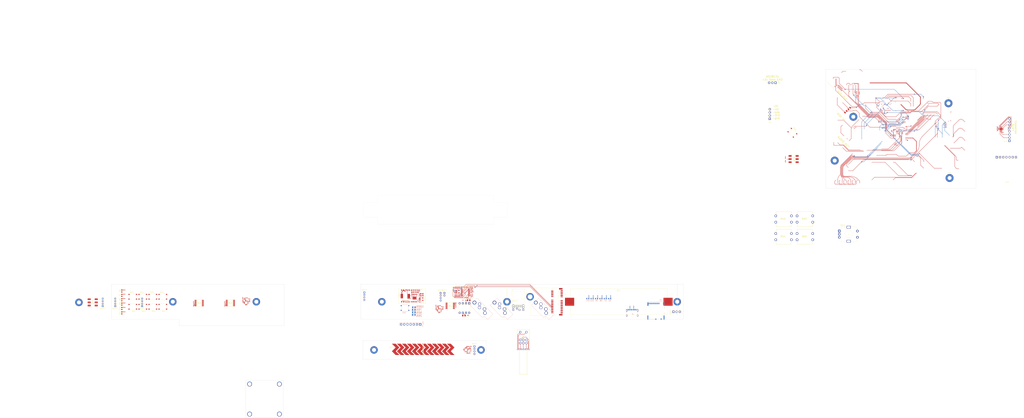
<source format=kicad_pcb>
(kicad_pcb (version 20211014) (generator pcbnew)
  (layers (0 "F.Cu" signal) (31 "B.Cu" signal) (34 "B.Paste" user) (35 "F.Paste" user) (36 "B.SilkS" user "B.Silkscreen") (37 "F.SilkS" user "F.Silkscreen") (38 "B.Mask" user) (39 "F.Mask" user) (44 "Edge.Cuts" user))
  (net 0 "")
  (net 4 "A3v3")
  (net 5 "GND")
  (net 6 "D3v3")
  (net 8 "Net-(C9-Pad1)")
  (net 9 "Net-(C12-Pad1)")
  (net 10 "Net-(C24-Pad1)")
  (net 11 "Net-(C10-Pad1)")
  (net 38 "I2C_SCL")
  (net 39 "I2C_SDA")
  (net 40 "USB data in +")
  (net 41 "USB data in -")
  (net 42 "T01=MIDI OUT")
  (net 43 "Net-(J2-PadA5)")
  (net 44 "Net-(J2-PadB5)")
  (net 45 "Net-(C15-Pad1)")
  (net 46 "USB_Vin5v")
  (net 47 "Supply+5v")
  (net 48 "Batt+")
  (net 49 "Net-(D6-Pad1)")
  (net 50 "Net-(D6-Pad2)")
  (net 51 "Net-(R10-Pad2)")
  (net 52 "Net-(C7-Pad1)")
  (net 53 "Net-(C7-Pad2)")
  (net 54 "Net-(C8-Pad1)")
  (net 55 "Net-(C8-Pad2)")
  (net 56 "Net-(D1-Pad2)")
  (net 57 "Net-(D3-Pad2)")
  (net 58 "Net-(D1-Pad1)")
  (net 59 "T00 MIDI IN")
  (net 61 "SDIO_CS")
  (net 62 "SDIO_MOSI")
  (net 63 "SDIO_CLOCK")
  (net 64 "SDIO_MISO")
  (net 67 "I2S_LRCK")
  (net 68 "Net-(R1-Pad2)")
  (net 69 "I2S_DIN")
  (net 70 "Net-(R2-Pad2)")
  (net 71 "I2S_BCK")
  (net 72 "Net-(R3-Pad2)")
  (net 73 "Net-(R5-Pad1)")
  (net 75 "Net-(R6-Pad1)")
  (net 76 "Net-(R4-Pad1)")
  (net 77 "Net-(R12-Pad1)")
  (net 83 "Net-(C18-Pad1)")
  (net 84 "Net-(IC2-Pad5)")
  (net 85 "Net-(IC2-Pad7)")
  (net 86 "SPI0_SCK")
  (net 87 "SPI0_MOSI")
  (net 88 "OLED_RES")
  (net 89 "OLED_DC")
  (net 90 "OLED_CS")
  (net 91 "Net-(C30-Pad1)")
  (net 92 "WS2812_DATA")
  (net 93 "Net-(IC1-Pad4)")
  (net 94 "Net-(IC1-Pad5)")
  (net 95 "Net-(IC1-Pad6)")
  (net 96 "Net-(IC1-Pad7)")
  (net 97 "ENC_A")
  (net 98 "ENC_B")
  (net 99 "ENC_SWITCH")
  (net 100 "Net-(D5-Pad1)")
  (net 101 "GEN_LED1")
  (net 102 "Net-(D7-Pad1)")
  (net 103 "GEN_LED2")
  (net 104 "Net-(D8-Pad1)")
  (net 105 "GEN_LED3")
  (net 106 "Net-(D9-Pad1)")
  (net 107 "GEN_LED4")
  (net 108 "Net-(D10-Pad1)")
  (net 109 "GEN_LED5")
  (net 110 "Net-(D11-Pad1)")
  (net 111 "GEN_LED6")
  (net 116 "Net-(IC4-Pad1)")
  (net 117 "Net-(IC4-Pad2)")
  (net 118 "Net-(IC4-Pad8)")
  (net 119 "Net-(IC4-Pad9)")
  (net 120 "Net-(IC4-Pad12)")
  (net 121 "Net-(IC4-Pad13)")
  (net 123 "Net-(IC4-Pad11)")
  (net 126 "Net-(SW6-Pad1)")
  (net 127 "+3V3")
  (net 132 "Net-(J10-Pad4)")
  (net 134 "Net-(J11-Pad2)")
  (net 139 "Net-(J11-Pad4)")
  (net 141 "Net-(J20-Pad1)")
  (net 142 "Net-(J20-Pad2)")
  (net 143 "Net-(J20-Pad3)")
  (net 144 "Net-(J20-Pad4)")
  (net 145 "Net-(J20-Pad5)")
  (net 146 "Net-(J20-Pad6)")
  (footprint "Resistor_SMD:R_0402_1005Metric" (layer "F.Cu") (at -199.649196 246.925114)
    (fp_text reference "R12" hide)
    (fp_text value "75k")
  )
  (footprint "Capacitor_SMD:C_0402_1005Metric" (layer "F.Cu") (at -209.29396 200.012039 90)
    (fp_text reference "C4" hide)
    (fp_text value "0.1uF")
  )
  (footprint "Capacitor_SMD:C_0603_1608Metric" (layer "F.Cu") (at -236.049196 204.812034)
    (fp_text reference "C28" hide)
    (fp_text value "0.22uF")
  )
  (footprint "Resistor_SMD:R_0402_1005Metric" (layer "F.Cu") (at -197.76 251.971164 -90)
    (fp_text reference "R14" hide)
    (fp_text value "10k")
  )
  (footprint "Connector_PinSocket_2.54mm:PinSocket_1x08_P2.54mm_Vertical" (layer "F.Cu") (at 233.411773 82.657034 180)
    (fp_text reference "J14")
    (fp_text value "touch_conn_capsense")
  )
  (footprint "Capacitor_SMD:C_0603_1608Metric" (layer "F.Cu") (at -240.864196 202.752034 90)
    (fp_text reference "C21" hide)
    (fp_text value "22uF")
  )
  (footprint "Resistor_SMD:R_0402_1005Metric" (layer "F.Cu") (at 54.415804 96.042034 -90)
    (fp_text reference "R40" hide)
    (fp_text value "10k")
  )
  (footprint "Diode_SMD:D_SOD-323" (layer "F.Cu") (at -202.239195 210.027035 180)
    (fp_text reference "D6" hide)
    (fp_text value "1N4148")
  )
  (footprint "clarinoid2:XKB switch jlcpcb SW_TS-1187A-B-A-B" (layer "F.Cu") (at -459.039196 215.227034 180)
    (fp_text reference "SW1")
    (fp_text value "SW_Push")
  )
  (footprint "Package_DIP:DIP-8_W7.62mm" (layer "F.Cu") (at -198.239196 212.427034 -90)
    (fp_text reference "U8" hide)
    (fp_text value "6N138")
  )
  (footprint "Capacitor_SMD:C_0402_1005Metric" (layer "F.Cu") (at -237.864196 202.147034 -90)
    (fp_text reference "C23" hide)
    (fp_text value "0.1uF")
  )
  (footprint "Resistor_SMD:R_0402_1005Metric" (layer "F.Cu") (at -373.626696 210.517034 -90)
    (fp_text reference "R4" hide)
    (fp_text value "10k")
  )
  (footprint "Resistor_SMD:R_0402_1005Metric" (layer "F.Cu") (at -237.664196 211.412034)
    (fp_text reference "R10" hide)
    (fp_text value "10k")
  )
  (footprint "Capacitor_SMD:C_0402_1005Metric" (layer "F.Cu") (at -238.149196 206.232034 -90)
    (fp_text reference "C26" hide)
    (fp_text value "10uF")
  )
  (footprint "Resistor_SMD:R_0402_1005Metric" (layer "F.Cu") (at -418.477196 211.752034 90)
    (fp_text reference "R17" hide)
    (fp_text value "10k")
  )
  (footprint "Capacitor_SMD:C_0402_1005Metric" (layer "F.Cu") (at -208.989196 206.292039 90)
    (fp_text reference "C14" hide)
    (fp_text value "0.1uF")
  )
  (footprint "Capacitor_SMD:C_0402_1005Metric" (layer "F.Cu") (at -224.763716 214.539534 90)
    (fp_text reference "C25" hide)
    (fp_text value "0.1uF")
  )
  (footprint "clarinoid2:XKB switch jlcpcb SW_TS-1187A-B-A-B" (layer "F.Cu") (at -451.039196 207.227034)
    (fp_text reference "SW1")
    (fp_text value "SW_Push")
  )
  (footprint "LED_SMD:LED_0603_1608Metric" (layer "F.Cu") (at -475.795446 202.639534 -90)
    (fp_text reference "D5")
    (fp_text value "LED")
  )
  (footprint "Capacitor_SMD:C_0603_1608Metric" (layer "F.Cu") (at -247.064196 201.927034)
    (fp_text reference "C18" hide)
    (fp_text value "22uF")
  )
  (footprint "Capacitor_SMD:C_0603_1608Metric" (layer "F.Cu") (at -242.464196 202.752034 90)
    (fp_text reference "C20" hide)
    (fp_text value "22uF")
  )
  (footprint "SamacSys_Parts:SOP65P640X110-16N" (layer "F.Cu") (at -213.414196 214.502034)
    (fp_text reference "IC1")
    (fp_text value "PCA9554APW,118" hide)
  )
  (footprint "clarinoid2:Wurth_9774025151_M2.5_spacer_for_micromod" (layer "F.Cu") (at -149.601696 207.227034 45)
    (fp_text reference "H1")
    (fp_text value "M.2 riser SMTSO2530CTJ ")
  )
  (footprint "Connector_PinHeader_2.00mm:PinHeader_1x04_P2.00mm_Vertical" (layer "F.Cu") (at -221.039196 204.227034)
    (fp_text reference "REF**")
    (fp_text value "PinHeader_1x04_P2.00mm_Vertical")
  )
  (footprint "Capacitor_SMD:C_0402_1005Metric" (layer "F.Cu") (at -197.659196 248.425114)
    (fp_text reference "C24" hide)
    (fp_text value "0.1uF")
  )
  (footprint "SamacSys_Parts:SOIC127P599X155-9N" (layer "F.Cu") (at -242.059196 208.252034 90)
    (fp_text reference "IC2" hide)
    (fp_text value "Injoinic IP5306 battery charge" hide)
  )
  (footprint "SamacSys_Parts:ABPMAND001PG2A3" (layer "F.Cu") (at 60.960804 97.227034 -90)
    (fp_text reference "U10")
    (fp_text value "Pressure1_0x28_I2C0" hide)
  )
  (footprint "clarinoid2:SSD1306_128x64_approximate" (layer "F.Cu") (at 216.960804 94.227034)
    (fp_text reference "U12")
    (fp_text value "ssd1306_graphic")
  )
  (footprint "Capacitor_SMD:C_0402_1005Metric" (layer "F.Cu") (at -196.063218 200.617039 180)
    (fp_text reference "C12" hide)
    (fp_text value "2.2uF")
  )
  (footprint "SamacSys_Parts:B3F-4055" (layer "F.Cu") (at 52.960804 159.227034)
    (fp_text reference "SW4")
    (fp_text value "SW_Push" hide)
  )
  (footprint "clarinoid2:XKB switch jlcpcb SW_TS-1187A-B-A-B" (layer "F.Cu") (at -459.039196 207.227034)
    (fp_text reference "SW1")
    (fp_text value "SW_Push")
  )
  (footprint "Battery:BatteryHolder_Keystone_1042_1x18650" (layer "F.Cu") (at -78.709196 211.227034)
    (fp_text reference "BT1")
    (fp_text value "Battery_Cell")
  )
  (footprint "Resistor_SMD:R_0402_1005Metric" (layer "F.Cu") (at -473.885446 215.727034)
    (fp_text reference "R38" hide)
    (fp_text value "470R")
  )
  (footprint "clarinoid2:Inductor_MCS0630-1R0MN2" (layer "F.Cu") (at -249.264196 203.312034 180)
    (fp_text reference "L1" hide)
    (fp_text value "1uH")
  )
  (footprint "Connector_PinHeader_2.00mm:PinHeader_1x04_P2.00mm_Vertical" (layer "F.Cu") (at -491.039196 214.727034 180)
    (fp_text reference "REF**")
    (fp_text value "PinHeader_1x04_P2.00mm_Vertical")
  )
  (footprint "Resistor_SMD:R_0402_1005Metric" (layer "F.Cu") (at -219.239196 216.717034 -90)
    (fp_text reference "R4" hide)
    (fp_text value "10k")
  )
  (footprint "SamacSys_Parts:B3F-4055" (layer "F.Cu") (at 52.960804 145.127034)
    (fp_text reference "SW3")
    (fp_text value "SW_Push" hide)
  )
  (footprint "Resistor_SMD:R_0402_1005Metric" (layer "F.Cu") (at 54.415804 98.952034 -90)
    (fp_text reference "R41" hide)
    (fp_text value "10k")
  )
  (footprint "Resistor_SMD:R_0402_1005Metric" (layer "F.Cu") (at -374.080646 208.947838)
    (fp_text reference "R14" hide)
    (fp_text value "10k")
  )
  (footprint "Package_DFN_QFN:UQFN-20_3x3mm_P0.4mm" (layer "F.Cu") (at -376.426696 212.027034 -90)
    (fp_text reference "U4" hide)
    (fp_text value "MPR121, 0x5A")
  )
  (footprint "Resistor_SMD:R_0402_1005Metric" (layer "F.Cu") (at -473.885446 208.727034)
    (fp_text reference "R36" hide)
    (fp_text value "470R")
  )
  (footprint "Resistor_SMD:R_0402_1005Metric" (layer "F.Cu") (at 223.686773 74.057034 90)
    (fp_text reference "R44" hide)
    (fp_text value "10k")
  )
  (footprint "clarinoid2:XKB switch jlcpcb SW_TS-1187A-B-A-B" (layer "F.Cu") (at -451.039196 215.227034 180)
    (fp_text reference "SW1")
    (fp_text value "SW_Push")
  )
  (footprint "Capacitor_SMD:C_0402_1005Metric" (layer "F.Cu") (at -248.664196 211.427034)
    (fp_text reference "C15" hide)
    (fp_text value "10uF")
  )
  (footprint "MountingHole:MountingHole_3.2mm_M3_Pad" (layer "F.Cu") (at 185.560804 112.347034)
    (fp_text reference "H2")
    (fp_text value "MountingHole")
  )
  (footprint "Capacitor_SMD:C_0402_1005Metric" (layer "F.Cu") (at -377.626696 208.847034 90)
    (fp_text reference "C24" hide)
    (fp_text value "0.1uF")
  )
  (footprint "clarinoid2:XKB switch jlcpcb SW_TS-1187A-B-A-B" (layer "F.Cu") (at -467.039196 215.227034 180)
    (fp_text reference "SW1")
    (fp_text value "SW_Push")
  )
  (footprint "Capacitor_SMD:C_0402_1005Metric" (layer "F.Cu") (at -379.151216 208.339534 90)
    (fp_text reference "C25" hide)
    (fp_text value "0.1uF")
  )
  (footprint "SamacSys_Parts:PTR902-2020K-A103" (layer "F.Cu") (at -155.039196 249.227034 -90)
    (fp_text reference "R**")
    (fp_text value "PTR902-2020K-A103" hide)
  )
  (footprint "Capacitor_SMD:C_0402_1005Metric" (layer "F.Cu") (at -199.239195 222.027035 180)
    (fp_text reference "C27")
    (fp_text value "0.1uF")
  )
  (footprint "Connector_PinHeader_2.00mm:PinHeader_1x04_P2.00mm_Vertical" (layer "F.Cu") (at -194.039196 246.900594)
    (fp_text reference "REF**")
    (fp_text value "PinHeader_1x04_P2.00mm_Vertical")
  )
  (footprint "Capacitor_SMD:C_0402_1005Metric" (layer "F.Cu") (at -195.689196 206.292039 -90)
    (fp_text reference "C8" hide)
    (fp_text value "2.2uF")
  )
  (footprint "Resistor_SMD:R_0402_1005Metric" (layer "F.Cu") (at -473.885446 201.839534)
    (fp_text reference "R34" hide)
    (fp_text value "470R")
  )
  (footprint "LED_SMD:LED_0603_1608Metric" (layer "F.Cu") (at -475.795446 213.127034 -90)
    (fp_text reference "D9")
    (fp_text value "LED")
  )
  (footprint "Capacitor_SMD:C_0402_1005Metric" (layer "F.Cu") (at -207.089196 199.992039 -90)
    (fp_text reference "C5" hide)
    (fp_text value "10uF")
  )
  (footprint "NetTie:NetTie-2_SMD_Pad0.5mm" (layer "F.Cu") (at -204.389196 199.592039)
    (fp_text reference "NT1" hide)
    (fp_text value "NetTie_2")
  )
  (footprint "Capacitor_SMD:C_0402_1005Metric" (layer "F.Cu") (at -196.083218 202.21704 180)
    (fp_text reference "C9" hide)
    (fp_text value "2.2uF")
  )
  (footprint "clarinoid2:Bourns_POT_PTR902-2020K-A103_PANEL" (layer "F.Cu") (at -159.039196 206.227034)
    (fp_text reference "REF**")
    (fp_text value "PTR902")
  )
  (footprint "Connector_PinSocket_2.54mm:PinSocket_1x04_P2.54mm_Vertical" (layer "F.Cu") (at 41.935804 65.027034 180)
    (fp_text reference "J5")
    (fp_text value "header_i2c")
  )
  (footprint "Package_DFN_QFN:UQFN-20_3x3mm_P0.4mm" (layer "F.Cu") (at -200.839196 249.625114 180)
    (fp_text reference "U4" hide)
    (fp_text value "MPR121, 0x5A")
  )
  (footprint "Connector_PinHeader_2.00mm:PinHeader_1x04_P2.00mm_Vertical" (layer "F.Cu") (at -459.539196 214.727034 180)
    (fp_text reference "REF**")
    (fp_text value "PinHeader_1x04_P2.00mm_Vertical")
  )
  (footprint "Resistor_SMD:R_0402_1005Metric" (layer "F.Cu") (at -418.477196 214.142034 -90)
    (fp_text reference "R18" hide)
    (fp_text value "10k")
  )
  (footprint "Package_TO_SOT_SMD:SOT-23-5" (layer "F.Cu") (at -236.549196 209.112034)
    (fp_text reference "U11" hide)
    (fp_text value "TLV75733PDBV")
  )
  (footprint "Resistor_SMD:R_0402_1005Metric" (layer "F.Cu") (at -196.189196 199.592039)
    (fp_text reference "R6" hide)
    (fp_text value "470R")
  )
  (footprint "SamacSys_Parts:B3F-4055" (layer "F.Cu") (at 69.960804 145.127034)
    (fp_text reference "SW2")
    (fp_text value "SW_Push" hide)
  )
  (footprint "clarinoid2:XKB switch jlcpcb SW_TS-1187A-B-A-B" (layer "F.Cu") (at -443.039196 215.227034 180)
    (fp_text reference "SW1")
    (fp_text value "SW_Push")
  )
  (footprint "Capacitor_SMD:C_0402_1005Metric" (layer "F.Cu") (at -223.239196 215.047034 90)
    (fp_text reference "C24" hide)
    (fp_text value "0.1uF")
  )
  (footprint "Resistor_SMD:R_0402_1005Metric" (layer "F.Cu") (at -196.96 249.971164 90)
    (fp_text reference "R13" hide)
    (fp_text value "10k")
  )
  (footprint "Connector_PinHeader_2.00mm:PinHeader_1x04_P2.00mm_Vertical" (layer "F.Cu") (at -282.039196 203.727034)
    (fp_text reference "REF**")
    (fp_text value "PinHeader_1x04_P2.00mm_Vertical")
  )
  (footprint "clarinoid2:XKB switch jlcpcb SW_TS-1187A-B-A-B" (layer "F.Cu") (at -467.039196 207.227034)
    (fp_text reference "SW1")
    (fp_text value "SW_Push")
  )
  (footprint "Capacitor_SMD:C_0402_1005Metric" (layer "F.Cu") (at -207.989196 206.292039 90)
    (fp_text reference "C11" hide)
    (fp_text value "10uF")
  )
  (footprint "Capacitor_SMD:C_0402_1005Metric" (layer "F.Cu") (at -205.989196 200.012039 -90)
    (fp_text reference "C6" hide)
    (fp_text value "0.1uF")
  )
  (footprint "Resistor_SMD:R_0402_1005Metric" (layer "F.Cu") (at -393.539196 211.727034 90)
    (fp_text reference "R17" hide)
    (fp_text value "10k")
  )
  (footprint "Capacitor_SMD:C_0603_1608Metric" (layer "F.Cu") (at -244.064196 202.752034 90)
    (fp_text reference "C17" hide)
    (fp_text value "22uF")
  )
  (footprint "Resistor_SMD:R_0805_2012Metric" (layer "F.Cu") (at 102.660804 59.447034 45)
    (fp_text reference "R21" hide)
    (fp_text value "47R")
  )
  (footprint "LED_SMD:LED_0603_1608Metric" (layer "F.Cu") (at -475.795446 209.627034 -90)
    (fp_text reference "D8")
    (fp_text value "LED")
  )
  (footprint "Resistor_SMD:R_0805_2012Metric" (layer "F.Cu") (at -202.451694 222.227034)
    (fp_text reference "R22" hide)
    (fp_text value "470R")
  )
  (footprint "Connector_PinHeader_2.00mm:PinHeader_1x02_P2.00mm_Vertical" (layer "F.Cu") (at -218.039196 204.227034)
    (fp_text reference "REF**")
    (fp_text value "PinHeader_1x02_P2.00mm_Vertical")
  )
  (footprint "Package_DFN_QFN:UQFN-20_3x3mm_P0.4mm" (layer "F.Cu") (at -222.039196 218.227034 -90)
    (fp_text reference "U4" hide)
    (fp_text value "MPR121, 0x5A")
  )
  (footprint "Resistor_SMD:R_0402_1005Metric" (layer "F.Cu") (at -199.329196 252.425114 180)
    (fp_text reference "R4" hide)
    (fp_text value "10k")
  )
  (footprint "clipboard:9196e359-7150-4967-9b24-df29c59429f9" (layer "F.Cu") (at -375.839196 298.977034)
    (fp_text reference "")
    (fp_text value "")
  )
  (footprint "Resistor_SMD:R_0402_1005Metric" (layer "F.Cu") (at -249.264196 202.127034 90)
    (fp_text reference "R11" hide)
    (fp_text value "0.5R")
  )
  (footprint "Resistor_SMD:R_0402_1005Metric" (layer "F.Cu") (at -202.379196 199.572039)
    (fp_text reference "R3" hide)
    (fp_text value "22R")
  )
  (footprint "MountingHole:MountingHole_3.2mm_M3_Pad" (layer "F.Cu") (at 93.782808 98.447034)
    (fp_text reference "H4")
    (fp_text value "MountingHole")
  )
  (footprint "LED_SMD:LED_0603_1608Metric" (layer "F.Cu") (at -475.795446 216.627034 -90)
    (fp_text reference "D10")
    (fp_text value "LED")
  )
  (footprint "Capacitor_SMD:C_0402_1005Metric" (layer "F.Cu") (at -206.889196 206.292039 -90)
    (fp_text reference "C13" hide)
    (fp_text value "0.1uF")
  )
  (footprint "Resistor_SMD:R_0402_1005Metric" (layer "F.Cu") (at -198.379196 199.572039 180)
    (fp_text reference "R1" hide)
    (fp_text value "22R")
  )
  (footprint "Resistor_SMD:R_0402_1005Metric" (layer "F.Cu") (at -473.885446 219.239534)
    (fp_text reference "R39" hide)
    (fp_text value "470R")
  )
  (footprint "Resistor_SMD:R_0402_1005Metric" (layer "F.Cu") (at -221.693146 214.347838 180)
    (fp_text reference "R13" hide)
    (fp_text value "10k")
  )
  (footprint "Capacitor_SMD:C_0402_1005Metric" (layer "F.Cu") (at -208.241578 200.012039 90)
    (fp_text reference "C3" hide)
    (fp_text value "10uF")
  )
  (footprint "CapTouchSliders:CaptouchSlider_Masked_H3x3_A1.0mm_x12" (layer "F.Cu") (at -259.989196 251.777034)
    (fp_text reference "REF**")
    (fp_text value "CaptouchSlider_Masked_H3x3_A1.0mm_x12")
  )
  (footprint "Package_SO:TSSOP-20_4.4x6.5mm_P0.65mm" (layer "F.Cu") (at -201.339196 203.692039 180)
    (fp_text reference "U1" hide)
    (fp_text value "PCM5102A")
  )
  (footprint "Resistor_SMD:R_0402_1005Metric" (layer "F.Cu") (at -376.080646 208.147838 180)
    (fp_text reference "R13" hide)
    (fp_text value "10k")
  )
  (footprint "Connector_PinSocket_2.54mm:PinSocket_1x07_P2.54mm_Vertical" (layer "F.Cu") (at 223.34766 95.727868 90)
    (fp_text reference "J12" hide)
    (fp_text value "SSD1306")
  )
  (footprint "LED_SMD:LED_0603_1608Metric" (layer "F.Cu") (at -475.795446 206.127034 -90)
    (fp_text reference "D7")
    (fp_text value "LED")
  )
  (footprint "Connector_PinHeader_2.54mm:PinHeader_1x03_P2.54mm_Vertical" (layer "F.Cu") (at -35.039196 219.227034 90)
    (fp_text reference "REF**")
    (fp_text value "PinHeader_1x03_P2.54mm_Vertical")
  )
  (footprint "MountingHole:MountingHole_3.2mm_M3_Pad" (layer "F.Cu") (at 184.660804 52.647034)
    (fp_text reference "H5")
    (fp_text value "MountingHole")
  )
  (footprint "SamacSys_Parts:QFN50P300X300X60-17N-D" (layer "F.Cu") (at 226.611773 73.207034 90)
    (fp_text reference "IC4" hide)
    (fp_text value "CY8CMBR3108-LQXIT" hide)
  )
  (footprint "Capacitor_SMD:C_0402_1005Metric" (layer "F.Cu") (at -197.151696 246.900594)
    (fp_text reference "C25" hide)
    (fp_text value "0.1uF")
  )
  (footprint "LED_SMD:LED_0603_1608Metric" (layer "F.Cu") (at -475.795446 220.127034 -90)
    (fp_text reference "D11")
    (fp_text value "LED")
  )
  (footprint "SamacSys_Parts:B3F-4055" (layer "F.Cu") (at 69.960804 159.227034)
    (fp_text reference "SW5")
    (fp_text value "SW_Push" hide)
  )
  (footprint "SamacSys_Parts:SOP65P640X110-16N" (layer "F.Cu") (at -413.977196 212.252034 180)
    (fp_text reference "IC1")
    (fp_text value "PCA9554APW,118" hide)
  )
  (footprint "Capacitor_SMD:C_0402_1005Metric" (layer "F.Cu") (at -205.889196 206.292039 -90)
    (fp_text reference "C10" hide)
    (fp_text value "10uF")
  )
  (footprint "Resistor_SMD:R_0402_1005Metric" (layer "F.Cu") (at 223.686773 72.057034 -90)
    (fp_text reference "R43" hide)
    (fp_text value "10k")
  )
  (footprint "clarinoid2:Teensy_4.0_MicroMod_nospacer" (layer "F.Cu") (at -132.101696 208.527034 180)
    (fp_text reference "U3" hide)
    (fp_text value "APCI0136-P001A Teensy_4.0_MicroMod" hide)
  )
  (footprint "Resistor_SMD:R_0402_1005Metric" (layer "F.Cu") (at -208.914196 212.612034 90)
    (fp_text reference "R18" hide)
    (fp_text value "10k")
  )
  (footprint "Resistor_SMD:R_0603_1608Metric" (layer "F.Cu") (at -251.464196 211.227034)
    (fp_text reference "R9" hide)
    (fp_text value "2R")
  )
  (footprint "Resistor_SMD:R_0402_1005Metric" (layer "F.Cu") (at -473.895446 205.227034)
    (fp_text reference "R35" hide)
    (fp_text value "470R")
  )
  (footprint "Resistor_SMD:R_0402_1005Metric" (layer "F.Cu") (at -196.063218 203.317039)
    (fp_text reference "R5" hide)
    (fp_text value "470R")
  )
  (footprint "MountingHole:MountingHole_3.2mm_M3_Pad" (layer "F.Cu") (at 108.660804 63.447034)
    (fp_text reference "H3")
    (fp_text value "MountingHole")
  )
  (footprint "Capacitor_SMD:C_0603_1608Metric" (layer "F.Cu") (at -239.264196 202.752034 90)
    (fp_text reference "C22" hide)
    (fp_text value "22uF")
  )
  (footprint "Resistor_SMD:R_0402_1005Metric" (layer "F.Cu") (at -200.389196 199.572039)
    (fp_text reference "R2" hide)
    (fp_text value "22R")
  )
  (footprint "Resistor_SMD:R_0402_1005Metric" (layer "F.Cu") (at -219.693146 215.147838)
    (fp_text reference "R14" hide)
    (fp_text value "10k")
  )
  (footprint "Resistor_SMD:R_0402_1005Metric" (layer "F.Cu") (at -224.739196 217.037034 90)
    (fp_text reference "R12" hide)
    (fp_text value "75k")
  )
  (footprint "SamacSys_Parts:ABPMAND001PG2A3" (layer "F.Cu") (at -499.039196 211.727034 -90)
    (fp_text reference "U**")
    (fp_text value "ABPMAND001PG2A3" hide)
  )
  (footprint "Capacitor_SMD:C_0603_1608Metric" (layer "F.Cu") (at -251.464196 201.927034 180)
    (fp_text reference "C19" hide)
    (fp_text value "22uF")
  )
  (footprint "Connector_PinHeader_2.00mm:PinHeader_1x04_P2.00mm_Vertical" (layer "F.Cu") (at -481.039196 214.727034 180)
    (fp_text reference "REF**")
    (fp_text value "PinHeader_1x04_P2.00mm_Vertical")
  )
  (footprint "Resistor_SMD:R_0402_1005Metric" (layer "F.Cu") (at -379.126696 210.837034 90)
    (fp_text reference "R12" hide)
    (fp_text value "75k")
  )
  (footprint "Resistor_SMD:R_0402_1005Metric" (layer "F.Cu") (at -473.885446 212.227034)
    (fp_text reference "R37" hide)
    (fp_text value "470R")
  )
  (footprint "Capacitor_SMD:C_0402_1005Metric" (layer "F.Cu") (at -246.464196 211.427034 180)
    (fp_text reference "C16" hide)
    (fp_text value "10uF")
  )
  (footprint "SamacSys_Parts:SOP65P640X110-16N" (layer "F.Cu") (at -389.039196 212.227034 180)
    (fp_text reference "IC1")
    (fp_text value "PCA9554APW,118" hide)
  )
  (footprint "Resistor_SMD:R_0402_1005Metric" (layer "F.Cu") (at -208.914196 215.002034 -90)
    (fp_text reference "R17" hide)
    (fp_text value "10k")
  )
  (footprint "Resistor_SMD:R_0805_2012Metric" (layer "F.Cu") (at 105.41852 56.830738 45)
    (fp_text reference "R20" hide)
    (fp_text value "47R")
  )
  (footprint "Capacitor_SMD:C_0402_1005Metric" (layer "F.Cu") (at 227.786773 75.867034)
    (fp_text reference "C30" hide)
    (fp_text value "0.1uF")
  )
  (footprint "Resistor_SMD:R_0402_1005Metric" (layer "F.Cu") (at -393.539196 214.117034 -90)
    (fp_text reference "R18" hide)
    (fp_text value "10k")
  )
  (footprint "Capacitor_SMD:C_0603_1608Metric" (layer "F.Cu") (at -236.049196 206.412034)
    (fp_text reference "C29" hide)
    (fp_text value "0.1uF")
  )
  (footprint "Rotary_Encoder:RotaryEncoder_Alps_EC11E-Switch_Vertical_H20mm" (layer "F.Cu") (at 97.460804 154.727034)
    (fp_text reference "SW11")
    (fp_text value "RotaryEncoder_Switch")
  )
  (footprint "Capacitor_SMD:C_0402_1005Metric" (layer "F.Cu") (at -196.789196 206.292039 90)
    (fp_text reference "C7" hide)
    (fp_text value "2.2uF")
  )
  (footprint "Connector_PinSocket_2.54mm:PinSocket_1x03_P2.54mm_Vertical" (layer "F.Cu") (at 46.485804 36.252034 -90)
    (fp_text reference "U9")
    (fp_text value "WS2812")
  )
  (footprint "Resistor_SMD:R_0805_2012Metric" (layer "F.Cu") (at -198.651695 210.027035 180)
    (fp_text reference "R19" hide)
    (fp_text value "220R")
  )
  (footprint "clarinoid2:XKB switch jlcpcb SW_TS-1187A-B-A-B" (layer "F.Cu") (at 59.960804 76.227034 -45)
    (fp_text reference "SW6")
    (fp_text value "SW_Push")
  )
  (footprint "Package_TO_SOT_SMD:SOT-23-5" (layer "F.Cu") (at -207.589196 203.092039)
    (fp_text reference "U7" hide)
    (fp_text value "TLV75533PDBV")
  )
  (footprint "clarinoid2:XKB switch jlcpcb SW_TS-1187A-B-A-B" (layer "F.Cu") (at -443.039196 207.227034)
    (fp_text reference "SW1")
    (fp_text value "SW_Push")
  )
  (footprint "LED_SMD:LED_0603_1608Metric" (layer "B.Cu") (at -100.039196 208.727034 180)
    (fp_text reference "D10")
    (fp_text value "LED")
  )
  (footprint "Resistor_SMD:R_0402_1005Metric" (layer "B.Cu") (at -102.651696 206.817034 90)
    (fp_text reference "R39" hide)
    (fp_text value "470R")
  )
  (footprint "LED_SMD:LED_0603_1608Metric" (layer "B.Cu") (at -89.539196 208.727034 180)
    (fp_text reference "D7")
    (fp_text value "LED")
  )
  (footprint "LED_SMD:LED_0603_1608Metric" (layer "B.Cu") (at -93.039196 208.727034 180)
    (fp_text reference "D8")
    (fp_text value "LED")
  )
  (footprint "LED_SMD:LED_0805_2012Metric" (layer "B.Cu") (at -242.474196 221.687034)
    (fp_text reference "D1" hide)
    (fp_text value "25%")
  )
  (footprint "LED_SMD:LED_0603_1608Metric" (layer "B.Cu") (at -86.051696 208.727034 180)
    (fp_text reference "D5")
    (fp_text value "LED")
  )
  (footprint "Resistor_SMD:R_0402_1005Metric" (layer "B.Cu") (at -99.139196 206.817034 90)
    (fp_text reference "R38" hide)
    (fp_text value "470R")
  )
  (footprint "clarinoid2:SWITCHCRAFT_35RAPC4BV4" (layer "B.Cu") (at -188.382342 217.540028 135)
    (fp_text reference "J10" hide)
    (fp_text value "MIDI IN" hide)
  )
  (footprint "Connector_PinHeader_2.54mm:PinHeader_1x07_P2.54mm_Vertical" (layer "B.Cu") (at -237.414196 229.227034 90)
    (fp_text reference "REF**")
    (fp_text value "PinHeader_1x07_P2.54mm_Vertical")
  )
  (footprint "Resistor_SMD:R_0402_1005Metric" (layer "B.Cu") (at -88.639196 206.827034 90)
    (fp_text reference "R35" hide)
    (fp_text value "470R")
  )
  (footprint "LED_SMD:LED_0805_2012Metric" (layer "B.Cu") (at -242.474196 219.687034 180)
    (fp_text reference "D2" hide)
    (fp_text value "50%")
  )
  (footprint "LED_SMD:LED_0603_1608Metric" (layer "B.Cu") (at -96.539196 208.727034 180)
    (fp_text reference "D9")
    (fp_text value "LED")
  )
  (footprint "LED_SMD:LED_0805_2012Metric" (layer "B.Cu") (at -242.411696 215.687034 180)
    (fp_text reference "D4" hide)
    (fp_text value "100%")
  )
  (footprint "clarinoid2:MOLEX_503398-1892" (layer "B.Cu") (at -49.039196 218.227034 180)
    (fp_text reference "J3")
    (fp_text value "Molex microSD 503398-1892")
  )
  (footprint "clarinoid2:SWITCHCRAFT_35RAPC4BV4" (layer "B.Cu") (at -139.377495 217.540028 135)
    (fp_text reference "J1" hide)
    (fp_text value "Switchcraft 35RAPC4BV4" hide)
  )
  (footprint "Resistor_SMD:R_0402_1005Metric" (layer "B.Cu") (at -69.839196 215.337034 -90)
    (fp_text reference "R7" hide)
    (fp_text value "5.1k")
  )
  (footprint "Resistor_SMD:R_0402_1005Metric" (layer "B.Cu") (at -66.839196 215.337034 -90)
    (fp_text reference "R8" hide)
    (fp_text value "5.1k")
  )
  (footprint "LED_SMD:LED_0805_2012Metric" (layer "B.Cu") (at -242.474196 217.687034)
    (fp_text reference "D3" hide)
    (fp_text value "75%")
  )
  (footprint "LED_SMD:LED_0603_1608Metric" (layer "B.Cu") (at -103.539196 208.727034 180)
    (fp_text reference "D11")
    (fp_text value "LED")
  )
  (footprint "clarinoid2:USB_C_Receptacle_XKB_U262-16XN-4BVC11" (layer "B.Cu") (at -68.039196 221.227034 180)
    (fp_text reference "J2")
    (fp_text value "XKB_U262-16XN-4BVC11 USB-C recept")
  )
  (footprint "clarinoid2:SWITCHCRAFT_35RAPC4BV4" (layer "B.Cu") (at -172.382342 217.540028 135)
    (fp_text reference "J11" hide)
    (fp_text value "MIDI OUT" hide)
  )
  (footprint "Resistor_SMD:R_0402_1005Metric" (layer "B.Cu") (at -92.139196 206.817034 90)
    (fp_text reference "R36" hide)
    (fp_text value "470R")
  )
  (footprint "Resistor_SMD:R_0402_1005Metric" (layer "B.Cu") (at -85.251696 206.817034 90)
    (fp_text reference "R34" hide)
    (fp_text value "470R")
  )
  (footprint "clarinoid2:XKB switch jlcpcb SW_TS-1187A-B-A-B" (layer "B.Cu") (at -249.539196 216.227034)
    (fp_text reference "SW1")
    (fp_text value "SW_Push")
  )
  (footprint "Resistor_SMD:R_0402_1005Metric" (layer "B.Cu") (at -95.639196 206.817034 90)
    (fp_text reference "R37" hide)
    (fp_text value "470R")
  )
  (gr_poly (pts (xy -194.657159 209.067039) (xy -194.657159 198.767039) (xy -211.357159 198.767039) (xy -211.357159 209.06704)) (layer "F.SilkS") (width 0.15) (fill none))
  (gr_line (start 95.5388 43.499246) (end 87.5388 35.499246) (layer "F.SilkS") (width 0.15))
  (gr_line (start -32.039196 197.227034) (end -32.039196 222.227034) (layer "F.SilkS") (width 0.2))
  (gr_rect (start -232.864196 212.612034) (end -254.664196 200.812034) (layer "F.SilkS") (width 0.15) (fill none))
  (gr_line (start -168.039196 197.227034) (end -168.039196 222.227034) (layer "F.SilkS") (width 0.2))
  (gr_rect (start -156.439196 215.527034) (end -155.639196 213.927034) (layer "Edge.Cuts") (width 0.4) (fill solid))
  (gr_line (start -271.539196 131.727034) (end -271.539196 126.267034) (layer "Edge.Cuts") (width 0.05))
  (gr_line (start -283.289196 257.227034) (end -283.289196 242.227034) (layer "Edge.Cuts") (width 0.1))
  (gr_rect (start 86.660804 25.447034) (end 206.660804 120.447034) (layer "Edge.Cuts") (width 0.1) (fill none))
  (gr_line (start -178.539196 149.267034) (end -271.539196 149.267034) (layer "Edge.Cuts") (width 0.05))
  (gr_rect (start -157.939196 215.527034) (end -157.139196 213.927034) (layer "Edge.Cuts") (width 0.4) (fill solid))
  (gr_line (start -178.539196 131.727034) (end -178.539196 126.267034) (layer "Edge.Cuts") (width 0.05))
  (gr_line (start -430.039196 230.227034) (end -430.039196 225.227034) (layer "Edge.Cuts") (width 0.1))
  (gr_line (start -167.539196 131.727034) (end -167.539196 143.727034) (layer "Edge.Cuts") (width 0.05))
  (gr_line (start -285.039196 197.227034) (end -27.039196 197.227034) (layer "Edge.Cuts") (width 0.1))
  (gr_line (start -484.039196 197.227034) (end -346.039196 197.227034) (layer "Edge.Cuts") (width 0.1))
  (gr_line (start -282.539196 143.727034) (end -271.539196 143.727034) (layer "Edge.Cuts") (width 0.05))
  (gr_line (start -346.039196 230.227034) (end -430.039196 230.227034) (layer "Edge.Cuts") (width 0.1))
  (gr_rect (start -154.939196 215.527034) (end -154.139196 213.927034) (layer "Edge.Cuts") (width 0.4) (fill solid))
  (gr_line (start -484.039196 225.227034) (end -484.039196 197.227034) (layer "Edge.Cuts") (width 0.1))
  (gr_line (start -27.039196 225.227034) (end -285.039196 225.227034) (layer "Edge.Cuts") (width 0.1))
  (gr_line (start -282.539196 131.727034) (end -271.539196 131.727034) (layer "Edge.Cuts") (width 0.05))
  (gr_line (start -346.039196 197.227034) (end -346.039196 230.227034) (layer "Edge.Cuts") (width 0.1))
  (gr_line (start -178.539196 149.267034) (end -178.539196 143.727034) (layer "Edge.Cuts") (width 0.05))
  (gr_rect (start -376.664196 273.977034) (end -346.914196 303.977034) (layer "Edge.Cuts") (width 0.1) (fill none))
  (gr_line (start -178.539196 131.727034) (end -167.539196 131.727034) (layer "Edge.Cuts") (width 0.05))
  (gr_rect (start -159.439196 215.527034) (end -158.639196 213.927034) (layer "Edge.Cuts") (width 0.4) (fill solid))
  (gr_rect (start -160.939196 215.527034) (end -160.139196 213.927034) (layer "Edge.Cuts") (width 0.4) (fill solid))
  (gr_line (start -178.539196 143.727034) (end -167.539196 143.727034) (layer "Edge.Cuts") (width 0.05))
  (gr_line (start -271.539196 126.267034) (end -178.539196 126.267034) (layer "Edge.Cuts") (width 0.05))
  (gr_line (start -283.289196 242.227034) (end -184.789196 242.227034) (layer "Edge.Cuts") (width 0.1))
  (gr_line (start -184.789196 242.227034) (end -184.789196 257.227034) (layer "Edge.Cuts") (width 0.1))
  (gr_line (start -285.039196 225.227034) (end -285.039196 197.227034) (layer "Edge.Cuts") (width 0.1))
  (gr_line (start -430.039196 225.227034) (end -484.039196 225.227034) (layer "Edge.Cuts") (width 0.1))
  (gr_line (start -271.539196 143.727034) (end -271.539196 149.267034) (layer "Edge.Cuts") (width 0.05))
  (gr_rect (start -163.939196 215.527034) (end -163.139196 213.927034) (layer "Edge.Cuts") (width 0.4) (fill solid))
  (gr_line (start -282.539196 131.727034) (end -282.539196 143.727034) (layer "Edge.Cuts") (width 0.05))
  (gr_line (start -184.789196 257.227034) (end -283.289196 257.227034) (layer "Edge.Cuts") (width 0.1))
  (gr_line (start -27.039196 197.227034) (end -27.039196 225.227034) (layer "Edge.Cuts") (width 0.1))
  (gr_rect (start -162.439196 215.527034) (end -161.639196 213.927034) (layer "Edge.Cuts") (width 0.4) (fill solid))
  (gr_text "100%\n75%\n50%\n25%" (at -240.789196 218.727034) (layer "B.SilkS") (effects (font (size 1.5 1.5) (thickness 0.3)) (justify right mirror)))
  (gr_text "MIDI IN" (at 98.660804 63.447034 315) (layer "F.SilkS") (effects (font (size 1.5 1.5) (thickness 0.3))))
  (gr_text "3v3" (at -233.849196 208.112034 270) (layer "F.SilkS") (effects (font (size 1 1))))
  (gr_text "key" (at -235.264196 211.612034 180) (layer "F.SilkS") (effects (font (size 1 1))))
  (gr_text "AUDIO OUT" (at 100.660804 83.447034 315) (layer "F.SilkS") (effects (font (size 1.5 1.5) (thickness 0.3))))
  (gr_text "WS2812b\n+3v Data GND" (at 43.960804 32.527034) (layer "F.SilkS") (effects (font (size 1.5 1.5) (thickness 0.3))))
  (gr_text "5v" (at -236.464196 201.627034 180) (layer "F.SilkS") (effects (font (size 1 1))))
  (gr_text "DAC" (at -196.957159 208.067039 180) (layer "F.SilkS") (effects (font (size 1 1))))
  (gr_text "Capsense\n0x37" (at 237.306012 71.806545 270) (layer "F.SilkS") (effects (font (size 1.5 1.5) (thickness 0.3))))
  (gr_text "I2C\n-scl\n-sda\n-3v3\n-gnd" (at 46.960804 59.77172) (layer "F.SilkS") (effects (font (size 1.5 1.5) (thickness 0.3))))
  (gr_text "Bat+" (at -253.964196 206.627034 270) (layer "F.SilkS") (effects (font (size 1 1))))
  (gr_text "MIDI OUT" (at 99.660804 46.447034 315) (layer "F.SilkS") (effects (font (size 1.5 1.5) (thickness 0.3))))
  (segment (start -152.819745 239.427034) (end -150.539196 241.707583) (width 0.2) (layer "F.Cu") (net 0))
  (segment (start -157.839196 237.227034) (end -159.039196 238.427034) (width 0.2) (layer "F.Cu") (net 0))
  (segment (start -155.239196 239.427034) (end -152.819745 239.427034) (width 0.2) (layer "F.Cu") (net 0))
  (segment (start -157.539196 248.227034) (end -156.539196 249.227034) (width 0.2) (layer "F.Cu") (net 0))
  (segment (start -157.539196 235.477034) (end -159.539196 237.477034) (width 0.2) (layer "F.Cu") (net 0))
  (segment (start -152.539196 244.227034) (end -152.539196 248.224484) (width 0.2) (layer "F.Cu") (net 0))
  (segment (start -159.039196 238.427034) (end -159.039196 248.222995) (width 0.2) (layer "F.Cu") (net 0))
  (segment (start -157.539196 244.227034) (end -157.539196 248.227034) (width 0.2) (layer "F.Cu") (net 0))
  (segment (start -155.039196 244.227034) (end -155.039196 249.220445) (width 0.2) (layer "F.Cu") (net 0))
  (segment (start -152.539196 248.224484) (end -153.539196 249.224484) (width 0.2) (layer "F.Cu") (net 0))
  (segment (start -152.539196 241.727034) (end -151.039196 243.227034) (width 0.2) (layer "F.Cu") (net 0))
  (segment (start -159.539196 237.477034) (end -159.539196 249.224484) (width 0.2) (layer "F.Cu") (net 0))
  (segment (start -155.039196 241.727034) (end -155.039196 244.227034) (width 0.2) (layer "F.Cu") (net 0))
  (segment (start -157.539196 241.727034) (end -155.239196 239.427034) (width 0.2) (layer "F.Cu") (net 0))
  (segment (start -151.039196 248.222995) (end -152.039196 249.222995) (width 0.2) (layer "F.Cu") (net 0))
  (segment (start -151.039196 243.227034) (end -151.039196 248.222995) (width 0.2) (layer "F.Cu") (net 0))
  (segment (start -152.539196 235.477034) (end -154.289196 237.227034) (width 0.2) (layer "F.Cu") (net 0))
  (segment (start -154.289196 237.227034) (end -157.839196 237.227034) (width 0.2) (layer "F.Cu") (net 0))
  (segment (start -150.539196 241.707583) (end -150.539196 249.227034) (width 0.2) (layer "F.Cu") (net 0))
  (segment (start -159.039196 248.222995) (end -158.039196 249.222995) (width 0.2) (layer "F.Cu") (net 0))
  (via (at -168.039196 211.227034) (size 6) (drill 3.2) (layers "F.Cu" "B.Cu") (net 0))
  (via (at -150.539196 249.227034) (size 1.2) (drill 0.8) (layers "F.Cu" "B.Cu") (net 0))
  (via (at -152.039196 249.222995) (size 1.2) (drill 0.8) (layers "F.Cu" "B.Cu") (net 0))
  (via (at -368.289196 211.227034) (size 6) (drill 3.2) (layers "F.Cu" "B.Cu") (net 0))
  (via (at -274.289196 249.727034) (size 6) (drill 3.2) (layers "F.Cu" "B.Cu") (net 0))
  (via (at -373.664196 300.977034) (size 3.8) (drill 3) (layers "F.Cu" "B.Cu") (net 0))
  (via (at -435.039196 211.227034) (size 6) (drill 3.2) (layers "F.Cu" "B.Cu") (net 0))
  (via (at -188.789196 249.727034) (size 6) (drill 3.2) (layers "F.Cu" "B.Cu") (net 0))
  (via (at -510.039196 211.727034) (size 6) (drill 3.2) (layers "F.Cu" "B.Cu") (net 0))
  (via (at -156.539196 249.227034) (size 1.2) (drill 0.8) (layers "F.Cu" "B.Cu") (net 0))
  (via (at -373.664196 276.977034) (size 3.8) (drill 3) (layers "F.Cu" "B.Cu") (net 0))
  (via (at -349.914196 300.977034) (size 3.8) (drill 3) (layers "F.Cu" "B.Cu") (net 0))
  (via (at -155.039196 249.220445) (size 1.2) (drill 0.8) (layers "F.Cu" "B.Cu") (net 0))
  (via (at -158.039196 249.222995) (size 1.2) (drill 0.8) (layers "F.Cu" "B.Cu") (net 0))
  (via (at -32.039196 211.227034) (size 6) (drill 3.2) (layers "F.Cu" "B.Cu") (net 0))
  (via (at -349.914196 276.977034) (size 3.8) (drill 3) (layers "F.Cu" "B.Cu") (net 0))
  (via (at -268.039196 211.227034) (size 6) (drill 3.2) (layers "F.Cu" "B.Cu") (net 0))
  (via (at -159.539196 249.224484) (size 1.2) (drill 0.8) (layers "F.Cu" "B.Cu") (net 0))
  (via (at -153.539196 249.224484) (size 1.2) (drill 0.8) (layers "F.Cu" "B.Cu") (net 0))
  (segment (start -203.789196 208.192039) (end -209.689196 208.192039) (width 0.2) (layer "F.Cu") (net 4))
  (segment (start -211.487241 206.393994) (end -211.487461 206.393994) (width 0.2) (layer "F.Cu") (net 4))
  (segment (start -199.341578 207.81204) (end -199.341578 207.481921) (width 0.2) (layer "F.Cu") (net 4))
  (segment (start -201.721578 208.19204) (end -201.441578 207.912039) (width 0.2) (layer "F.Cu") (net 4))
  (segment (start -211.487461 206.393994) (end -211.487461 201.890304) (width 0.2) (layer "F.Cu") (net 4))
  (segment (start -201.289196 205.692039) (end -203.789196 208.192039) (width 0.2) (layer "F.Cu") (net 4))
  (segment (start -203.789196 208.192039) (end -201.721578 208.19204) (width 0.2) (layer "F.Cu") (net 4))
  (segment (start -209.689196 208.192039) (end -211.487241 206.393994) (width 0.2) (layer "F.Cu") (net 4))
  (segment (start -198.476696 202.067039) (end -199.129202 202.06704) (width 0.2) (layer "F.Cu") (net 4))
  (segment (start -199.129202 202.06704) (end -201.289196 204.227034) (width 0.2) (layer "F.Cu") (net 4))
  (segment (start -211.487461 201.890304) (end -210.089196 200.492039) (width 0.2) (layer "F.Cu") (net 4))
  (segment (start -199.341578 207.481921) (end -198.476696 206.617039) (width 0.2) (layer "F.Cu") (net 4))
  (segment (start -210.089196 200.492039) (end -208.101696 200.492039) (width 0.2) (layer "F.Cu") (net 4))
  (segment (start -201.289196 204.227034) (end -201.289196 205.692039) (width 0.2) (layer "F.Cu") (net 4))
  (segment (start -208.101696 200.492039) (end -206.451696 202.142039) (width 0.2) (layer "F.Cu") (net 4))
  (via (at -199.341578 207.81204) (size 0.8) (drill 0.4) (layers "F.Cu" "B.Cu") (net 4))
  (via (at -201.441578 207.912039) (size 0.8) (drill 0.4) (layers "F.Cu" "B.Cu") (net 4))
  (segment (start -199.441577 207.912039) (end -199.341578 207.81204) (width 0.2) (layer "B.Cu") (net 4))
  (segment (start -201.441578 207.912039) (end -199.441577 207.912039) (width 0.2) (layer "B.Cu") (net 4))
  (segment (start -248.184196 211.427034) (end -246.944196 211.427034) (width 0.2) (layer "F.Cu") (net 5))
  (segment (start 151.673304 62.547034) (end 152.450063 62.547034) (width 0.2) (layer "F.Cu") (net 5))
  (segment (start 93.923784 114.751554) (end 93.923784 117.010014) (width 0.2) (layer "F.Cu") (net 5))
  (segment (start 100.262838 27.147034) (end 99.138304 28.271568) (width 0.2) (layer "F.Cu") (net 5))
  (segment (start 136.655804 52.072034) (end 136.655804 52.967861) (width 0.2) (layer "F.Cu") (net 5))
  (segment (start 142.780804 48.166534) (end 142.660804 48.046534) (width 0.2) (layer "F.Cu") (net 5))
  (segment (start 106.198304 37.584534) (end 105.225824 36.612054) (width 0.2) (layer "F.Cu") (net 5))
  (segment (start 181.311293 68.697523) (end 181.760804 69.147034) (width 0.2) (layer "F.Cu") (net 5))
  (segment (start 146.835804 58.397034) (end 148.610804 58.397034) (width 0.2) (layer "F.Cu") (net 5))
  (segment (start 105.035804 114.027034) (end 104.411284 114.651554) (width 0.2) (layer "F.Cu") (net 5))
  (segment (start 92.973798 83.760028) (end 92.973798 85.951369) (width 0.2) (layer "F.Cu") (net 5))
  (segment (start -377.814196 211.227034) (end -378.226696 211.227034) (width 0.2) (layer "F.Cu") (net 5))
  (segment (start 132.460804 57.697034) (end 132.460804 56.647034) (width 0.2) (layer "F.Cu") (net 5))
  (segment (start -224.739196 216.067034) (end -224.739196 216.527034) (width 0.2) (layer "F.Cu") (net 5))
  (segment (start 110.960324 116.947514) (end 110.686284 117.221554) (width 0.2) (layer "F.Cu") (net 5))
  (segment (start 180.421565 71.607523) (end 180.561076 71.747034) (width 0.2) (layer "F.Cu") (net 5))
  (segment (start -223.839196 217.427034) (end -224.739196 216.527034) (width 0.2) (layer "F.Cu") (net 5))
  (segment (start 151.422326 74.197034) (end 151.472815 74.146545) (width 0.2) (layer "F.Cu") (net 5))
  (segment (start -223.239196 214.567034) (end -224.739196 216.067034) (width 0.2) (layer "F.Cu") (net 5))
  (segment (start 99.935324 117.221554) (end 102.586284 117.221554) (width 0.2) (layer "F.Cu") (net 5))
  (segment (start 151.700063 64.697034) (end 152.860315 63.536782) (width 0.2) (layer "F.Cu") (net 5))
  (segment (start -208.029196 199.532039) (end -207.089195 200.472039) (width 0.2) (layer "F.Cu") (net 5))
  (segment (start -197.979196 249.225114) (end -197.179196 248.425114) (width 0.2) (layer "F.Cu") (net 5))
  (segment (start -210.663219 199.817039) (end -209.578959 199.817039) (width 0.2) (layer "F.Cu") (net 5))
  (segment (start 113.488304 25.947034) (end 114.603194 25.947034) (width 0.2) (layer "F.Cu") (net 5))
  (segment (start -376.826696 209.167034) (end -377.626696 208.367034) (width 0.2) (layer "F.Cu") (net 5))
  (segment (start 151.472815 71.359045) (end 151.310804 71.197034) (width 0.2) (layer "F.Cu") (net 5))
  (segment (start -209.289196 199.532039) (end -208.241578 199.532039) (width 0.2) (layer "F.Cu") (net 5))
  (segment (start -379.126696 209.867034) (end -379.126696 210.327034) (width 0.2) (layer "F.Cu") (net 5))
  (segment (start -207.089195 200.472039) (end -206.009196 200.472039) (width 0.2) (layer "F.Cu") (net 5))
  (segment (start 226.611773 73.207034) (end 226.861773 72.957034) (width 0.2) (layer "F.Cu") (net 5))
  (segment (start 152.450063 62.547034) (end 152.860315 62.957286) (width 0.2) (layer "F.Cu") (net 5))
  (segment (start 129.870804 53.912034) (end 129.295804 53.912034) (width 0.2) (layer "F.Cu") (net 5))
  (segment (start 137.060804 58.347034) (end 138.660804 58.347034) (width 0.2) (layer "F.Cu") (net 5))
  (segment (start 102.586284 117.221554) (end 106.835324 117.221554) (width 0.2) (layer "F.Cu") (net 5))
  (segment (start -204.07371 207.791559) (end -209.466256 207.791559) (width 0.2) (layer "F.Cu") (net 5))
  (segment (start 111.121536 71.705327) (end 110.583444 71.705327) (width 0.2) (layer "F.Cu") (net 5))
  (segment (start -209.998235 204.015361) (end -209.074913 203.092039) (width 0.2) (layer "F.Cu") (net 5))
  (segment (start 93.369463 86.347034) (end 100.760804 86.347034) (width 0.2) (layer "F.Cu") (net 5))
  (segment (start 110.686284 117.221554) (end 108.786284 117.221554) (width 0.2) (layer "F.Cu") (net 5))
  (segment (start -198.476696 200.767039) (end -198.476696 201.417039) (width 0.2) (layer "F.Cu") (net 5))
  (segment (start 133.660804 60.447034) (end 133.860804 60.247034) (width 0.2) (layer "F.Cu") (net 5))
  (segment (start 94.648304 114.027034) (end 93.923784 114.751554) (width 0.2) (layer "F.Cu") (net 5))
  (segment (start -204.476696 200.492039) (end -204.201696 200.767039) (width 0.2) (layer "F.Cu") (net 5))
  (segment (start 129.425804 51.212034) (end 132.283304 51.212034) (width 0.2) (layer "F.Cu") (net 5))
  (segment (start -200.039196 247.825114) (end -199.139196 246.925114) (width 0.2) (layer "F.Cu") (net 5))
  (segment (start 104.635324 117.221554) (end 106.835324 117.221554) (width 0.2) (layer "F.Cu") (net 5))
  (segment (start -203.164676 206.882525) (end -204.07371 207.791559) (width 0.2) (layer "F.Cu") (net 5))
  (segment (start 136.655804 52.967861) (end 135.650799 53.972866) (width 0.2) (layer "F.Cu") (net 5))
  (segment (start 180.266565 68.697523) (end 181.311293 68.697523) (width 0.2) (layer "F.Cu") (net 5))
  (segment (start -205.989196 200.492039) (end -204.476696 200.492039) (width 0.2) (layer "F.Cu") (net 5))
  (segment (start -206.009196 200.472039) (end -205.989196 200.492039) (width 0.2) (layer "F.Cu") (net 5))
  (segment (start -203.253455 205.96704) (end -203.164676 206.055818) (width 0.2) (layer "F.Cu") (net 5))
  (segment (start -376.826696 210.639534) (end -376.826696 209.167034) (width 0.2) (layer "F.Cu") (net 5))
  (segment (start 154.310804 71.197034) (end 150.273304 71.197034) (width 0.2) (layer "F.Cu") (net 5))
  (segment (start -204.201696 205.967039) (end -203.253455 205.96704) (width 0.2) (layer "F.Cu") (net 5))
  (segment (start 107.911284 114.651554) (end 108.535804 114.027034) (width 0.2) (layer "F.Cu") (net 5))
  (segment (start -204.201696 204.017039) (end -201.763218 204.017039) (width 0.2) (layer "F.Cu") (net 5))
  (segment (start -222.439196 215.367034) (end -223.239196 214.567034) (width 0.2) (layer "F.Cu") (net 5))
  (segment (start -200.039196 248.237614) (end -200.039196 247.825114) (width 0.2) (layer "F.Cu") (net 5))
  (segment (start 115.798304 27.142144) (end 115.798304 27.147034) (width 0.2) (layer "F.Cu") (net 5))
  (segment (start -235.274196 206.412034) (end -235.274196 204.812034) (width 0.2) (layer "F.Cu") (net 5))
  (segment (start 150.273304 81.697034) (end 151.410804 81.697034) (width 0.2) (layer "F.Cu") (net 5))
  (segment (start 107.911284 116.997514) (end 107.911284 114.651554) (width 0.2) (layer "F.Cu") (net 5))
  (segment (start -201.763218 204.476802) (end -201.763218 204.017039) (width 0.2) (layer "F.Cu") (net 5))
  (segment (start 106.835324 117.221554) (end 108.786284 117.221554) (width 0.2) (layer "F.Cu") (net 5))
  (segment (start 226.861773 72.957034) (end 228.111773 72.957034) (width 0.2) (layer "F.Cu") (net 5))
  (segment (start -209.998235 207.259581) (end -209.998235 204.015361) (width 0.2) (layer "F.Cu") (net 5))
  (segment (start 151.410804 81.697034) (end 151.960804 82.247034) (width 0.2) (layer "F.Cu") (net 5))
  (segment (start 108.786284 117.221554) (end 108.135324 117.221554) (width 0.2) (layer "F.Cu") (net 5))
  (segment (start -195.391728 201.373536) (end -196.563217 201.373536) (width 0.2) (layer "F.Cu") (net 5))
  (segment (start -209.578959 199.817039) (end -209.293959 199.532039) (width 0.2) (layer "F.Cu") (net 5))
  (segment (start 104.218284 36.612054) (end 102.918304 37.912034) (width 0.2) (layer "F.Cu") (net 5))
  (segment (start 132.745804 53.612034) (end 133.495804 53.612034) (width 0.2) (layer "F.Cu") (net 5))
  (segment (start -209.466256 207.791559) (end -209.998235 207.259581) (width 0.2) (layer "F.Cu") (net 5))
  (segment (start 180.561076 71.747034) (end 182.660804 71.747034) (width 0.2) (layer "F.Cu") (net 5))
  (segment (start 151.472815 74.146545) (end 151.472815 71.359045) (width 0.2) (layer "F.Cu") (net 5))
  (segment (start 129.295804 53.912034) (end 128.460804 54.747034) (width 0.2) (layer "F.Cu") (net 5))
  (segment (start -246.239196 201.977034) (end -246.289196 201.927034) (width 0.2) (layer "F.Cu") (net 5))
  (segment (start 101.535804 114.027034) (end 100.911284 114.651554) (width 0.2) (layer "F.Cu") (net 5))
  (segment (start 100.911284 116.997514) (end 101.135324 117.221554) (width 0.2) (layer "F.Cu") (net 5))
  (segment (start -197.179196 248.425114) (end -198.679196 246.925114) (width 0.2) (layer "F.Cu") (net 5))
  (segment (start 151.673304 62.547034) (end 151.023304 63.197034) (width 0.2) (layer "F.Cu") (net 5))
  (segment (start -208.241578 199.532039) (end -208.029196 199.532039) (width 0.2) (layer "F.Cu") (net 5))
  (segment (start 148.610804 58.397034) (end 148.660804 58.447034) (width 0.2) (layer "F.Cu") (net 5))
  (segment (start 102.838304 27.147034) (end 100.262838 27.147034) (width 0.2) (layer "F.Cu") (net 5))
  (segment (start -196.563218 202.217039) (end -196.563217 201.517039) (width 0.2) (layer "F.Cu") (net 5))
  (segment (start -222.439196 216.839534) (end -222.439196 215.367034) (width 0.2) (layer "F.Cu") (net 5))
  (segment (start 94.135324 117.221554) (end 99.935324 117.221554) (width 0.2) (layer "F.Cu") (net 5))
  (segment (start -206.889196 206.77204) (end -207.989196 206.772039) (width 0.2) (layer "F.Cu") (net 5))
  (segment (start -378.226696 211.227034) (end -379.126696 210.327034) (width 0.2) (layer "F.Cu") (net 5))
  (segment (start -199.451696 249.225114) (end -197.979196 249.225114) (width 0.2) (layer "F.Cu") (net 5))
  (segment (start -196.563217 201.517039) (end -196.563217 201.373536) (width 0.2) (layer "F.Cu") (net 5))
  (segment (start 100.911284 114.651554) (end 100.911284 116.997514) (width 0.2) (layer "F.Cu") (net 5))
  (segment (start 133.495804 53.612034) (end 133.760804 53.347034) (width 0.2) (layer "F.Cu") (net 5))
  (segment (start 107.575436 72.514313) (end 107.575436 71.289761) (width 0.2) (layer "F.Cu") (net 5))
  (segment (start -207.989196 206.772039) (end -208.989196 206.772039) (width 0.2) (layer "F.Cu") (net 5))
  (segment (start 126.660804 48.447034) (end 129.425804 51.212034) (width 0.2) (layer "F.Cu") (net 5))
  (segment (start 154.760804 70.747034) (end 154.310804 71.197034) (width 0.2) (layer "F.Cu") (net 5))
  (segment (start -203.253455 205.96704) (end -201.763218 204.476802) (width 0.2) (layer "F.Cu") (net 5))
  (segment (start -205.889196 206.743614) (end -205.889196 206.772039) (width 0.2) (layer "F.Cu") (net 5))
  (segment (start 101.135324 117.221554) (end 102.586284 117.221554) (width 0.2) (layer "F.Cu") (net 5))
  (segment (start 104.992206 90.578436) (end 116.429402 90.578436) (width 0.2) (layer "F.Cu") (net 5))
  (segment (start 105.225824 36.612054) (end 104.218284 36.612054) (width 0.2) (layer "F.Cu") (net 5))
  (segment (start -205.889196 206.772039) (end -206.889196 206.77204) (width 0.2) (layer "F.Cu") (net 5))
  (segment (start 107.575436 71.289761) (end 113.213658 65.651539) (width 0.2) (layer "F.Cu") (net 5))
  (segment (start 151.023304 63.197034) (end 150.273304 63.197034) (width 0.2) (layer "F.Cu") (net 5))
  (segment (start 104.411284 116.997514) (end 104.635324 117.221554) (width 0.2) (layer "F.Cu") (net 5))
  (segment (start 97.411284 114.661554) (end 97.411284 116.917958) (width 0.2) (layer "F.Cu") (net 5))
  (segment (start 150.273304 74.197034) (end 151.422326 74.197034) (width 0.2) (layer "F.Cu") (net 5))
  (segment (start -205.112621 205.967039) (end -205.889196 206.743614) (width 0.2) (layer "F.Cu") (net 5))
  (segment (start -377.626696 208.367034) (end -379.126696 209.867034) (width 0.2) (layer "F.Cu") (net 5))
  (segment (start -244.064196 201.977034) (end -246.239196 201.977034) (width 0.2) (layer "F.Cu") (net 5))
  (segment (start -209.074913 203.092039) (end -208.726696 203.092039) (width 0.2) (layer "F.Cu") (net 5))
  (segment (start 108.135324 117.221554) (end 107.911284 116.997514) (width 0.2) (layer "F.Cu") (net 5))
  (segment (start -196.563217 201.373536) (end -196.563217 200.637039) (width 0.2) (layer "F.Cu") (net 5))
  (segment (start -199.163218 201.417039) (end -198.476696 201.417039) (width 0.2) (layer "F.Cu") (net 5))
  (segment (start 148.374282 71.947034) (end 149.124282 72.697034) (width 0.2) (layer "F.Cu") (net 5))
  (segment (start 142.780804 48.897034) (end 142.780804 48.166534) (width 0.2) (layer "F.Cu") (net 5))
  (segment (start 132.460804 56.647034) (end 132.591182 56.516656) (width 0.2) (layer "F.Cu") (net 5))
  (segment (start 104.411284 114.651554) (end 104.411284 116.997514) (width 0.2) (layer "F.Cu") (net 5))
  (segment (start 110.583444 71.705327) (end 109.13038 73.158391) (width 0.2) (layer "F.Cu") (net 5))
  (segment (start 142.723304 71.947034) (end 148.374282 71.947034) (width 0.2) (layer "F.Cu") (net 5))
  (segment (start 150.273304 64.697034) (end 151.700063 64.697034) (width 0.2) (layer "F.Cu") (net 5))
  (segment (start 92.973798 85.951369) (end 93.369463 86.347034) (width 0.2) (layer "F.Cu") (net 5))
  (segment (start 135.460804 58.347034) (end 137.060804 58.347034) (width 0.2) (layer "F.Cu") (net 5))
  (segment (start -209.998235 204.015361) (end -209.998236 203.5085) (width 0.2) (layer "F.Cu") (net 5))
  (segment (start 100.760804 86.347034) (end 104.992206 90.578436) (width 0.2) (layer "F.Cu") (net 5))
  (segment (start 112.048304 114.027034) (end 110.960324 115.115014) (width 0.2) (layer "F.Cu") (net 5))
  (segment (start 110.960324 115.115014) (end 110.960324 116.947514) (width 0.2) (layer "F.Cu") (net 5))
  (segment (start -204.201696 205.967039) (end -205.112621 205.967039) (width 0.2) (layer "F.Cu") (net 5))
  (segment (start 97.411284 116.917958) (end 97.71488 117.221554) (width 0.2) (layer "F.Cu") (net 5))
  (segment (start 93.923784 117.010014) (end 94.135324 117.221554) (width 0.2) (layer "F.Cu") (net 5))
  (segment (start 97.71488 117.221554) (end 99.935324 117.221554) (width 0.2) (layer "F.Cu") (net 5))
  (segment (start 133.860804 58.347034) (end 135.460804 58.347034) (width 0.2) (layer "F.Cu") (net 5))
  (segment (start 114.603194 25.947034) (end 115.798304 27.142144) (width 0.2) (layer "F.Cu") (net 5))
  (segment (start 152.860315 63.536782) (end 152.860315 62.957286) (width 0.2) (layer "F.Cu") (net 5))
  (segment (start 149.124282 72.697034) (end 150.273304 72.697034) (width 0.2) (layer "F.Cu") (net 5))
  (segment (start -196.563217 200.637039) (end -196.543218 200.617039) (width 0.2) (layer "F.Cu") (net 5))
  (segment (start 151.310804 71.197034) (end 150.273304 71.197034) (width 0.2) (layer "F.Cu") (net 5))
  (segment (start 106.198304 38.412034) (end 106.198304 37.584534) (width 0.2) (layer "F.Cu") (net 5))
  (segment (start -209.998236 203.5085) (end -210.289696 203.217039) (width 0.2) (layer "F.Cu") (net 5))
  (segment (start 98.035804 114.037034) (end 97.411284 114.661554) (width 0.2) (layer "F.Cu") (net 5))
  (segment (start -203.164676 206.055818) (end -203.164676 206.882525) (width 0.2) (layer "F.Cu") (net 5))
  (segment (start -201.763218 204.017039) (end -199.163218 201.417039) (width 0.2) (layer "F.Cu") (net 5))
  (segment (start -223.426696 217.427034) (end -223.839196 217.427034) (width 0.2) (layer "F.Cu") (net 5))
  (segment (start -198.679196 246.925114) (end -199.139196 246.925114) (width 0.2) (layer "F.Cu") (net 5))
  (segment (start 133.860804 60.247034) (end 133.860804 58.347034) (width 0.2) (layer "F.Cu") (net 5))
  (via (at 135.650799 53.972866) (size 0.8) (drill 0.4) (layers "F.Cu" "B.Cu") (net 5))
  (via (at 126.660804 48.447034) (size 0.8) (drill 0.4) (layers "F.Cu" "B.Cu") (net 5))
  (via (at 148.660804 58.447034) (size 0.8) (drill 0.4) (layers "F.Cu" "B.Cu") (net 5))
  (via (at 151.960804 82.247034) (size 0.8) (drill 0.4) (layers "F.Cu" "B.Cu") (net 5))
  (via (at 133.760804 53.347034) (size 0.8) (drill 0.4) (layers "F.Cu" "B.Cu") (net 5))
  (via (at 128.460804 54.747034) (size 0.8) (drill 0.4) (layers "F.Cu" "B.Cu") (net 5))
  (via (at 133.660804 60.447034) (size 0.8) (drill 0.4) (layers "F.Cu" "B.Cu") (net 5))
  (via (at 132.591182 56.516656) (size 0.8) (drill 0.4) (layers "F.Cu" "B.Cu") (net 5))
  (via (at 181.760804 69.147034) (size 0.8) (drill 0.4) (layers "F.Cu" "B.Cu") (net 5))
  (via (at 182.660804 71.747034) (size 0.8) (drill 0.4) (layers "F.Cu" "B.Cu") (net 5))
  (via (at -210.289696 203.217039) (size 0.8) (drill 0.4) (layers "F.Cu" "B.Cu") (net 5))
  (via (at 142.660804 48.046534) (size 0.8) (drill 0.4) (layers "F.Cu" "B.Cu") (net 5))
  (via (at 154.760804 70.747034) (size 0.8) (drill 0.4) (layers "F.Cu" "B.Cu") (net 5))
  (via (at -210.663219 199.817039) (size 0.8) (drill 0.4) (layers "F.Cu" "B.Cu") (net 5))
  (segment (start 133.660804 57.586278) (end 133.660804 60.447034) (width 0.2) (layer "B.Cu") (net 5))
  (segment (start 128.460804 54.747034) (end 126.660804 52.947034) (width 0.2) (layer "B.Cu") (net 5))
  (segment (start 135.650799 53.972866) (end 130.124967 48.447034) (width 0.2) (layer "B.Cu") (net 5))
  (segment (start 142.260304 48.447034) (end 126.660804 48.447034) (width 0.2) (layer "B.Cu") (net 5))
  (segment (start 181.760804 69.147034) (end 181.760804 74.591762) (width 0.2) (layer "B.Cu") (net 5))
  (segment (start 134.386636 53.972866) (end 135.650799 53.972866) (width 0.2) (layer "B.Cu") (net 5))
  (segment (start 141.577131 48.046534) (end 135.650799 53.972866) (width 0.2) (layer "B.Cu") (net 5))
  (segment (start 182.660804 70.047034) (end 181.760804 69.147034) (width 0.2) (layer "B.Cu") (net 5))
  (segment (start -210.988707 202.518029) (end -210.988707 200.142528) (width 0.2) (layer "B.Cu") (net 5))
  (segment (start 140.124967 58.447034) (end 135.650799 53.972866) (width 0.2) (layer "B.Cu") (net 5))
  (segment (start 142.660804 48.046534) (end 142.260304 48.447034) (width 0.2) (layer "B.Cu") (net 5))
  (segment (start 142.660804 48.046534) (end 141.577131 48.046534) (width 0.2) (layer "B.Cu") (net 5))
  (segment (start 132.591182 56.516656) (end 133.660804 57.586278) (width 0.2) (layer "B.Cu") (net 5))
  (segment (start 130.124967 48.447034) (end 126.660804 48.447034) (width 0.2) (layer "B.Cu") (net 5))
  (segment (start -210.988707 200.142528) (end -210.663219 199.817039) (width 0.2) (layer "B.Cu") (net 5))
  (segment (start 126.660804 52.947034) (end 126.660804 48.447034) (width 0.2) (layer "B.Cu") (net 5))
  (segment (start 148.660804 58.447034) (end 140.124967 58.447034) (width 0.2) (layer "B.Cu") (net 5))
  (segment (start 181.760804 74.591762) (end 185.566565 78.397523) (width 0.2) (layer "B.Cu") (net 5))
  (segment (start -210.289696 203.217039) (end -210.988707 202.518029) (width 0.2) (layer "B.Cu") (net 5))
  (segment (start 133.760804 53.347034) (end 134.386636 53.972866) (width 0.2) (layer "B.Cu") (net 5))
  (segment (start 182.660804 71.747034) (end 182.660804 70.047034) (width 0.2) (layer "B.Cu") (net 5))
  (segment (start -207.989196 205.81204) (end -208.989196 205.812039) (width 0.2) (layer "F.Cu") (net 6))
  (segment (start -208.989196 204.304539) (end -208.726696 204.042039) (width 0.2) (layer "F.Cu") (net 6))
  (segment (start -209.300771 207.392039) (end -204.976696 207.392039) (width 0.2) (layer "F.Cu") (net 6))
  (segment (start -209.598716 206.421559) (end -209.598716 207.094094) (width 0.2) (layer "F.Cu") (net 6))
  (segment (start -208.726696 202.142039) (end -208.378479 202.142039) (width 0.2) (layer "F.Cu") (net 6))
  (segment (start -204.976696 207.392039) (end -204.201696 206.61704) (width 0.2) (layer "F.Cu") (net 6))
  (segment (start -210.289196 202.092039) (end -208.776696 202.092039) (width 0.2) (layer "F.Cu") (net 6))
  (segment (start -208.989196 205.812039) (end -209.598716 206.421559) (width 0.2) (layer "F.Cu") (net 6))
  (segment (start -208.378479 202.142039) (end -207.764675 202.755842) (width 0.2) (layer "F.Cu") (net 6))
  (segment (start -208.239196 204.042039) (end -208.726696 204.042039) (width 0.2) (layer "F.Cu") (net 6))
  (segment (start -208.101696 204.667039) (end -208.726696 204.042039) (width 0.2) (layer "F.Cu") (net 6))
  (segment (start -207.764676 203.567519) (end -208.239196 204.042039) (width 0.2) (layer "F.Cu") (net 6))
  (segment (start -208.989196 205.812039) (end -208.989196 204.304539) (width 0.2) (layer "F.Cu") (net 6))
  (segment (start -204.201696 204.667039) (end -208.101696 204.667039) (width 0.2) (layer "F.Cu") (net 6))
  (segment (start -209.598716 207.094094) (end -209.300771 207.392039) (width 0.2) (layer "F.Cu") (net 6))
  (segment (start -207.764675 202.755842) (end -207.764676 203.567519) (width 0.2) (layer "F.Cu") (net 6))
  (segment (start -208.776696 202.092039) (end -208.726696 202.142039) (width 0.2) (layer "F.Cu") (net 6))
  (via (at -203.889196 199.592039) (size 0.8) (drill 0.4) (layers "F.Cu" "B.Cu") (net 6))
  (via (at -210.289196 202.092039) (size 0.8) (drill 0.4) (layers "F.Cu" "B.Cu") (net 6))
  (segment (start -203.889196 199.592039) (end -206.389196 202.092039) (width 0.2) (layer "B.Cu") (net 6))
  (segment (start -206.389196 202.092039) (end -210.289196 202.092039) (width 0.2) (layer "B.Cu") (net 6))
  (segment (start 100.92581 85.947034) (end 104.893307 89.914531) (width 0.2) (layer "F.Cu") (net 8))
  (segment (start -194.387129 203.317039) (end -195.553219 203.317039) (width 0.2) (layer "F.Cu") (net 8))
  (segment (start 96.120423 84.078226) (end 97.989231 85.947034) (width 0.2) (layer "F.Cu") (net 8))
  (segment (start -195.553219 202.267039) (end -195.603218 202.21704) (width 0.2) (layer "F.Cu") (net 8))
  (segment (start 104.893307 89.914531) (end 114.344779 89.914531) (width 0.2) (layer "F.Cu") (net 8))
  (segment (start 97.989231 85.947034) (end 100.92581 85.947034) (width 0.2) (layer "F.Cu") (net 8))
  (segment (start -195.553218 203.31704) (end -195.553219 202.267039) (width 0.2) (layer "F.Cu") (net 8))
  (segment (start -195.679196 199.592039) (end -195.679196 200.521062) (width 0.2) (layer "F.Cu") (net 9))
  (segment (start 103.020153 90.977956) (end 117.09973 90.977956) (width 0.2) (layer "F.Cu") (net 9))
  (segment (start -195.679196 200.521062) (end -195.583218 200.617039) (width 0.2) (layer "F.Cu") (net 9))
  (segment (start 100.080221 88.038024) (end 103.020153 90.977956) (width 0.2) (layer "F.Cu") (net 9))
  (segment (start -223.239196 215.527034) (end -222.863716 215.902514) (width 0.25) (layer "F.Cu") (net 10))
  (segment (start -198.139196 248.425114) (end -198.514676 248.800594) (width 0.25) (layer "F.Cu") (net 10))
  (segment (start -377.626696 209.327034) (end -377.251216 209.702514) (width 0.25) (layer "F.Cu") (net 10))
  (segment (start -198.514676 248.800594) (end -199.451696 248.800594) (width 0.25) (layer "F.Cu") (net 10))
  (segment (start -222.863716 215.902514) (end -222.863716 216.839534) (width 0.25) (layer "F.Cu") (net 10))
  (segment (start -377.251216 209.702514) (end -377.251216 210.639534) (width 0.25) (layer "F.Cu") (net 10))
  (segment (start -204.201696 205.317039) (end -205.394196 205.317039) (width 0.2) (layer "F.Cu") (net 11))
  (segment (start -205.394196 205.317039) (end -205.889196 205.812039) (width 0.2) (layer "F.Cu") (net 11))
  (segment (start -205.889196 205.812039) (end -206.889196 205.812039) (width 0.2) (layer "F.Cu") (net 11))
  (segment (start -417.826718 213.227034) (end -416.915196 213.227034) (width 0.2) (layer "F.Cu") (net 38))
  (segment (start 168.565804 51.032034) (end 171.492804 51.032034) (width 0.2) (layer "F.Cu") (net 38))
  (segment (start 157.650804 99.437034) (end 155.460804 97.247034) (width 0.2) (layer "F.Cu") (net 38))
  (segment (start 144.560804 66.447034) (end 142.723304 66.447034) (width 0.2) (layer "F.Cu") (net 38))
  (segment (start 104.635804 101.482348) (end 108.285332 97.83282) (width 0.2) (layer "F.Cu") (net 38))
  (segment (start -393.539196 212.551556) (end -392.888718 213.202034) (width 0.2) (layer "F.Cu") (net 38))
  (segment (start 149.060804 60.047514) (end 147.460324 60.047514) (width 0.2) (layer "F.Cu") (net 38))
  (segment (start 224.306293 73.947514) (end 223.686773 74.567034) (width 0.2) (layer "F.Cu") (net 38))
  (segment (start 109.699545 97.247034) (end 155.460804 97.247034) (width 0.2) (layer "F.Cu") (net 38))
  (segment (start 178.004837 51.981545) (end 178.660804 52.637512) (width 0.2) (layer "F.Cu") (net 38))
  (segment (start 153.928301 60.014531) (end 153.895318 60.047514) (width 0.2) (layer "F.Cu") (net 38))
  (segment (start -209.564674 213.527034) (end -210.476196 213.527034) (width 0.2) (layer "F.Cu") (net 38))
  (segment (start 176.660804 73.847034) (end 175.841565 74.666273) (width 0.2) (layer "F.Cu") (net 38))
  (segment (start -418.477196 212.576556) (end -417.826718 213.227034) (width 0.2) (layer "F.Cu") (net 38))
  (segment (start 171.492804 51.032034) (end 172.442315 51.981545) (width 0.2) (layer "F.Cu") (net 38))
  (segment (start 178.660804 52.637512) (end 178.660804 64.185276) (width 0.2) (layer "F.Cu") (net 38))
  (segment (start 167.760804 51.837034) (end 168.565804 51.032034) (width 0.2) (layer "F.Cu") (net 38))
  (segment (start 167.760804 51.837034) (end 160.750324 58.847514) (width 0.2) (layer "F.Cu") (net 38))
  (segment (start 155.460804 97.247034) (end 175.841565 76.866273) (width 0.2) (layer "F.Cu") (net 38))
  (segment (start 178.660804 64.185276) (end 176.657409 66.188671) (width 0.2) (layer "F.Cu") (net 38))
  (segment (start 176.660804 72.747034) (end 176.660804 73.847034) (width 0.2) (layer "F.Cu") (net 38))
  (segment (start 175.841565 74.666273) (end 175.841565 70.307523) (width 0.2) (layer "F.Cu") (net 38))
  (segment (start 224.306293 73.653002) (end 224.306293 73.947514) (width 0.2) (layer "F.Cu") (net 38))
  (segment (start 175.841565 76.866273) (end 175.841565 76.327795) (width 0.2) (layer "F.Cu") (net 38))
  (segment (start 172.442315 51.981545) (end 178.004837 51.981545) (width 0.2) (layer "F.Cu") (net 38))
  (segment (start 175.841565 76.327795) (end 175.841565 74.666273) (width 0.2) (layer "F.Cu") (net 38))
  (segment (start 175.841565 79.958921) (end 175.841565 76.327795) (width 0.2) (layer "F.Cu") (net 38))
  (segment (start 160.750324 58.847514) (end 155.095318 58.847514) (width 0.2) (layer "F.Cu") (net 38))
  (segment (start -392.888718 213.202034) (end -391.977196 213.202034) (width 0.2) (layer "F.Cu") (net 38))
  (segment (start 225.111773 73.457034) (end 224.502261 73.457034) (width 0.2) (layer "F.Cu") (net 38))
  (segment (start 176.657053 69.197523) (end 176.461085 69.393491) (width 0.2) (layer "F.Cu") (net 38))
  (segment (start 145.560804 65.447034) (end 144.560804 66.447034) (width 0.2) (layer "F.Cu") (net 38))
  (segment (start 153.895318 60.047514) (end 149.060804 60.047514) (width 0.2) (layer "F.Cu") (net 38))
  (segment (start 155.095318 58.847514) (end 153.928301 60.014531) (width 0.2) (layer "F.Cu") (net 38))
  (segment (start -208.914196 214.177512) (end -209.564674 213.527034) (width 0.2) (layer "F.Cu") (net 38))
  (segment (start 147.460324 60.047514) (end 146.760804 60.747034) (width 0.2) (layer "F.Cu") (net 38))
  (via (at 145.560804 65.447034) (size 0.8) (drill 0.4) (layers "F.Cu" "B.Cu") (net 38))
  (via (at 176.660804 72.747034) (size 0.8) (drill 0.4) (layers "F.Cu" "B.Cu") (net 38))
  (via (at 176.657409 66.188671) (size 0.8) (drill 0.4) (layers "F.Cu" "B.Cu") (net 38))
  (via (at 146.760804 60.747034) (size 0.8) (drill 0.4) (layers "F.Cu" "B.Cu") (net 38))
  (arc (start 109.699545 97.247034) (mid 108.934178 97.399275) (end 108.285332 97.83282) (width 0.2) (layer "F.Cu") (net 38))
  (segment (start 176.657409 66.188671) (end 176.660804 66.192066) (width 0.2) (layer "B.Cu") (net 38))
  (segment (start 146.760804 60.747034) (end 146.760804 64.247034) (width 0.2) (layer "B.Cu") (net 38))
  (segment (start 146.760804 64.247034) (end 145.560804 65.447034) (width 0.2) (layer "B.Cu") (net 38))
  (segment (start 176.660804 66.192066) (end 176.660804 72.747034) (width 0.2) (layer "B.Cu") (net 38))
  (segment (start 168.975804 53.532034) (end 167.760804 54.747034) (width 0.2) (layer "F.Cu") (net 39))
  (segment (start -210.476196 212.877034) (end -209.159196 212.877034) (width 0.2) (layer "F.Cu") (net 39))
  (segment (start 142.723304 65.947034) (end 143.872326 65.947034) (width 0.2) (layer "F.Cu") (net 39))
  (segment (start 143.872326 65.947034) (end 146.860804 62.958556) (width 0.2) (layer "F.Cu") (net 39))
  (segment (start 163.260804 59.247034) (end 167.760804 54.747034) (width 0.2) (layer "F.Cu") (net 39))
  (segment (start 174.060804 68.847034) (end 174.282054 68.847034) (width 0.2) (layer "F.Cu") (net 39))
  (segment (start 161.960804 59.247034) (end 163.260804 59.247034) (width 0.2) (layer "F.Cu") (net 39))
  (segment (start 161.260804 85.717583) (end 161.260804 86.128516) (width 0.2) (layer "F.Cu") (net 39))
  (segment (start 148.260804 60.447034) (end 154.060804 60.447034) (width 0.2) (layer "F.Cu") (net 39))
  (segment (start 175.426459 59.247034) (end 178.261284 62.081859) (width 0.2) (layer "F.Cu") (net 39))
  (segment (start -391.977196 213.852034) (end -393.294196 213.852034) (width 0.2) (layer "F.Cu") (net 39))
  (segment (start 155.260804 59.247034) (end 161.960804 59.247034) (width 0.2) (layer "F.Cu") (net 39))
  (segment (start 161.960804 59.247034) (end 175.426459 59.247034) (width 0.2) (layer "F.Cu") (net 39))
  (segment (start 175.571429 67.557659) (end 175.841565 67.287523) (width 0.2) (layer "F.Cu") (net 39))
  (segment (start 103.486293 100.921545) (end 103.486293 102.872837) (width 0.2) (layer "F.Cu") (net 39))
  (segment (start 223.686773 71.547034) (end 224.412262 72.272523) (width 0.2) (layer "F.Cu") (net 39))
  (segment (start 154.960804 96.147034) (end 154.260804 96.847034) (width 0.2) (layer "F.Cu") (net 39))
  (segment (start 175.960804 65.147034) (end 174.060804 67.047034) (width 0.2) (layer "F.Cu") (net 39))
  (segment (start 58.147804 97.227034) (end 55.630804 97.227034) (width 0.2) (layer "F.Cu") (net 39))
  (segment (start 178.261284 62.081859) (end 178.261284 63.147034) (width 0.2) (layer "F.Cu") (net 39))
  (segment (start 146.860804 62.958556) (end 146.860804 61.847034) (width 0.2) (layer "F.Cu") (net 39))
  (segment (start 174.060804 67.047034) (end 174.060804 68.847034) (width 0.2) (layer "F.Cu") (net 39))
  (segment (start 178.261284 63.147034) (end 176.261284 65.147034) (width 0.2) (layer "F.Cu") (net 39))
  (segment (start 176.567054 68.533012) (end 176.731565 68.697523) (width 0.2) (layer "F.Cu") (net 39))
  (segment (start 154.260804 96.847034) (end 109.645583 96.847034) (width 0.2) (layer "F.Cu") (net 39))
  (segment (start 103.486293 102.872837) (end 104.635804 104.022348) (width 0.2) (layer "F.Cu") (net 39))
  (segment (start 154.060804 60.447034) (end 155.260804 59.247034) (width 0.2) (layer "F.Cu") (net 39))
  (segment (start 176.261284 65.147034) (end 175.960804 65.147034) (width 0.2) (layer "F.Cu") (net 39))
  (segment (start 106.086643 98.321195) (end 103.486293 100.921545) (width 0.2) (layer "F.Cu") (net 39))
  (segment (start 224.576773 72.957034) (end 225.111773 72.957034) (width 0.2) (layer "F.Cu") (net 39))
  (segment (start 224.412262 72.272523) (end 224.412262 72.792523) (width 0.2) (layer "F.Cu") (net 39))
  (segment (start 174.060804 68.847034) (end 164.139116 78.768722) (width 0.2) (layer "F.Cu") (net 39))
  (segment (start 146.860804 61.847034) (end 148.260804 60.447034) (width 0.2) (layer "F.Cu") (net 39))
  (segment (start 158.631416 92.476422) (end 154.960804 96.147034) (width 0.2) (layer "F.Cu") (net 39))
  (segment (start 174.282054 68.847034) (end 175.571429 67.557659) (width 0.2) (layer "F.Cu") (net 39))
  (segment (start -416.915196 213.877034) (end -418.232196 213.877034) (width 0.2) (layer "F.Cu") (net 39))
  (via (at 154.960804 96.147034) (size 0.8) (drill 0.4) (layers "F.Cu" "B.Cu") (net 39))
  (via (at 174.060804 68.847034) (size 0.8) (drill 0.4) (layers "F.Cu" "B.Cu") (net 39))
  (via (at 154.760804 97.946534) (size 0.8) (drill 0.4) (layers "F.Cu" "B.Cu") (net 39))
  (arc (start 106.086643 98.321195) (mid 107.719499 97.230156) (end 109.645583 96.847034) (width 0.2) (layer "F.Cu") (net 39))
  (arc (start 161.260804 86.128516) (mid 160.577448 89.563978) (end 158.631416 92.476422) (width 0.2) (layer "F.Cu") (net 39))
  (arc (start 161.260804 85.717583) (mid 162.008853 81.956887) (end 164.139116 78.768722) (width 0.2) (layer "F.Cu") (net 39))
  (segment (start 174.060804 79.847034) (end 174.060804 68.847034) (width 0.2) (layer "B.Cu") (net 39))
  (segment (start 154.760804 97.946534) (end 154.760804 96.347034) (width 0.2) (layer "B.Cu") (net 39))
  (segment (start 154.760804 96.347034) (end 154.960804 96.147034) (width 0.2) (layer "B.Cu") (net 39))
  (segment (start 97.277054 38.603577) (end 97.011822 38.868806) (width 0.2) (layer "F.Cu") (net 40))
  (segment (start 98.974105 40.30063) (end 98.974106 40.300629) (width 0.2) (layer "F.Cu") (net 40))
  (segment (start 98.443643 41.679616) (end 99.398366 40.724889) (width 0.2) (layer "F.Cu") (net 40))
  (segment (start 98.443644 41.679615) (end 98.443643 41.679616) (width 0.2) (layer "F.Cu") (net 40))
  (segment (start 95.068304 33.016568) (end 95.068304 37.349552) (width 0.2) (layer "F.Cu") (net 40))
  (segment (start 95.068304 37.349552) (end 96.163295 38.444543) (width 0.2) (layer "F.Cu") (net 40))
  (segment (start 99.822631 41.149156) (end 99.822632 41.149155) (width 0.2) (layer "F.Cu") (net 40))
  (segment (start 96.587559 38.444543) (end 96.85279 38.179313) (width 0.2) (layer "F.Cu") (net 40))
  (segment (start 150.223304 63.747034) (end 150.273304 63.697034) (width 0.2) (layer "F.Cu") (net 40))
  (segment (start 99.29217 42.528141) (end 99.292169 42.528142) (width 0.2) (layer "F.Cu") (net 40))
  (segment (start 96.746592 39.982563) (end 96.746591 39.982564) (width 0.2) (layer "F.Cu") (net 40))
  (segment (start 98.974106 40.300629) (end 98.019379 41.255352) (width 0.2) (layer "F.Cu") (net 40))
  (segment (start 97.277053 38.603578) (end 97.277054 38.603577) (width 0.2) (layer "F.Cu") (net 40))
  (segment (start 99.292169 42.528142) (end 99.557399 42.262911) (width 0.2) (layer "F.Cu") (net 40))
  (segment (start 97.595118 40.831089) (end 97.595117 40.83109) (width 0.2) (layer "F.Cu") (net 40))
  (segment (start 99.822632 41.149155) (end 98.867905 42.103878) (width 0.2) (layer "F.Cu") (net 40))
  (segment (start 96.58756 38.444542) (end 96.587559 38.444543) (width 0.2) (layer "F.Cu") (net 40))
  (segment (start 104.683164 46.964412) (end 120.966266 63.247514) (width 0.2) (layer "F.Cu") (net 40))
  (segment (start 99.981663 42.262911) (end 104.683164 46.964412) (width 0.2) (layer "F.Cu") (net 40))
  (segment (start 120.966266 63.247514) (end 128.12629 63.247514) (width 0.2) (layer "F.Cu") (net 40))
  (segment (start 130.760804 65.882028) (end 130.760804 66.847034) (width 0.2) (layer "F.Cu") (net 40))
  (segment (start 97.011822 38.868806) (end 96.322327 39.5583) (width 0.2) (layer "F.Cu") (net 40))
  (segment (start 97.595117 40.83109) (end 98.54984 39.876363) (width 0.2) (layer "F.Cu") (net 40))
  (segment (start 96.746591 39.982564) (end 97.701314 39.027837) (width 0.2) (layer "F.Cu") (net 40))
  (segment (start 98.12558 39.452103) (end 97.170853 40.406826) (width 0.2) (layer "F.Cu") (net 40))
  (segment (start 98.125579 39.452104) (end 98.12558 39.452103) (width 0.2) (layer "F.Cu") (net 40))
  (segment (start 128.12629 63.247514) (end 130.760804 65.882028) (width 0.2) (layer "F.Cu") (net 40))
  (segment (start 148.460804 63.747034) (end 150.223304 63.747034) (width 0.2) (layer "F.Cu") (net 40))
  (via (at 148.460804 63.747034) (size 0.8) (drill 0.4) (layers "F.Cu" "B.Cu") (net 40))
  (via (at 130.760804 66.847034) (size 0.8) (drill 0.4) (layers "F.Cu" "B.Cu") (net 40))
  (arc (start 98.867905 42.528142) (mid 99.080038 42.61601) (end 99.29217 42.528141) (width 0.2) (layer "F.Cu") (net 40))
  (arc (start 97.170853 40.83109) (mid 97.382986 40.918958) (end 97.595118 40.831089) (width 0.2) (layer "F.Cu") (net 40))
  (arc (start 97.170853 40.406826) (mid 97.082985 40.618958) (end 97.170853 40.83109) (width 0.2) (layer "F.Cu") (net 40))
  (arc (start 98.12558 39.027839) (mid 98.213447 39.239971) (end 98.125579 39.452104) (width 0.2) (layer "F.Cu") (net 40))
  (arc (start 96.85279 38.179313) (mid 97.064922 38.091445) (end 97.277054 38.179313) (width 0.2) (layer "F.Cu") (net 40))
  (arc (start 98.019379 41.255352) (mid 97.931511 41.467484) (end 98.019379 41.679616) (width 0.2) (layer "F.Cu") (net 40))
  (arc (start 98.019379 41.679616) (mid 98.231512 41.767484) (end 98.443644 41.679615) (width 0.2) (layer "F.Cu") (net 40))
  (arc (start 97.277054 38.179313) (mid 97.364921 38.391445) (end 97.277053 38.603578) (width 0.2) (layer "F.Cu") (net 40))
  (arc (start 98.974106 39.876365) (mid 99.061973 40.088497) (end 98.974105 40.30063) (width 0.2) (layer "F.Cu") (net 40))
  (arc (start 99.398366 40.724889) (mid 99.6105 40.637023) (end 99.822632 40.724891) (width 0.2) (layer "F.Cu") (net 40))
  (arc (start 96.163295 38.444543) (mid 96.375429 38.532412) (end 96.58756 38.444542) (width 0.2) (layer "F.Cu") (net 40))
  (arc (start 99.822632 40.724891) (mid 99.910499 40.937023) (end 99.822631 41.149156) (width 0.2) (layer "F.Cu") (net 40))
  (arc (start 99.557399 42.262911) (mid 99.769531 42.175043) (end 99.981663 42.262911) (width 0.2) (layer "F.Cu") (net 40))
  (arc (start 96.322327 39.5583) (mid 96.234459 39.770432) (end 96.322327 39.982564) (width 0.2) (layer "F.Cu") (net 40))
  (arc (start 97.701314 39.027837) (mid 97.913448 38.939971) (end 98.12558 39.027839) (width 0.2) (layer "F.Cu") (net 40))
  (arc (start 98.54984 39.876363) (mid 98.761974 39.788497) (end 98.974106 39.876365) (width 0.2) (layer "F.Cu") (net 40))
  (arc (start 96.322327 39.982564) (mid 96.53446 40.070432) (end 96.746592 39.982563) (width 0.2) (layer "F.Cu") (net 40))
  (arc (start 98.867905 42.103878) (mid 98.780037 42.31601) (end 98.867905 42.528142) (width 0.2) (layer "F.Cu") (net 40))
  (segment (start 130.760804 66.847034) (end 145.360804 66.847034) (width 0.2) (layer "B.Cu") (net 40))
  (segment (start 145.360804 66.847034) (end 148.460804 63.747034) (width 0.2) (layer "B.Cu") (net 40))
  (segment (start 107.360804 55.247034) (end 112.40078 55.247034) (width 0.2) (layer "F.Cu") (net 41))
  (segment (start 94.110816 39.454534) (end 94.268304 39.454534) (width 0.2) (layer "F.Cu") (net 41))
  (segment (start 129.460804 65.147034) (end 129.460804 66.947034) (width 0.2) (layer "F.Cu") (net 41))
  (segment (start 127.960804 63.647034) (end 129.460804 65.147034) (width 0.2) (layer "F.Cu") (net 41))
  (segment (start 94.568304 42.454534) (end 107.360804 55.247034) (width 0.2) (layer "F.Cu") (net 41))
  (segment (start 112.40078 55.247034) (end 120.80078 63.647034) (width 0.2) (layer "F.Cu") (net 41))
  (segment (start 120.80078 63.647034) (end 127.960804 63.647034) (width 0.2) (layer "F.Cu") (net 41))
  (segment (start 129.460804 66.947034) (end 132.460804 69.947034) (width 0.2) (layer "F.Cu") (net 41))
  (segment (start 94.868304 38.254534) (end 95.025792 38.254534) (width 0.2) (layer "F.Cu") (net 41))
  (segment (start 95.025792 38.854534) (end 94.868304 38.854534) (width 0.2) (layer "F.Cu") (net 41))
  (segment (start 94.568304 39.754534) (end 94.568304 42.454534) (width 0.2) (layer "F.Cu") (net 41))
  (segment (start 152.160804 63.458556) (end 151.422326 64.197034) (width 0.2) (layer "F.Cu") (net 41))
  (segment (start 94.568304 33.016568) (end 94.568304 37.954534) (width 0.2) (layer "F.Cu") (net 41))
  (segment (start 94.868304 38.854534) (end 94.110816 38.854534) (width 0.2) (layer "F.Cu") (net 41))
  (segment (start 152.160804 63.247034) (end 152.160804 63.458556) (width 0.2) (layer "F.Cu") (net 41))
  (segment (start 151.422326 64.197034) (end 150.273304 64.197034) (width 0.2) (layer "F.Cu") (net 41))
  (via (at 152.160804 63.247034) (size 0.8) (drill 0.4) (layers "F.Cu" "B.Cu") (net 41))
  (via (at 132.460804 69.947034) (size 0.8) (drill 0.4) (layers "F.Cu" "B.Cu") (net 41))
  (arc (start 94.268304 39.454534) (mid 94.480436 39.542402) (end 94.568304 39.754534) (width 0.2) (layer "F.Cu") (net 41))
  (arc (start 93.810816 39.154534) (mid 93.898684 39.366666) (end 94.110816 39.454534) (width 0.2) (layer "F.Cu") (net 41))
  (arc (start 95.025792 38.254534) (mid 95.237924 38.342402) (end 95.325792 38.554534) (width 0.2) (layer "F.Cu") (net 41))
  (arc (start 94.110816 38.854534) (mid 93.898684 38.942402) (end 93.810816 39.154534) (width 0.2) (layer "F.Cu") (net 41))
  (arc (start 95.325792 38.554534) (mid 95.237924 38.766666) (end 95.025792 38.854534) (width 0.2) (layer "F.Cu") (net 41))
  (arc (start 94.568304 37.954534) (mid 94.656172 38.166666) (end 94.868304 38.254534) (width 0.2) (layer "F.Cu") (net 41))
  (segment (start 145.460804 69.947034) (end 152.160804 63.247034) (width 0.2) (layer "B.Cu") (net 41))
  (segment (start 132.460804 69.947034) (end 145.460804 69.947034) (width 0.2) (layer "B.Cu") (net 41))
  (segment (start 137.760804 69.247034) (end 136.460804 70.547034) (width 0.2) (layer "F.Cu") (net 42))
  (segment (start 111.160804 58.347034) (end 108.660804 58.347034) (width 0.2) (layer "F.Cu") (net 42))
  (segment (start 122.009861 71.847034) (end 113.360804 63.197977) (width 0.2) (layer "F.Cu") (net 42))
  (segment (start 113.360804 60.547034) (end 111.160804 58.347034) (width 0.2) (layer "F.Cu") (net 42))
  (segment (start 133.060804 71.847034) (end 122.009861 71.847034) (width 0.2) (layer "F.Cu") (net 42))
  (segment (start 148.010804 67.197034) (end 147.060804 68.147034) (width 0.2) (layer "F.Cu") (net 42))
  (segment (start 108.660804 58.347034) (end 108.206039 58.801799) (width 0.2) (layer "F.Cu") (net 42))
  (segment (start 145.960804 69.247034) (end 137.760804 69.247034) (width 0.2) (layer "F.Cu") (net 42))
  (segment (start 113.360804 63.197977) (end 113.360804 60.547034) (width 0.2) (layer "F.Cu") (net 42))
  (segment (start 136.460804 70.547034) (end 136.460804 70.847034) (width 0.2) (layer "F.Cu") (net 42))
  (segment (start 150.273304 67.197034) (end 148.010804 67.197034) (width 0.2) (layer "F.Cu") (net 42))
  (segment (start 147.060804 68.147034) (end 145.960804 69.247034) (width 0.2) (layer "F.Cu") (net 42))
  (segment (start 108.206039 58.801799) (end 103.306039 58.801799) (width 0.2) (layer "F.Cu") (net 42))
  (via (at 136.460804 70.847034) (size 0.8) (drill 0.4) (layers "F.Cu" "B.Cu") (net 42))
  (via (at 133.060804 71.847034) (size 0.8) (drill 0.4) (layers "F.Cu" "B.Cu") (net 42))
  (segment (start 133.161293 71.746545) (end 133.060804 71.847034) (width 0.2) (layer "B.Cu") (net 42))
  (segment (start 136.460804 70.847034) (end 135.561293 71.746545) (width 0.2) (layer "B.Cu") (net 42))
  (segment (start 135.561293 71.746545) (end 133.161293 71.746545) (width 0.2) (layer "B.Cu") (net 42))
  (segment (start -66.789196 217.557034) (end -66.789196 215.897034) (width 0.2) (layer "B.Cu") (net 43))
  (segment (start -66.789196 215.897034) (end -66.839196 215.847034) (width 0.2) (layer "B.Cu") (net 43))
  (segment (start -69.789196 217.557034) (end -69.789196 215.897034) (width 0.2) (layer "B.Cu") (net 44))
  (segment (start -69.789196 215.897034) (end -69.839196 215.847034) (width 0.2) (layer "B.Cu") (net 44))
  (segment (start -249.344196 211.227034) (end -249.144196 211.427034) (width 0.2) (layer "F.Cu") (net 45))
  (segment (start -250.639196 211.227034) (end -249.344196 211.227034) (width 0.2) (layer "F.Cu") (net 45))
  (segment (start -252.289196 211.227034) (end -251.514676 210.452514) (width 0.2) (layer "F.Cu") (net 46))
  (segment (start 147.235804 48.747034) (end 146.885804 49.097034) (width 0.2) (layer "F.Cu") (net 46))
  (segment (start -245.784196 211.227034) (end -243.964196 211.227034) (width 0.2) (layer "F.Cu") (net 46))
  (segment (start -251.514676 210.452514) (end -246.958716 210.452514) (width 0.2) (layer "F.Cu") (net 46))
  (segment (start -246.958716 210.452514) (end -245.984196 211.427034) (width 0.2) (layer "F.Cu") (net 46))
  (segment (start 92.568304 32.192546) (end 92.568304 33.016568) (width 0.2) (layer "F.Cu") (net 46))
  (segment (start 97.368304 32.591568) (end 96.52377 31.747034) (width 0.2) (layer "F.Cu") (net 46))
  (segment (start 96.52377 31.747034) (end 93.013816 31.747034) (width 0.2) (layer "F.Cu") (net 46))
  (segment (start 97.368304 36.754534) (end 102.160804 41.547034) (width 0.2) (layer "F.Cu") (net 46))
  (segment (start 93.013816 31.747034) (end 92.568304 32.192546) (width 0.2) (layer "F.Cu") (net 46))
  (segment (start 148.660804 48.747034) (end 147.235804 48.747034) (width 0.2) (layer "F.Cu") (net 46))
  (segment (start 97.368304 33.016568) (end 97.368304 36.754534) (width 0.2) (layer "F.Cu") (net 46))
  (segment (start 97.368304 33.016568) (end 97.368304 32.591568) (width 0.2) (layer "F.Cu") (net 46))
  (segment (start 140.580804 48.897034) (end 140.380804 49.097034) (width 0.2) (layer "F.Cu") (net 46))
  (via (at 102.160804 41.547034) (size 0.8) (drill 0.4) (layers "F.Cu" "B.Cu") (net 46))
  (via (at 148.660804 48.747034) (size 0.8) (drill 0.4) (layers "F.Cu" "B.Cu") (net 46))
  (segment (start 102.160804 41.547034) (end 136.460804 41.547034) (width 0.2) (layer "B.Cu") (net 46))
  (segment (start 141.460804 41.547034) (end 148.660804 48.747034) (width 0.2) (layer "B.Cu") (net 46))
  (segment (start 136.460804 41.547034) (end 141.460804 41.547034) (width 0.2) (layer "B.Cu") (net 46))
  (segment (start 133.086284 57.571554) (end 133.086284 58.031554) (width 0.2) (layer "F.Cu") (net 47))
  (segment (start -238.489676 202.292514) (end -237.864196 201.667034) (width 0.2) (layer "F.Cu") (net 47))
  (segment (start 133.245324 50.426554) (end 133.080804 50.262034) (width 0.2) (layer "F.Cu") (net 47))
  (segment (start -237.484196 205.752034) (end -236.824196 206.412034) (width 0.2) (layer "F.Cu") (net 47))
  (segment (start 118.681333 71.026505) (end 119.260804 70.447034) (width 0.2) (layer "F.Cu") (net 47))
  (segment (start 150.273304 65.197034) (end 152.410804 65.197034) (width 0.2) (layer "F.Cu") (net 47))
  (segment (start 109.707322 71.026505) (end 108.674947 72.05888) (width 0.2) (layer "F.Cu") (net 47))
  (segment (start -238.034913 208.162034) (end -238.648716 208.775837) (width 0.2) (layer "F.Cu") (net 47))
  (segment (start 137.060804 56.797034) (end 135.460804 56.797034) (width 0.2) (layer "F.Cu") (net 47))
  (segment (start 135.760804 60.047034) (end 134.661293 61.146545) (width 0.2) (layer "F.Cu") (net 47))
  (segment (start -244.064196 203.527034) (end -242.464196 203.527034) (width 0.2) (layer "F.Cu") (net 47))
  (segment (start -236.824196 204.812034) (end -237.979196 204.812034) (width 0.2) (layer "F.Cu") (net 47))
  (segment (start -240.864196 203.527034) (end -239.264196 203.527034) (width 0.2) (layer "F.Cu") (net 47))
  (segment (start 132.283304 52.162034) (end 132.631521 52.162034) (width 0.2) (layer "F.Cu") (net 47))
  (segment (start 110.442714 71.026505) (end 118.681333 71.026505) (width 0.2) (layer "F.Cu") (net 47))
  (segment (start 131.420804 55.512034) (end 131.805804 55.512034) (width 0.2) (layer "F.Cu") (net 47))
  (segment (start 131.420804 53.912034) (end 131.420804 53.024534) (width 0.2) (layer "F.Cu") (net 47))
  (segment (start -238.484196 210.062034) (end -237.686696 210.062034) (width 0.2) (layer "F.Cu") (net 47))
  (segment (start -237.209196 204.812034) (end -238.149196 205.752034) (width 0.2) (layer "F.Cu") (net 47))
  (segment (start 134.661293 61.146545) (end 133.360315 61.146545) (width 0.2) (layer "F.Cu") (net 47))
  (segment (start -238.648716 208.775837) (end -238.648716 209.897514) (width 0.2) (layer "F.Cu") (net 47))
  (segment (start 133.360315 61.146545) (end 130.460804 58.247034) (width 0.2) (layer "F.Cu") (net 47))
  (segment (start 152.410804 65.197034) (end 152.460804 65.147034) (width 0.2) (layer "F.Cu") (net 47))
  (segment (start -239.264196 203.527034) (end -238.489676 202.752514) (width 0.2) (layer "F.Cu") (net 47))
  (segment (start -243.964196 205.277034) (end -243.964196 203.627034) (width 0.2) (layer "F.Cu") (net 47))
  (segment (start 130.460804 57.347034) (end 131.770804 58.657034) (width 0.2) (layer "F.Cu") (net 47))
  (segment (start 132.745804 54.572034) (end 132.080804 54.572034) (width 0.2) (layer "F.Cu") (net 47))
  (segment (start 131.770804 58.657034) (end 132.460804 58.657034) (width 0.2) (layer "F.Cu") (net 47))
  (segment (start -237.979196 204.812034) (end -239.264196 203.527034) (width 0.2) (layer "F.Cu") (net 47))
  (segment (start -236.824196 207.299534) (end -237.686696 208.162034) (width 0.2) (layer "F.Cu") (net 47))
  (segment (start 130.460804 58.247034) (end 130.460804 57.347034) (width 0.2) (layer "F.Cu") (net 47))
  (segment (start 138.560804 56.697034) (end 138.660804 56.797034) (width 0.2) (layer "F.Cu") (net 47))
  (segment (start 110.442714 71.026505) (end 109.707322 71.026505) (width 0.2) (layer "F.Cu") (net 47))
  (via (at 119.260804 70.447034) (size 0.8) (drill 0.4) (layers "F.Cu" "B.Cu") (net 47))
  (via (at 152.460804 65.147034) (size 0.8) (drill 0.4) (layers "F.Cu" "B.Cu") (net 47))
  (via (at 130.460804 57.347034) (size 0.8) (drill 0.4) (layers "F.Cu" "B.Cu") (net 47))
  (via (at 135.760804 60.047034) (size 0.8) (drill 0.4) (layers "F.Cu" "B.Cu") (net 47))
  (segment (start 119.260804 70.447034) (end 119.260804 69.51832) (width 0.2) (layer "B.Cu") (net 47))
  (segment (start 152.860315 62.946545) (end 149.960804 60.047034) (width 0.2) (layer "B.Cu") (net 47))
  (segment (start 119.260804 69.51832) (end 130.460804 58.31832) (width 0.2) (layer "B.Cu") (net 47))
  (segment (start 149.960804 60.047034) (end 135.760804 60.047034) (width 0.2) (layer "B.Cu") (net 47))
  (segment (start 152.860315 64.747523) (end 152.860315 62.946545) (width 0.2) (layer "B.Cu") (net 47))
  (segment (start 130.460804 58.31832) (end 130.460804 57.347034) (width 0.2) (layer "B.Cu") (net 47))
  (segment (start 152.460804 65.147034) (end 152.860315 64.747523) (width 0.2) (layer "B.Cu") (net 47))
  (segment (start -252.064196 203.302034) (end -250.689196 201.927034) (width 0.5) (layer "F.Cu") (net 48))
  (segment (start 150.510017 57.461247) (end 146.660804 53.612034) (width 0.5) (layer "F.Cu") (net 48))
  (segment (start -250.689196 201.927034) (end -249.979196 202.637034) (width 0.5) (layer "F.Cu") (net 48))
  (segment (start 121.988304 36.346568) (end 150.960338 36.346568) (width 0.5) (layer "F.Cu") (net 48))
  (segment (start 162.260804 47.647034) (end 162.260804 52.618607) (width 0.5) (layer "F.Cu") (net 48))
  (segment (start 161.675017 54.032821) (end 158.24659 57.461248) (width 0.5) (layer "F.Cu") (net 48))
  (segment (start -249.979196 202.637034) (end -249.264196 202.637034) (width 0.5) (layer "F.Cu") (net 48))
  (segment (start -252.064196 206.712034) (end -252.064196 203.302034) (width 0.5) (layer "F.Cu") (net 48))
  (segment (start 150.960338 36.346568) (end 162.260804 47.647034) (width 0.5) (layer "F.Cu") (net 48))
  (segment (start 156.832377 58.047034) (end 151.924231 58.047034) (width 0.5) (layer "F.Cu") (net 48))
  (arc (start 158.24659 57.461248) (mid 157.597744 57.894793) (end 156.832377 58.047034) (width 0.5) (layer "F.Cu") (net 48))
  (arc (start 150.510017 57.461247) (mid 151.158864 57.894793) (end 151.924231 58.047034) (width 0.5) (layer "F.Cu") (net 48))
  (arc (start 161.675017 54.032821) (mid 162.108563 53.383974) (end 162.260804 52.618607) (width 0.5) (layer "F.Cu") (net 48))
  (segment (start -200.779195 212.427036) (end -200.779195 210.437034) (width 0.25) (layer "F.Cu") (net 49))
  (segment (start -199.564196 210.027035) (end -201.189195 210.027035) (width 0.25) (layer "F.Cu") (net 49))
  (segment (start 103.675702 80.650228) (end 103.675702 81.230055) (width 0.25) (layer "F.Cu") (net 49))
  (segment (start 106.878895 81.039136) (end 106.878895 72.165125) (width 0.2) (layer "F.Cu") (net 50))
  (segment (start 106.878895 72.165125) (end 100.791996 66.078226) (width 0.2) (layer "F.Cu") (net 50))
  (segment (start 100.791996 66.078226) (end 96.120423 66.078226) (width 0.2) (layer "F.Cu") (net 50))
  (segment (start 105.160626 82.714979) (end 106.836469 81.039136) (width 0.2) (layer "F.Cu") (net 50))
  (segment (start 164.660804 47.447034) (end 164.660804 48.909534) (width 0.2) (layer "F.Cu") (net 51))
  (segment (start 133.421274 48.292514) (end 136.266754 45.447034) (width 0.2) (layer "F.Cu") (net 51))
  (segment (start 164.660804 48.909534) (end 164.823304 49.072034) (width 0.2) (layer "F.Cu") (net 51))
  (segment (start 136.266754 45.447034) (end 157.660804 45.447034) (width 0.2) (layer "F.Cu") (net 51))
  (segment (start 132.370324 48.292514) (end 133.421274 48.292514) (width 0.2) (layer "F.Cu") (net 51))
  (segment (start 131.750804 48.912034) (end 132.370324 48.292514) (width 0.2) (layer "F.Cu") (net 51))
  (via (at 164.660804 47.447034) (size 0.8) (drill 0.4) (layers "F.Cu" "B.Cu") (net 51))
  (via (at 157.660804 45.447034) (size 0.8) (drill 0.4) (layers "F.Cu" "B.Cu") (net 51))
  (segment (start 157.660804 45.447034) (end 162.660804 45.447034) (width 0.2) (layer "B.Cu") (net 51))
  (segment (start 162.660804 45.447034) (end 164.660804 47.447034) (width 0.2) (layer "B.Cu") (net 51))
  (segment (start -198.476696 205.967039) (end -197.82419 205.967039) (width 0.2) (layer "F.Cu") (net 52))
  (segment (start -197.019189 206.772039) (end -196.789196 206.772039) (width 0.2) (layer "F.Cu") (net 52))
  (segment (start -197.82419 205.967039) (end -197.019189 206.772039) (width 0.2) (layer "F.Cu") (net 52))
  (segment (start -196.789196 205.702034) (end -196.789196 205.81204) (width 0.2) (layer "F.Cu") (net 53))
  (segment (start -198.476696 204.667039) (end -197.82419 204.667039) (width 0.2) (layer "F.Cu") (net 53))
  (segment (start -197.82419 204.667039) (end -196.789196 205.702034) (width 0.2) (layer "F.Cu") (net 53))
  (segment (start -195.689197 204.692039) (end -195.689196 205.812039) (width 0.2) (layer "F.Cu") (net 54))
  (segment (start -196.364196 204.017039) (end -195.689197 204.692039) (width 0.2) (layer "F.Cu") (net 54))
  (segment (start -198.476696 204.017039) (end -196.364196 204.017039) (width 0.2) (layer "F.Cu") (net 54))
  (segment (start -198.476696 205.317039) (end -199.129202 205.317039) (width 0.2) (layer "F.Cu") (net 55))
  (segment (start -200.488706 206.676544) (end -200.488707 208.192528) (width 0.2) (layer "F.Cu") (net 55))
  (segment (start -199.129202 205.317039) (end -200.488706 206.676544) (width 0.2) (layer "F.Cu") (net 55))
  (segment (start -200.488707 208.192528) (end -200.089196 208.592039) (width 0.2) (layer "F.Cu") (net 55))
  (segment (start -197.509195 208.592039) (end -195.689196 206.77204) (width 0.2) (layer "F.Cu") (net 55))
  (segment (start -200.089196 208.592039) (end -197.509195 208.592039) (width 0.2) (layer "F.Cu") (net 55))
  (segment (start 138.915804 50.847034) (end 152.39377 50.847034) (width 0.2) (layer "F.Cu") (net 56))
  (segment (start 137.290804 49.222034) (end 138.915804 50.847034) (width 0.2) (layer "F.Cu") (net 56))
  (segment (start 137.290804 49.097034) (end 137.290804 49.222034) (width 0.2) (layer "F.Cu") (net 56))
  (segment (start 152.39377 50.847034) (end 154.643304 53.096568) (width 0.2) (layer "F.Cu") (net 56))
  (segment (start 154.643304 53.096568) (end 154.643304 55.096568) (width 0.2) (layer "F.Cu") (net 56))
  (segment (start 136.020804 48.687034) (end 137.360804 47.347034) (width 0.2) (layer "F.Cu") (net 57))
  (segment (start 154.580804 49.096568) (end 154.580804 51.034068) (width 0.2) (layer "F.Cu") (net 57))
  (segment (start 136.020804 49.097034) (end 136.020804 48.687034) (width 0.2) (layer "F.Cu") (net 57))
  (segment (start 137.360804 47.347034) (end 152.83127 47.347034) (width 0.2) (layer "F.Cu") (net 57))
  (segment (start 152.83127 47.347034) (end 154.580804 49.096568) (width 0.2) (layer "F.Cu") (net 57))
  (segment (start 154.580804 51.034068) (end 154.643304 51.096568) (width 0.2) (layer "F.Cu") (net 57))
  (segment (start 156.518304 53.096568) (end 156.518304 55.096568) (width 0.2) (layer "F.Cu") (net 58))
  (segment (start 156.518304 51.096568) (end 156.518304 53.096568) (width 0.2) (layer "F.Cu") (net 58))
  (segment (start 136.760804 46.447034) (end 154.860804 46.447034) (width 0.2) (layer "F.Cu") (net 58))
  (segment (start 156.455804 48.042034) (end 156.455804 49.096568) (width 0.2) (layer "F.Cu") (net 58))
  (segment (start 134.750804 49.097034) (end 134.750804 48.457034) (width 0.2) (layer "F.Cu") (net 58))
  (segment (start 154.860804 46.447034) (end 156.455804 48.042034) (width 0.2) (layer "F.Cu") (net 58))
  (segment (start 134.750804 48.457034) (end 136.760804 46.447034) (width 0.2) (layer "F.Cu") (net 58))
  (segment (start 156.455804 49.096568) (end 156.455804 51.034068) (width 0.2) (layer "F.Cu") (net 58))
  (segment (start 156.455804 51.034068) (end 156.518304 51.096568) (width 0.2) (layer "F.Cu") (net 58))
  (segment (start -201.539196 221.827035) (end -203.319196 220.047035) (width 0.25) (layer "F.Cu") (net 59))
  (segment (start 148.810804 67.697034) (end 150.273304 67.697034) (width 0.25) (layer "F.Cu") (net 59))
  (segment (start 148.160804 68.347034) (end 148.810804 67.697034) (width 0.25) (layer "F.Cu") (net 59))
  (via (at 131.760804 72.547034) (size 0.8) (drill 0.4) (layers "F.Cu" "B.Cu") (net 59))
  (via (at 148.160804 68.347034) (size 0.8) (drill 0.4) (layers "F.Cu" "B.Cu") (net 59))
  (segment (start 137.960804 70.447034) (end 146.060804 70.447034) (width 0.25) (layer "B.Cu") (net 59))
  (segment (start 135.836293 72.571545) (end 137.960804 70.447034) (width 0.25) (layer "B.Cu") (net 59))
  (segment (start 146.060804 70.447034) (end 148.160804 68.347034) (width 0.25) (layer "B.Cu") (net 59))
  (segment (start 131.785315 72.571545) (end 135.836293 72.571545) (width 0.25) (layer "B.Cu") (net 59))
  (segment (start 111.157092 45.009534) (end 110.898304 45.009534) (width 0.2) (layer "F.Cu") (net 61))
  (segment (start 110.598304 44.409534) (end 111.157092 44.409534) (width 0.2) (layer "F.Cu") (net 61))
  (segment (start 110.039516 43.209534) (end 110.298304 43.209534) (width 0.2) (layer "F.Cu") (net 61))
  (segment (start 110.298304 43.209534) (end 111.157092 43.209534) (width 0.2) (layer "F.Cu") (net 61))
  (segment (start 110.039516 44.409534) (end 110.598304 44.409534) (width 0.2) (layer "F.Cu") (net 61))
  (segment (start 134.660804 76.547034) (end 138.560804 80.447034) (width 0.2) (layer "F.Cu") (net 61))
  (segment (start 110.598304 43.809534) (end 110.039516 43.809534) (width 0.2) (layer "F.Cu") (net 61))
  (segment (start 110.298304 42.609534) (end 110.039516 42.609534) (width 0.2) (layer "F.Cu") (net 61))
  (segment (start 110.598304 37.971568) (end 110.598304 42.309534) (width 0.2) (layer "F.Cu") (net 61))
  (segment (start 128.360804 62.347034) (end 134.660804 68.647034) (width 0.2) (layer "F.Cu") (net 61))
  (segment (start 138.560804 80.447034) (end 142.723304 80.447034) (width 0.2) (layer "F.Cu") (net 61))
  (segment (start 110.598304 46.049196) (end 110.598304 51.74954) (width 0.2) (layer "F.Cu") (net 61))
  (segment (start 134.660804 68.647034) (end 134.660804 76.547034) (width 0.2) (layer "F.Cu") (net 61))
  (segment (start 110.598304 51.74954) (end 121.195798 62.347034) (width 0.2) (layer "F.Cu") (net 61))
  (segment (start 121.195798 62.347034) (end 128.360804 62.347034) (width 0.2) (layer "F.Cu") (net 61))
  (segment (start 111.157092 43.809534) (end 110.598304 43.809534) (width 0.2) (layer "F.Cu") (net 61))
  (segment (start 110.598304 45.309534) (end 110.598304 46.049196) (width 0.2) (layer "F.Cu") (net 61))
  (arc (start 110.039516 42.609534) (mid 109.827384 42.697402) (end 109.739516 42.909534) (width 0.2) (layer "F.Cu") (net 61))
  (arc (start 109.739516 44.109534) (mid 109.827384 44.321666) (end 110.039516 44.409534) (width 0.2) (layer "F.Cu") (net 61))
  (arc (start 111.457092 44.709534) (mid 111.369224 44.921666) (end 111.157092 45.009534) (width 0.2) (layer "F.Cu") (net 61))
  (arc (start 110.898304 45.009534) (mid 110.686172 45.097402) (end 110.598304 45.309534) (width 0.2) (layer "F.Cu") (net 61))
  (arc (start 111.157092 43.209534) (mid 111.369224 43.297402) (end 111.457092 43.509534) (width 0.2) (layer "F.Cu") (net 61))
  (arc (start 110.598304 42.309534) (mid 110.510436 42.521666) (end 110.298304 42.609534) (width 0.2) (layer "F.Cu") (net 61))
  (arc (start 109.739516 42.909534) (mid 109.827384 43.121666) (end 110.039516 43.209534) (width 0.2) (layer "F.Cu") (net 61))
  (arc (start 111.457092 43.509534) (mid 111.369224 43.721666) (end 111.157092 43.809534) (width 0.2) (layer "F.Cu") (net 61))
  (arc (start 110.039516 43.809534) (mid 109.827384 43.897402) (end 109.739516 44.109534) (width 0.2) (layer "F.Cu") (net 61))
  (arc (start 111.157092 44.409534) (mid 111.369224 44.497402) (end 111.457092 44.709534) (width 0.2) (layer "F.Cu") (net 61))
  (segment (start 109.498304 37.221568) (end 109.597815 37.122057) (width 0.2) (layer "F.Cu") (net 62))
  (segment (start 111.424275 47.847034) (end 112.060804 47.847034) (width 0.2) (layer "F.Cu") (net 62))
  (segment (start 139.660324 78.447034) (end 142.723304 78.447034) (width 0.2) (layer "F.Cu") (net 62))
  (segment (start 112.547333 46.740298) (end 112.547333 47.15377) (width 0.2) (layer "F.Cu") (net 62))
  (segment (start 112.360804 52.947034) (end 121.361284 61.947514) (width 0.2) (layer "F.Cu") (net 62))
  (segment (start 112.360804 37.135046) (end 112.360804 45.747034) (width 0.2) (layer "F.Cu") (net 62))
  (segment (start 112.454069 47.247034) (end 112.360804 47.247034) (width 0.2) (layer "F.Cu") (net 62))
  (segment (start 135.060804 68.482028) (end 135.060804 69.147034) (width 0.2) (layer "F.Cu") (net 62))
  (segment (start 112.360804 48.147034) (end 112.360804 48.790179) (width 0.2) (layer "F.Cu") (net 62))
  (segment (start 112.360804 47.247034) (end 111.424275 47.247034) (width 0.2) (layer "F.Cu") (net 62))
  (segment (start 135.060804 69.147034) (end 135.060324 69.147514) (width 0.2) (layer "F.Cu") (net 62))
  (segment (start 109.597815 37.122057) (end 112.347815 37.122057) (width 0.2) (layer "F.Cu") (net 62))
  (segment (start 128.526291 61.947515) (end 135.060804 68.482028) (width 0.2) (layer "F.Cu") (net 62))
  (segment (start 112.060804 46.047034) (end 111.424275 46.047034) (width 0.2) (layer "F.Cu") (net 62))
  (segment (start 112.360804 48.790179) (end 112.360804 52.947034) (width 0.2) (layer "F.Cu") (net 62))
  (segment (start 121.361284 61.947514) (end 128.526291 61.947515) (width 0.2) (layer "F.Cu") (net 62))
  (segment (start 112.060804 46.647034) (end 112.454069 46.647034) (width 0.2) (layer "F.Cu") (net 62))
  (segment (start 135.060324 69.147514) (end 135.060324 73.847034) (width 0.2) (layer "F.Cu") (net 62))
  (segment (start 109.498304 37.971568) (end 109.498304 37.221568) (width 0.2) (layer "F.Cu") (net 62))
  (segment (start 111.424275 46.647034) (end 112.060804 46.647034) (width 0.2) (layer "F.Cu") (net 62))
  (segment (start 135.060324 73.847034) (end 139.660324 78.447034) (width 0.2) (layer "F.Cu") (net 62))
  (segment (start 112.347815 37.122057) (end 112.360804 37.135046) (width 0.2) (layer "F.Cu") (net 62))
  (arc (start 112.360804 45.747034) (mid 112.272936 45.959166) (end 112.060804 46.047034) (width 0.2) (layer "F.Cu") (net 62))
  (arc (start 111.424275 47.247034) (mid 111.212143 47.334902) (end 111.124275 47.547034) (width 0.2) (layer "F.Cu") (net 62))
  (arc (start 111.124275 47.547034) (mid 111.212143 47.759166) (end 111.424275 47.847034) (width 0.2) (layer "F.Cu") (net 62))
  (arc (start 111.124275 46.347034) (mid 111.212143 46.559166) (end 111.424275 46.647034) (width 0.2) (layer "F.Cu") (net 62))
  (arc (start 112.060804 47.847034) (mid 112.272936 47.934902) (end 112.360804 48.147034) (width 0.2) (layer "F.Cu") (net 62))
  (arc (start 112.547333 47.15377) (mid 112.520017 47.219718) (end 112.454069 47.247034) (width 0.2) (layer "F.Cu") (net 62))
  (arc (start 112.454069 46.647034) (mid 112.520017 46.67435) (end 112.547333 46.740298) (width 0.2) (layer "F.Cu") (net 62))
  (arc (start 111.424275 46.047034) (mid 111.212143 46.134902) (end 111.124275 46.347034) (width 0.2) (layer "F.Cu") (net 62))
  (segment (start 107.298304 37.971568) (end 107.298304 37.572546) (width 0.2) (layer "F.Cu") (net 63))
  (segment (start 112.960804 52.982028) (end 121.52677 61.547994) (width 0.2) (layer "F.Cu") (net 63))
  (segment (start 135.460324 70.646554) (end 135.459844 70.647034) (width 0.2) (layer "F.Cu") (net 63))
  (segment (start 112.960804 37.17004) (end 112.960804 43.247034) (width 0.2) (layer "F.Cu") (net 63))
  (segment (start 112.513302 36.722538) (end 112.960804 37.17004) (width 0.2) (layer "F.Cu") (net 63))
  (segment (start 121.52677 61.547994) (end 128.761765 61.547995) (width 0.2) (layer "F.Cu") (net 63))
  (segment (start 128.761765 61.547995) (end 135.460324 68.246554) (width 0.2) (layer "F.Cu") (net 63))
  (segment (start 112.834153 44.210359) (end 112.834153 44.683709) (width 0.2) (layer "F.Cu") (net 63))
  (segment (start 113.260804 43.547034) (end 113.387455 43.547034) (width 0.2) (layer "F.Cu") (net 63))
  (segment (start 139.72533 77.947034) (end 142.723304 77.947034) (width 0.2) (layer "F.Cu") (net 63))
  (segment (start 112.960804 46.149323) (end 112.960804 52.982028) (width 0.2) (layer "F.Cu") (net 63))
  (segment (start 113.387455 45.347034) (end 113.260804 45.347034) (width 0.2) (layer "F.Cu") (net 63))
  (segment (start 107.298304 37.572546) (end 108.148312 36.722538) (width 0.2) (layer "F.Cu") (net 63))
  (segment (start 112.897478 44.747034) (end 112.960804 44.747034) (width 0.2) (layer "F.Cu") (net 63))
  (segment (start 113.260804 44.147034) (end 112.897478 44.147034) (width 0.2) (layer "F.Cu") (net 63))
  (segment (start 112.960804 45.647034) (end 112.960804 46.149323) (width 0.2) (layer "F.Cu") (net 63))
  (segment (start 135.459844 73.681548) (end 139.72533 77.947034) (width 0.2) (layer "F.Cu") (net 63))
  (segment (start 112.960804 44.747034) (end 113.387455 44.747034) (width 0.2) (layer "F.Cu") (net 63))
  (segment (start 135.459844 70.647034) (end 135.459844 73.681548) (width 0.2) (layer "F.Cu") (net 63))
  (segment (start 108.148312 36.722538) (end 112.513302 36.722538) (width 0.2) (layer "F.Cu") (net 63))
  (segment (start 113.387455 44.147034) (end 113.260804 44.147034) (width 0.2) (layer "F.Cu") (net 63))
  (segment (start 135.460324 68.246554) (end 135.460324 70.646554) (width 0.2) (layer "F.Cu") (net 63))
  (arc (start 112.960804 43.247034) (mid 113.048672 43.459166) (end 113.260804 43.547034) (width 0.2) (layer "F.Cu") (net 63))
  (arc (start 113.687455 45.047034) (mid 113.599587 45.259166) (end 113.387455 45.347034) (width 0.2) (layer "F.Cu") (net 63))
  (arc (start 112.834153 44.683709) (mid 112.8527 44.728487) (end 112.897478 44.747034) (width 0.2) (layer "F.Cu") (net 63))
  (arc (start 113.687455 43.847034) (mid 113.599587 44.059166) (end 113.387455 44.147034) (width 0.2) (layer "F.Cu") (net 63))
  (arc (start 113.387455 44.747034) (mid 113.599587 44.834902) (end 113.687455 45.047034) (width 0.2) (layer "F.Cu") (net 63))
  (arc (start 113.387455 43.547034) (mid 113.599587 43.634902) (end 113.687455 43.847034) (width 0.2) (layer "F.Cu") (net 63))
  (arc (start 112.897478 44.147034) (mid 112.8527 44.165581) (end 112.834153 44.210359) (width 0.2) (layer "F.Cu") (net 63))
  (arc (start 113.260804 45.347034) (mid 113.048672 45.434902) (end 112.960804 45.647034) (width 0.2) (layer "F.Cu") (net 63))
  (segment (start 105.098304 43.657616) (end 105.098304 43.684534) (width 0.2) (layer "F.Cu") (net 64))
  (segment (start 105.098304 46.814546) (end 121.130792 62.847034) (width 0.2) (layer "F.Cu") (net 64))
  (segment (start 128.295798 62.847034) (end 134.261284 68.81252) (width 0.2) (layer "F.Cu") (net 64))
  (segment (start 105.671387 43.057616) (end 105.671387 43.084534) (width 0.2) (layer "F.Cu") (net 64))
  (segment (start 138.360804 78.447034) (end 138.860804 78.947034) (width 0.2) (layer "F.Cu") (net 64))
  (segment (start 134.261284 68.81252) (end 134.261284 74.446554) (width 0.2) (layer "F.Cu") (net 64))
  (segment (start 105.098304 43.684534) (end 105.098304 46.814546) (width 0.2) (layer "F.Cu") (net 64))
  (segment (start 138.860804 78.947034) (end 142.723304 78.947034) (width 0.2) (layer "F.Cu") (net 64))
  (segment (start 105.384845 42.771075) (end 105.384846 42.771075) (width 0.2) (layer "F.Cu") (net 64))
  (segment (start 105.098304 37.971568) (end 105.098304 42.484534) (width 0.2) (layer "F.Cu") (net 64))
  (segment (start 105.384846 43.371075) (end 105.384845 43.371075) (width 0.2) (layer "F.Cu") (net 64))
  (segment (start 134.261284 74.446554) (end 133.660804 75.047034) (width 0.2) (layer "F.Cu") (net 64))
  (segment (start 121.130792 62.847034) (end 128.295798 62.847034) (width 0.2) (layer "F.Cu") (net 64))
  (via (at 138.360804 78.447034) (size 0.8) (drill 0.4) (layers "F.Cu" "B.Cu") (net 64))
  (arc (start 105.098304 42.484534) (mid 105.18223 42.687149) (end 105.384845 42.771075) (width 0.2) (layer "F.Cu") (net 64))
  (arc (start 105.384846 42.771075) (mid 105.587461 42.855001) (end 105.671387 43.057616) (width 0.2) (layer "F.Cu") (net 64))
  (arc (start 105.671387 43.084534) (mid 105.587461 43.287149) (end 105.384846 43.371075) (width 0.2) (layer "F.Cu") (net 64))
  (arc (start 105.384845 43.371075) (mid 105.18223 43.455001) (end 105.098304 43.657616) (width 0.2) (layer "F.Cu") (net 64))
  (segment (start 134.960804 75.047034) (end 138.360804 78.447034) (width 0.2) (layer "B.Cu") (net 64))
  (segment (start 133.660804 75.047034) (end 134.960804 75.047034) (width 0.2) (layer "B.Cu") (net 64))
  (segment (start -133.090711 214.727034) (end -149.590711 198.227034) (width 0.2) (layer "F.Cu") (net 67))
  (segment (start 143.730473 86.376648) (end 143.730474 86.376648) (width 0.2) (layer "F.Cu") (net 67))
  (segment (start -149.590711 198.227034) (end -192.039196 198.227034) (width 0.2) (layer "F.Cu") (net 67))
  (segment (start 144.260805 86.045597) (end 144.260804 86.045598) (width 0.2) (layer "F.Cu") (net 67))
  (segment (start 143.960804 75.947034) (end 146.860804 78.847034) (width 0.2) (layer "F.Cu") (net 67))
  (segment (start -193.539196 199.727034) (end -194.293711 198.972519) (width 0.2) (layer "F.Cu") (net 67))
  (segment (start 146.275017 83.632821) (end 144.260804 85.647034) (width 0.2) (layer "F.Cu") (net 67))
  (segment (start 143.531193 86.376649) (end 143.531192 86.376649) (width 0.2) (layer "F.Cu") (net 67))
  (segment (start 143.531192 86.376649) (end 143.200143 86.707696) (width 0.2) (layer "F.Cu") (net 67))
  (segment (start -131.876696 214.727034) (end -133.090711 214.727034) (width 0.2) (layer "F.Cu") (net 67))
  (segment (start 142.723304 75.947034) (end 143.960804 75.947034) (width 0.2) (layer "F.Cu") (net 67))
  (segment (start 144.260804 86.045598) (end 143.929754 86.376649) (width 0.2) (layer "F.Cu") (net 67))
  (segment (start -197.269676 198.972519) (end -197.869196 199.572039) (width 0.2) (layer "F.Cu") (net 67))
  (segment (start 138.978959 90.100452) (end 119.455088 90.100452) (width 0.2) (layer "F.Cu") (net 67))
  (segment (start -194.293711 198.972519) (end -197.269676 198.972519) (width 0.2) (layer "F.Cu") (net 67))
  (segment (start 146.860804 78.847034) (end 146.860804 82.218607) (width 0.2) (layer "F.Cu") (net 67))
  (segment (start 143.200143 86.707696) (end 140.393172 89.514666) (width 0.2) (layer "F.Cu") (net 67))
  (via (at -193.539196 199.727034) (size 0.8) (drill 0.4) (layers "F.Cu" "B.Cu") (net 67))
  (via (at -192.039196 198.227034) (size 0.8) (drill 0.4) (layers "F.Cu" "B.Cu") (net 67))
  (arc (start 143.929754 86.376649) (mid 143.830114 86.41792) (end 143.730473 86.376648) (width 0.2) (layer "F.Cu") (net 67))
  (arc (start 143.730474 86.376648) (mid 143.630832 86.335377) (end 143.531193 86.376649) (width 0.2) (layer "F.Cu") (net 67))
  (arc (start 146.860804 82.218607) (mid 146.708563 82.983974) (end 146.275017 83.632821) (width 0.2) (layer "F.Cu") (net 67))
  (arc (start 144.260804 85.647034) (mid 144.219531 85.746675) (end 144.260804 85.846316) (width 0.2) (layer "F.Cu") (net 67))
  (arc (start 144.260804 85.846316) (mid 144.302076 85.945957) (end 144.260805 86.045597) (width 0.2) (layer "F.Cu") (net 67))
  (arc (start 140.393172 89.514666) (mid 139.744326 89.948211) (end 138.978959 90.100452) (width 0.2) (layer "F.Cu") (net 67))
  (segment (start -192.039196 198.227034) (end -193.539196 199.727034) (width 0.2) (layer "B.Cu") (net 67))
  (segment (start -202.684196 203.367039) (end -204.201697 203.367039) (width 0.2) (layer "F.Cu") (net 68))
  (segment (start -198.889196 199.572039) (end -202.684196 203.367039) (width 0.2) (layer "F.Cu") (net 68))
  (segment (start 144.350563 76.947034) (end 146.360815 78.957287) (width 0.2) (layer "F.Cu") (net 69))
  (segment (start -194.039196 198.227034) (end -199.554191 198.227034) (width 0.2) (layer "F.Cu") (net 69))
  (segment (start 146.360815 78.957287) (end 146.360815 82.710192) (width 0.2) (layer "F.Cu") (net 69))
  (segment (start 142.250144 85.657696) (end 141.920366 85.327918) (width 0.2) (layer "F.Cu") (net 69))
  (segment (start -193.039196 199.227034) (end -194.039196 198.227034) (width 0.2) (layer "F.Cu") (net 69))
  (segment (start 142.723304 76.947034) (end 144.350563 76.947034) (width 0.2) (layer "F.Cu") (net 69))
  (segment (start -134.039196 214.727034) (end -149.539196 199.227034) (width 0.2) (layer "F.Cu") (net 69))
  (segment (start 140.263386 87.644452) (end 138.792693 89.115145) (width 0.2) (layer "F.Cu") (net 69))
  (segment (start -131.876696 215.727034) (end -133.025718 215.727034) (width 0.2) (layer "F.Cu") (net 69))
  (segment (start -149.539196 199.227034) (end -193.039196 199.227034) (width 0.2) (layer "F.Cu") (net 69))
  (segment (start 142.886538 84.597034) (end 142.886539 84.597034) (width 0.2) (layer "F.Cu") (net 69))
  (segment (start 136.206906 89.700932) (end 124.16906 89.700932) (width 0.2) (layer "F.Cu") (net 69))
  (segment (start -133.025718 215.727034) (end -134.025718 214.727034) (width 0.2) (layer "F.Cu") (net 69))
  (segment (start 142.886539 84.597034) (end 142.768894 84.479389) (width 0.2) (layer "F.Cu") (net 69))
  (segment (start 142.462274 85.021297) (end 143.004184 85.563208) (width 0.2) (layer "F.Cu") (net 69))
  (segment (start 145.223973 83.847034) (end 144.060804 83.847034) (width 0.2) (layer "F.Cu") (net 69))
  (segment (start 141.613746 86.29409) (end 140.263386 87.644452) (width 0.2) (layer "F.Cu") (net 69))
  (segment (start -134.025718 214.727034) (end -134.039196 214.727034) (width 0.2) (layer "F.Cu") (net 69))
  (segment (start 146.360815 82.710192) (end 145.223973 83.847034) (width 0.2) (layer "F.Cu") (net 69))
  (segment (start 137.378479 89.700932) (end 136.206906 89.700932) (width 0.2) (layer "F.Cu") (net 69))
  (segment (start 144.060804 83.847034) (end 143.310804 84.597034) (width 0.2) (layer "F.Cu") (net 69))
  (segment (start 141.496102 85.752182) (end 141.613746 85.869826) (width 0.2) (layer "F.Cu") (net 69))
  (segment (start 142.57992 85.987472) (end 142.250144 85.657696) (width 0.2) (layer "F.Cu") (net 69))
  (segment (start -199.554191 198.227034) (end -200.899196 199.572039) (width 0.2) (layer "F.Cu") (net 69))
  (segment (start 142.34463 84.903653) (end 142.462274 85.021297) (width 0.2) (layer "F.Cu") (net 69))
  (arc (start 142.34463 84.479389) (mid 142.256762 84.691521) (end 142.34463 84.903653) (width 0.2) (layer "F.Cu") (net 69))
  (arc (start 143.004184 85.987472) (mid 142.792052 86.07534) (end 142.57992 85.987472) (width 0.2) (layer "F.Cu") (net 69))
  (arc (start 138.792693 89.115145) (mid 138.143846 89.548691) (end 137.378479 89.700932) (width 0.2) (layer "F.Cu") (net 69))
  (arc (start 142.768894 84.479389) (mid 142.556762 84.391521) (end 142.34463 84.479389) (width 0.2) (layer "F.Cu") (net 69))
  (arc (start 143.310804 84.597034) (mid 143.098671 84.684902) (end 142.886538 84.597034) (width 0.2) (layer "F.Cu") (net 69))
  (arc (start 143.004184 85.563208) (mid 143.092052 85.77534) (end 143.004184 85.987472) (width 0.2) (layer "F.Cu") (net 69))
  (arc (start 141.920366 85.327918) (mid 141.708234 85.24005) (end 141.496102 85.327918) (width 0.2) (layer "F.Cu") (net 69))
  (arc (start 141.613746 85.869826) (mid 141.701614 86.081958) (end 141.613746 86.29409) (width 0.2) (layer "F.Cu") (net 69))
  (arc (start 141.496102 85.327918) (mid 141.408234 85.54005) (end 141.496102 85.752182) (width 0.2) (layer "F.Cu") (net 69))
  (segment (start -199.879196 199.572039) (end -203.024196 202.717039) (width 0.2) (layer "F.Cu") (net 70))
  (segment (start -203.024196 202.717039) (end -204.201696 202.717039) (width 0.2) (layer "F.Cu") (net 70))
  (segment (start -131.876696 214.227034) (end -133.025718 214.227034) (width 0.2) (layer "F.Cu") (net 71))
  (segment (start 144.760804 75.447034) (end 142.723304 75.447034) (width 0.2) (layer "F.Cu") (net 71))
  (segment (start -200.644681 197.327524) (end -202.889196 199.572039) (width 0.2) (layer "F.Cu") (net 71))
  (segment (start 137.25842 88.561248) (end 145.661304 80.158365) (width 0.2) (layer "F.Cu") (net 71))
  (segment (start 145.660804 76.347034) (end 144.760804 75.447034) (width 0.2) (layer "F.Cu") (net 71))
  (segment (start 134.517124 89.147034) (end 135.844207 89.147034) (width 0.2) (layer "F.Cu") (net 71))
  (segment (start -146.240175 200.896068) (end -149.808719 197.327524) (width 0.2) (layer "F.Cu") (net 71))
  (segment (start -133.025718 214.227034) (end -146.240174 201.012578) (width 0.2) (layer "F.Cu") (net 71))
  (segment (start 131.160804 89.147034) (end 134.517124 89.147034) (width 0.2) (layer "F.Cu") (net 71))
  (segment (start -149.808719 197.327524) (end -200.644681 197.327524) (width 0.2) (layer "F.Cu") (net 71))
  (segment (start 145.661304 80.158365) (end 145.661304 79.247034) (width 0.2) (layer "F.Cu") (net 71))
  (segment (start -146.240174 201.012578) (end -146.240175 200.896068) (width 0.2) (layer "F.Cu") (net 71))
  (via (at 145.661304 79.247034) (size 0.8) (drill 0.4) (layers "F.Cu" "B.Cu") (net 71))
  (via (at 145.660804 76.347034) (size 0.8) (drill 0.4) (layers "F.Cu" "B.Cu") (net 71))
  (arc (start 135.844207 89.147034) (mid 136.609574 88.994793) (end 137.25842 88.561248) (width 0.2) (layer "F.Cu") (net 71))
  (segment (start 145.660804 79.246534) (end 145.660804 76.347034) (width 0.2) (layer "B.Cu") (net 71))
  (segment (start 145.661304 79.247034) (end 145.660804 79.246534) (width 0.2) (layer "B.Cu") (net 71))
  (segment (start -201.869196 199.572039) (end -201.869196 200.387045) (width 0.2) (layer "F.Cu") (net 72))
  (segment (start -203.54919 202.067039) (end -204.201696 202.06704) (width 0.2) (layer "F.Cu") (net 72))
  (segment (start -201.869196 200.387045) (end -203.54919 202.067039) (width 0.2) (layer "F.Cu") (net 72))
  (segment (start -196.623217 203.367039) (end -196.573218 203.31704) (width 0.2) (layer "F.Cu") (net 73))
  (segment (start -198.476696 203.367039) (end -196.623217 203.367039) (width 0.2) (layer "F.Cu") (net 73))
  (segment (start -197.248716 202.141565) (end -197.82419 202.717039) (width 0.2) (layer "F.Cu") (net 75))
  (segment (start -197.82419 202.717039) (end -198.476696 202.717039) (width 0.2) (layer "F.Cu") (net 75))
  (segment (start -197.248716 200.141559) (end -197.248716 202.141565) (width 0.2) (layer "F.Cu") (net 75))
  (segment (start -196.699196 199.592039) (end -197.248716 200.141559) (width 0.2) (layer "F.Cu") (net 75))
  (segment (start -219.871696 216.839534) (end -219.239196 216.207034) (width 0.2) (layer "F.Cu") (net 76))
  (segment (start -199.451696 250.425114) (end -199.451696 251.792614) (width 0.2) (layer "F.Cu") (net 76))
  (segment (start -374.259196 210.639534) (end -373.626696 210.007034) (width 0.2) (layer "F.Cu") (net 76))
  (segment (start -221.239196 216.839534) (end -219.871696 216.839534) (width 0.2) (layer "F.Cu") (net 76))
  (segment (start -375.626696 210.639534) (end -374.259196 210.639534) (width 0.2) (layer "F.Cu") (net 76))
  (segment (start -199.451696 251.792614) (end -198.819196 252.425114) (width 0.2) (layer "F.Cu") (net 76))
  (segment (start -200.159196 246.925114) (end -200.439196 247.205114) (width 0.2) (layer "F.Cu") (net 77))
  (segment (start -200.439196 247.205114) (end -200.439196 248.237614) (width 0.2) (layer "F.Cu") (net 77))
  (segment (start -378.846696 211.627034) (end -377.814196 211.627034) (width 0.2) (layer "F.Cu") (net 77))
  (segment (start -224.739196 217.547034) (end -224.459196 217.827034) (width 0.2) (layer "F.Cu") (net 77))
  (segment (start -224.459196 217.827034) (end -223.426696 217.827034) (width 0.2) (layer "F.Cu") (net 77))
  (segment (start -379.126696 211.347034) (end -378.846696 211.627034) (width 0.2) (layer "F.Cu") (net 77))
  (segment (start 137.571293 53.496545) (end 138.376293 53.496545) (width 0.2) (layer "F.Cu") (net 83))
  (segment (start 142.745804 58.707034) (end 142.435804 58.397034) (width 0.2) (layer "F.Cu") (net 83))
  (segment (start -244.364196 207.886056) (end -245.239685 208.761545) (width 0.2) (layer "F.Cu") (net 83))
  (segment (start -249.264196 201.617034) (end -248.149196 201.617034) (width 0.2) (layer "F.Cu") (net 83))
  (segment (start 138.960804 52.912034) (end 138.960804 52.438012) (width 0.2) (layer "F.Cu") (net 83))
  (segment (start -241.424196 205.277034) (end -242.974685 206.827523) (width 0.2) (layer "F.Cu") (net 83))
  (segment (start -243.779685 206.827523) (end -244.364196 207.412034) (width 0.2) (layer "F.Cu") (net 83))
  (segment (start -245.239685 208.761545) (end -247.514685 208.761545) (width 0.2) (layer "F.Cu") (net 83))
  (segment (start -247.839196 208.437034) (end -247.839196 201.927034) (width 0.2) (layer "F.Cu") (net 83))
  (segment (start 142.111293 51.562523) (end 142.435804 51.887034) (width 0.2) (layer "F.Cu") (net 83))
  (segment (start -240.154196 209.432034) (end -240.154196 205.277034) (width 0.2) (layer "F.Cu") (net 84))
  (segment (start -238.174196 211.412034) (end -240.154196 209.432034) (width 0.2) (layer "F.Cu") (net 84))
  (segment (start -246.464196 206.712034) (end -246.180165 206.428003) (width 0.2) (layer "F.Cu") (net 85))
  (segment (start -243.845165 206.428003) (end -242.694196 205.277034) (width 0.2) (layer "F.Cu") (net 85))
  (segment (start -246.180165 206.428003) (end -243.845165 206.428003) (width 0.2) (layer "F.Cu") (net 85))
  (segment (start 156.194309 72.023921) (end 156.439112 72.268724) (width 0.2) (layer "F.Cu") (net 86))
  (segment (start 161.318158 67.389679) (end 161.318158 67.38968) (width 0.2) (layer "F.Cu") (net 86))
  (segment (start 164.500144 64.207696) (end 164.500141 64.207697) (width 0.2) (layer "F.Cu") (net 86))
  (segment (start 157.711907 70.995931) (end 157.467103 70.751127) (width 0.2) (layer "F.Cu") (net 86))
  (segment (start 157.410045 71.787401) (end 157.410044 71.787401) (width 0.2) (layer "F.Cu") (net 86))
  (segment (start 153.893522 74.814314) (end 154.015925 74.936717) (width 0.2) (layer "F.Cu") (net 86))
  (segment (start 155.590582 73.117254) (end 155.712985 73.239657) (width 0.2) (layer "F.Cu") (net 86))
  (segment (start 153.346857 75.360982) (end 151.510804 77.197034) (width 0.2) (layer "F.Cu") (net 86))
  (segment (start 156.985781 71.966861) (end 156.86338 71.84446) (width 0.2) (layer "F.Cu") (net 86))
  (segment (start 156.439112 72.268724) (end 156.561515 72.391127) (width 0.2) (layer "F.Cu") (net 86))
  (segment (start 164.622546 64.330098) (end 164.622545 64.330097) (width 0.2) (layer "F.Cu") (net 86))
  (segment (start 159.6211 69.086737) (end 159.6211 69.086738) (width 0.2) (layer "F.Cu") (net 86))
  (segment (start 163.015216 65.692621) (end 163.015216 65.692622) (width 0.2) (layer "F.Cu") (net 86))
  (segment (start 164.712274 63.571297) (end 165.046809 63.905833) (width 0.2) (layer "F.Cu") (net 86))
  (segment (start 159.196835 69.086738) (end 159.164163 69.054066) (width 0.2) (layer "F.Cu") (net 86))
  (segment (start 165.046808 64.150637) (end 164.867349 64.330097) (width 0.2) (layer "F.Cu") (net 86))
  (segment (start 165.046809 64.150637) (end 165.046808 64.150637) (width 0.2) (layer "F.Cu") (net 86))
  (segment (start 157.71191 70.99593) (end 157.711907 70.995931) (width 0.2) (layer "F.Cu") (net 86))
  (segment (start 165.136538 63.147034) (end 165.136539 63.147034) (width 0.2) (layer "F.Cu") (net 86))
  (segment (start 162.982544 65.235685) (end 163.015215 65.268356) (width 0.2) (layer "F.Cu") (net 86))
  (segment (start 156.01485 72.69299) (end 156.014847 72.692991) (width 0.2) (layer "F.Cu") (net 86))
  (segment (start 154.015924 75.181521) (end 153.836465 75.360981) (width 0.2) (layer "F.Cu") (net 86))
  (segment (start 163.015215 65.69262) (end 163.015216 65.692621) (width 0.2) (layer "F.Cu") (net 86))
  (segment (start 161.318157 67.389678) (end 161.318158 67.389679) (width 0.2) (layer "F.Cu") (net 86))
  (segment (start 157.410044 71.787401) (end 157.230585 71.966861) (width 0.2) (layer "F.Cu") (net 86))
  (segment (start 156.863377 71.844461) (end 156.618573 71.599657) (width 0.2) (layer "F.Cu") (net 86))
  (segment (start 157.834311 71.118331) (end 157.71191 70.99593) (width 0.2) (layer "F.Cu") (net 86))
  (segment (start 158.77257 69.511001) (end 159.107105 69.845537) (width 0.2) (layer "F.Cu") (net 86))
  (segment (start 160.045363 68.238209) (end 160.045364 68.238209) (width 0.2) (layer "F.Cu") (net 86))
  (segment (start 154.440192 74.512452) (end 154.440191 74.512451) (width 0.2) (layer "F.Cu") (net 86))
  (segment (start 155.288721 73.663921) (end 155.16632 73.54152) (width 0.2) (layer "F.Cu") (net 86))
  (segment (start 154.742052 73.965784) (end 154.864455 74.088187) (width 0.2) (layer "F.Cu") (net 86))
  (segment (start 157.891369 70.326861) (end 158.136172 70.571664) (width 0.2) (layer "F.Cu") (net 86))
  (segment (start 161.285486 66.932743) (end 161.318157 66.965414) (width 0.2) (layer "F.Cu") (net 86))
  (segment (start 164.500141 64.207697) (end 164.255337 63.962893) (width 0.2) (layer "F.Cu") (net 86))
  (segment (start 158.682842 70.269802) (end 158.682841 70.269801) (width 0.2) (layer "F.Cu") (net 86))
  (segment (start 164.622545 64.330097) (end 164.500144 64.207696) (width 0.2) (layer "F.Cu") (net 86))
  (segment (start 156.014847 72.692991) (end 155.770043 72.448187) (width 0.2) (layer "F.Cu") (net 86))
  (segment (start 160.045364 68.238209) (end 160.012692 68.205537) (width 0.2) (layer "F.Cu") (net 86))
  (segment (start 153.591662 75.360982) (end 153.591661 75.360981) (width 0.2) (layer "F.Cu") (net 86))
  (segment (start 155.712984 73.484461) (end 155.533525 73.663921) (width 0.2) (layer "F.Cu") (net 86))
  (segment (start 154.317787 74.390051) (end 154.072983 74.145247) (width 0.2) (layer "F.Cu") (net 86))
  (segment (start 154.864455 74.332991) (end 154.864454 74.332991) (width 0.2) (layer "F.Cu") (net 86))
  (segment (start 151.510804 77.197034) (end 150.273304 77.197034) (width 0.2) (layer "F.Cu") (net 86))
  (segment (start 155.712985 73.484461) (end 155.712984 73.484461) (width 0.2) (layer "F.Cu") (net 86))
  (segment (start 155.288722 73.663922) (end 155.288721 73.663921) (width 0.2) (layer "F.Cu") (net 86))
  (segment (start 153.346858 75.360982) (end 153.346857 75.360982) (width 0.2) (layer "F.Cu") (net 86))
  (segment (start 156.561515 72.635931) (end 156.561514 72.635931) (width 0.2) (layer "F.Cu") (net 86))
  (segment (start 162.166687 66.54115) (end 162.166687 66.541151) (width 0.2) (layer "F.Cu") (net 86))
  (segment (start 159.107105 70.090341) (end 159.107104 70.090341) (width 0.2) (layer "F.Cu") (net 86))
  (segment (start 161.742422 66.541151) (end 161.70975 66.508479) (width 0.2) (layer "F.Cu") (net 86))
  (segment (start 160.893892 67.38968) (end 160.893893 67.38968) (width 0.2) (layer "F.Cu") (net 86))
  (segment (start 165.840804 62.867034) (end 165.560804 63.147034) (width 0.2) (layer "F.Cu") (net 86))
  (segment (start 154.015925 75.181521) (end 154.015924 75.181521) (width 0.2) (layer "F.Cu") (net 86))
  (segment (start 162.134015 66.084214) (end 162.166686 66.116885) (width 0.2) (layer "F.Cu") (net 86))
  (segment (start 157.834312 71.118332) (end 157.834311 71.118331) (width 0.2) (layer "F.Cu") (net 86))
  (segment (start 156.86338 71.84446) (end 156.863377 71.844461) (width 0.2) (layer "F.Cu") (net 86))
  (segment (start 154.864454 74.332991) (end 154.684995 74.512451) (width 0.2) (layer "F.Cu") (net 86))
  (segment (start 155.345779 72.872451) (end 155.590582 73.117254) (width 0.2) (layer "F.Cu") (net 86))
  (segment (start 165.840804 61.447034) (end 165.840804 62.867034) (width 0.2) (layer "F.Cu") (net 86))
  (segment (start 158.560437 70.147401) (end 158.315633 69.902597) (width 0.2) (layer "F.Cu") (net 86))
  (segment (start 160.469629 68.238208) (end 160.469629 68.238209) (width 0.2) (layer "F.Cu") (net 86))
  (segment (start 162.590951 65.692622) (end 162.558279 65.65995) (width 0.2) (layer "F.Cu") (net 86))
  (segment (start 163.831073 64.387157) (end 163.863744 64.419828) (width 0.2) (layer "F.Cu") (net 86))
  (segment (start 154.440191 74.512451) (end 154.31779 74.39005) (width 0.2) (layer "F.Cu") (net 86))
  (segment (start 159.196834 69.086738) (end 159.196835 69.086738) (width 0.2) (layer "F.Cu") (net 86))
  (segment (start 154.31779 74.39005) (end 154.317787 74.390051) (width 0.2) (layer "F.Cu") (net 86))
  (segment (start 162.166686 66.541149) (end 162.166687 66.54115) (width 0.2) (layer "F.Cu") (net 86))
  (segment (start 158.682841 70.269801) (end 158.56044 70.1474) (width 0.2) (layer "F.Cu") (net 86))
  (segment (start 156.137252 72.815392) (end 156.137251 72.815391) (width 0.2) (layer "F.Cu") (net 86))
  (segment (start 159.588428 68.629801) (end 159.621099 68.662472) (width 0.2) (layer "F.Cu") (net 86))
  (segment (start 155.16632 73.54152) (end 155.166317 73.541521) (width 0.2) (layer "F.Cu") (net 86))
  (segment (start 159.107104 70.090341) (end 158.927645 70.269801) (width 0.2) (layer "F.Cu") (net 86))
  (segment (start 156.561514 72.635931) (end 156.382055 72.815391) (width 0.2) (layer "F.Cu") (net 86))
  (segment (start 159.621099 69.086736) (end 159.6211 69.086737) (width 0.2) (layer "F.Cu") (net 86))
  (segment (start 160.893893 67.38968) (end 160.861221 67.357008) (width 0.2) (layer "F.Cu") (net 86))
  (segment (start 158.56044 70.1474) (end 158.560437 70.147401) (width 0.2) (layer "F.Cu") (net 86))
  (segment (start 154.497249 73.720981) (end 154.742052 73.965784) (width 0.2) (layer "F.Cu") (net 86))
  (segment (start 158.258575 70.938871) (end 158.258574 70.938871) (width 0.2) (layer "F.Cu") (net 86))
  (segment (start 163.863744 64.844092) (end 163.863745 64.844093) (width 0.2) (layer "F.Cu") (net 86))
  (segment (start 163.439479 64.844093) (end 163.43948 64.844093) (width 0.2) (layer "F.Cu") (net 86))
  (segment (start 156.137251 72.815391) (end 156.01485 72.69299) (width 0.2) (layer "F.Cu") (net 86))
  (segment (start 163.43948 64.844093) (end 163.406808 64.811421) (width 0.2) (layer "F.Cu") (net 86))
  (segment (start 158.258574 70.938871) (end 158.079115 71.118331) (width 0.2) (layer "F.Cu") (net 86))
  (segment (start 164.679603 63.538626) (end 164.712274 63.571297) (width 0.2) (layer "F.Cu") (net 86))
  (segment (start 160.436957 67.781272) (end 160.469628 67.813943) (width 0.2) (layer "F.Cu") (net 86))
  (segment (start 155.166317 73.541521) (end 154.921513 73.296717) (width 0.2) (layer "F.Cu") (net 86))
  (segment (start 158.136172 70.571664) (end 158.258575 70.694067) (width 0.2) (layer "F.Cu") (net 86))
  (segment (start 157.287642 71.420194) (end 157.410045 71.542597) (width 0.2) (layer "F.Cu") (net 86))
  (segment (start 157.042839 71.175391) (end 157.287642 71.420194) (width 0.2) (layer "F.Cu") (net 86))
  (segment (start 158.739899 69.47833) (end 158.77257 69.511001) (width 0.2) (layer "F.Cu") (net 86))
  (segment (start 156.985782 71.966862) (end 156.985781 71.966861) (width 0.2) (layer "F.Cu") (net 86))
  (segment (start 162.59095 65.692622) (end 162.590951 65.692622) (width 0.2) (layer "F.Cu") (net 86))
  (segment (start 161.742421 66.541151) (end 161.742422 66.541151) (width 0.2) (layer "F.Cu") (net 86))
  (segment (start 160.469628 68.238207) (end 160.469629 68.238208) (width 0.2) (layer "F.Cu") (net 86))
  (segment (start 153.648719 74.569511) (end 153.893522 74.814314) (width 0.2) (layer "F.Cu") (net 86))
  (segment (start 165.136539 63.147034) (end 165.103867 63.114362) (width 0.2) (layer "F.Cu") (net 86))
  (arc (start 156.561515 72.391127) (mid 156.612215 72.51353) (end 156.561515 72.635931) (width 0.2) (layer "F.Cu") (net 86))
  (arc (start 160.469629 68.238209) (mid 160.257496 68.326077) (end 160.045363 68.238209) (width 0.2) (layer "F.Cu") (net 86))
  (arc (start 154.864455 74.088187) (mid 154.915155 74.21059) (end 154.864455 74.332991) (width 0.2) (layer "F.Cu") (net 86))
  (arc (start 163.015215 65.268356) (mid 163.103083 65.480488) (end 163.015215 65.69262) (width 0.2) (layer "F.Cu") (net 86))
  (arc (start 161.318158 67.38968) (mid 161.106025 67.477548) (end 160.893892 67.38968) (width 0.2) (layer "F.Cu") (net 86))
  (arc (start 160.469628 67.813943) (mid 160.557496 68.026075) (end 160.469628 68.238207) (width 0.2) (layer "F.Cu") (net 86))
  (arc (start 162.134015 65.65995) (mid 162.046147 65.872082) (end 162.134015 66.084214) (width 0.2) (layer "F.Cu") (net 86))
  (arc (start 164.867349 64.330097) (mid 164.744948 64.380798) (end 164.622546 64.330098) (width 0.2) (layer "F.Cu") (net 86))
  (arc (start 156.618573 71.599657) (mid 156.406441 71.511789) (end 156.194309 71.599657) (width 0.2) (layer "F.Cu") (net 86))
  (arc (start 153.648719 74.145247) (mid 153.560851 74.357379) (end 153.648719 74.569511) (width 0.2) (layer "F.Cu") (net 86))
  (arc (start 163.015216 65.692622) (mid 162.803083 65.78049) (end 162.59095 65.692622) (width 0.2) (layer "F.Cu") (net 86))
  (arc (start 155.345779 72.448187) (mid 155.257911 72.660319) (end 155.345779 72.872451) (width 0.2) (layer "F.Cu") (net 86))
  (arc (start 157.042839 70.751127) (mid 156.954971 70.963259) (end 157.042839 71.175391) (width 0.2) (layer "F.Cu") (net 86))
  (arc (start 163.863745 64.844093) (mid 163.651612 64.931961) (end 163.439479 64.844093) (width 0.2) (layer "F.Cu") (net 86))
  (arc (start 155.770043 72.448187) (mid 155.557911 72.360319) (end 155.345779 72.448187) (width 0.2) (layer "F.Cu") (net 86))
  (arc (start 162.558279 65.65995) (mid 162.346147 65.572082) (end 162.134015 65.65995) (width 0.2) (layer "F.Cu") (net 86))
  (arc (start 156.382055 72.815391) (mid 156.259654 72.866092) (end 156.137252 72.815392) (width 0.2) (layer "F.Cu") (net 86))
  (arc (start 154.072983 74.145247) (mid 153.860851 74.057379) (end 153.648719 74.145247) (width 0.2) (layer "F.Cu") (net 86))
  (arc (start 165.103867 63.114362) (mid 164.891735 63.026494) (end 164.679603 63.114362) (width 0.2) (layer "F.Cu") (net 86))
  (arc (start 164.255337 63.962893) (mid 164.043205 63.875025) (end 163.831073 63.962893) (width 0.2) (layer "F.Cu") (net 86))
  (arc (start 162.166686 66.116885) (mid 162.254554 66.329017) (end 162.166686 66.541149) (width 0.2) (layer "F.Cu") (net 86))
  (arc (start 161.285486 66.508479) (mid 161.197618 66.720611) (end 161.285486 66.932743) (width 0.2) (layer "F.Cu") (net 86))
  (arc (start 165.046809 63.905833) (mid 165.097509 64.028236) (end 165.046809 64.150637) (width 0.2) (layer "F.Cu") (net 86))
  (arc (start 156.194309 71.599657) (mid 156.106441 71.811789) (end 156.194309 72.023921) (width 0.2) (layer "F.Cu") (net 86))
  (arc (start 158.927645 70.269801) (mid 158.805244 70.320502) (end 158.682842 70.269802) (width 0.2) (layer "F.Cu") (net 86))
  (arc (start 154.015925 74.936717) (mid 154.066625 75.05912) (end 154.015925 75.181521) (width 0.2) (layer "F.Cu") (net 86))
  (arc (start 162.166687 66.541151) (mid 161.954554 66.629019) (end 161.742421 66.541151) (width 0.2) (layer "F.Cu") (net 86))
  (arc (start 159.588428 68.205537) (mid 159.50056 68.417669) (end 159.588428 68.629801) (width 0.2) (layer "F.Cu") (net 86))
  (arc (start 159.164163 69.054066) (mid 158.952031 68.966198) (end 158.739899 69.054066) (width 0.2) (layer "F.Cu") (net 86))
  (arc (start 153.836465 75.360981) (mid 153.714064 75.411682) (end 153.591662 75.360982) (width 0.2) (layer "F.Cu") (net 86))
  (arc (start 157.230585 71.966861) (mid 157.108184 72.017562) (end 156.985782 71.966862) (width 0.2) (layer "F.Cu") (net 86))
  (arc (start 165.560804 63.147034) (mid 165.348671 63.234902) (end 165.136538 63.147034) (width 0.2) (layer "F.Cu") (net 86))
  (arc (start 158.315633 69.902597) (mid 158.103501 69.814729) (end 157.891369 69.902597) (width 0.2) (layer "F.Cu") (net 86))
  (arc (start 161.70975 66.508479) (mid 161.497618 66.420611) (end 161.285486 66.508479) (width 0.2) (layer "F.Cu") (net 86))
  (arc (start 160.861221 67.357008) (mid 160.649089 67.26914) (end 160.436957 67.357008) (width 0.2) (layer "F.Cu") (net 86))
  (arc (start 163.406808 64.811421) (mid 163.194676 64.723553) (end 162.982544 64.811421) (width 0.2) (layer "F.Cu") (net 86))
  (arc (start 157.410045 71.542597) (mid 157.460745 71.665) (end 157.410045 71.787401) (width 0.2) (layer "F.Cu") (net 86))
  (arc (start 158.258575 70.694067) (mid 158.309275 70.81647) (end 158.258575 70.938871) (width 0.2) (layer "F.Cu") (net 86))
  (arc (start 154.684995 74.512451) (mid 154.562594 74.563152) (end 154.440192 74.512452) (width 0.2) (layer "F.Cu") (net 86))
  (arc (start 159.6211 69.086738) (mid 159.408967 69.174606) (end 159.196834 69.086738) (width 0.2) (layer "F.Cu") (net 86))
  (arc (start 153.591661 75.360981) (mid 153.469259 75.310281) (end 153.346858 75.360982) (width 0.2) (layer "F.Cu") (net 86))
  (arc (start 160.436957 67.357008) (mid 160.349089 67.56914) (end 160.436957 67.781272) (width 0.2) (layer "F.Cu") (net 86))
  (arc (start 157.467103 70.751127) (mid 157.254971 70.663259) (end 157.042839 70.751127) (width 0.2) (layer "F.Cu") (net 86))
  (arc (start 163.863744 64.419828) (mid 163.951612 64.63196) (end 163.863744 64.844092) (width 0.2) (layer "F.Cu") (net 86))
  (arc (start 161.318157 66.965414) (mid 161.406025 67.177546) (end 161.318157 67.389678) (width 0.2) (layer "F.Cu") (net 86))
  (arc (start 157.891369 69.902597) (mid 157.803501 70.114729) (end 157.891369 70.326861) (width 0.2) (layer "F.Cu") (net 86))
  (arc (start 164.679603 63.114362) (mid 164.591735 63.326494) (end 164.679603 63.538626) (width 0.2) (layer "F.Cu") (net 86))
  (arc (start 158.079115 71.118331) (mid 157.956714 71.169032) (end 157.834312 71.118332) (width 0.2) (layer "F.Cu") (net 86))
  (arc (start 154.921513 73.296717) (mid 154.709381 73.208849) (end 154.497249 73.296717) (width 0.2) (layer "F.Cu") (net 86))
  (arc (start 154.497249 73.296717) (mid 154.409381 73.508849) (end 154.497249 73.720981) (width 0.2) (layer "F.Cu") (net 86))
  (arc (start 160.012692 68.205537) (mid 159.80056 68.117669) (end 159.588428 68.205537) (width 0.2) (layer "F.Cu") (net 86))
  (arc (start 158.739899 69.054066) (mid 158.652031 69.266198) (end 158.739899 69.47833) (width 0.2) (layer "F.Cu") (net 86))
  (arc (start 163.831073 63.962893) (mid 163.743205 64.175025) (end 163.831073 64.387157) (width 0.2) (layer "F.Cu") (net 86))
  (arc (start 155.533525 73.663921) (mid 155.411124 73.714622) (end 155.288722 73.663922) (width 0.2) (layer "F.Cu") (net 86))
  (arc (start 155.712985 73.239657) (mid 155.763685 73.36206) (end 155.712985 73.484461) (width 0.2) (layer "F.Cu") (net 86))
  (arc (start 159.107105 69.845537) (mid 159.157805 69.96794) (end 159.107105 70.090341) (width 0.2) (layer "F.Cu") (net 86))
  (arc (start 159.621099 68.662472) (mid 159.708967 68.874604) (end 159.621099 69.086736) (width 0.2) (layer "F.Cu") (net 86))
  (arc (start 162.982544 64.811421) (mid 162.894676 65.023553) (end 162.982544 65.235685) (width 0.2) (layer "F.Cu") (net 86))
  (segment (start 161.683174 69.130432) (end 161.190291 68.637549) (width 0.2) (layer "F.Cu") (net 87))
  (segment (start 163.311611 66.516224) (end 163.311612 66.516226) (width 0.2) (layer "F.Cu") (net 87))
  (segment (start 162.531703 68.281903) (end 162.03882 67.78902) (width 0.2) (layer "F.Cu") (net 87))
  (segment (start 163.735878 66.091962) (end 163.613179 65.969263) (width 0.2) (layer "F.Cu") (net 87))
  (segment (start 161.190291 68.637549) (end 161.067592 68.51485) (width 0.2) (layer "F.Cu") (net 87))
  (segment (start 159.281101 70.546739) (end 158.953073 70.874765) (width 0.2) (layer "F.Cu") (net 87))
  (segment (start 161.670725 67.666321) (end 161.491856 67.845189) (width 0.2) (layer "F.Cu") (net 87))
  (segment (start 164.037443 65.544998) (end 164.16014 65.667695) (width 0.2) (layer "F.Cu") (net 87))
  (segment (start 161.614553 68.213282) (end 161.614554 68.213284) (width 0.2) (layer "F.Cu") (net 87))
  (segment (start 158.953073 70.874765) (end 152.130804 77.697034) (width 0.2) (layer "F.Cu") (net 87))
  (segment (start 163.380232 67.433374) (end 162.887349 66.940491) (width 0.2) (layer "F.Cu") (net 87))
  (segment (start 164.79654 65.455565) (end 164.461708 65.120734) (width 0.2) (layer "F.Cu") (net 87))
  (segment (start 159.794798 69.787643) (end 159.917495 69.91034) (width 0.2) (layer "F.Cu") (net 87))
  (segment (start 164.228761 66.584845) (end 163.735878 66.091962) (width 0.2) (layer "F.Cu") (net 87))
  (segment (start 165.220804 65.0313) (end 165.220803 65.0313) (width 0.2) (layer "F.Cu") (net 87))
  (segment (start 159.917495 69.91034) (end 159.917496 69.910342) (width 0.2) (layer "F.Cu") (net 87))
  (segment (start 164.160141 65.667697) (end 164.653025 66.160581) (width 0.2) (layer "F.Cu") (net 87))
  (segment (start 160.643327 68.939114) (end 160.766024 69.061811) (width 0.2) (layer "F.Cu") (net 87))
  (segment (start 159.917496 69.910342) (end 160.41038 70.403226) (width 0.2) (layer "F.Cu") (net 87))
  (segment (start 160.766025 69.061813) (end 161.258909 69.554697) (width 0.2) (layer "F.Cu") (net 87))
  (segment (start 162.340385 67.242056) (end 162.463082 67.364753) (width 0.2) (layer "F.Cu") (net 87))
  (segment (start 165.077291 65.736316) (end 164.79654 65.455565) (width 0.2) (layer "F.Cu") (net 87))
  (segment (start 164.16014 65.667695) (end 164.160141 65.667697) (width 0.2) (layer "F.Cu") (net 87))
  (segment (start 168.380804 61.447034) (end 165.220804 64.607034) (width 0.2) (layer "F.Cu") (net 87))
  (segment (start 162.463083 67.364755) (end 162.955967 67.857639) (width 0.2) (layer "F.Cu") (net 87))
  (segment (start 163.367783 65.969263) (end 163.188914 66.148131) (width 0.2) (layer "F.Cu") (net 87))
  (segment (start 160.834645 69.978961) (end 160.341762 69.486078) (width 0.2) (layer "F.Cu") (net 87))
  (segment (start 164.216312 65.120734) (end 164.037443 65.299602) (width 0.2) (layer "F.Cu") (net 87))
  (segment (start 161.614554 68.213284) (end 162.107438 68.706168) (width 0.2) (layer "F.Cu") (net 87))
  (segment (start 165.220803 65.0313) (end 165.501555 65.312052) (width 0.2) (layer "F.Cu") (net 87))
  (segment (start 162.03882 67.78902) (end 161.916121 67.666321) (width 0.2) (layer "F.Cu") (net 87))
  (segment (start 160.766024 69.061811) (end 160.766025 69.061813) (width 0.2) (layer "F.Cu") (net 87))
  (segment (start 152.130804 77.697034) (end 150.273304 77.697034) (width 0.2) (layer "F.Cu") (net 87))
  (segment (start 160.822196 68.51485) (end 160.643327 68.693718) (width 0.2) (layer "F.Cu") (net 87))
  (segment (start 159.986116 70.82749) (end 159.705365 70.546739) (width 0.2) (layer "F.Cu") (net 87))
  (segment (start 162.887349 66.940491) (end 162.76465 66.817792) (width 0.2) (layer "F.Cu") (net 87))
  (segment (start 161.491856 68.090585) (end 161.614553 68.213282) (width 0.2) (layer "F.Cu") (net 87))
  (segment (start 160.341762 69.486078) (end 160.219063 69.363379) (width 0.2) (layer "F.Cu") (net 87))
  (segment (start 159.973667 69.363379) (end 159.794798 69.542247) (width 0.2) (layer "F.Cu") (net 87))
  (segment (start 162.519254 66.817792) (end 162.340385 66.99666) (width 0.2) (layer "F.Cu") (net 87))
  (segment (start 163.311612 66.516226) (end 163.804496 67.00911) (width 0.2) (layer "F.Cu") (net 87))
  (segment (start 163.188914 66.393527) (end 163.311611 66.516224) (width 0.2) (layer "F.Cu") (net 87))
  (segment (start 162.463082 67.364753) (end 162.463083 67.364755) (width 0.2) (layer "F.Cu") (net 87))
  (arc (start 162.107438 69.130432) (mid 161.895306 69.2183) (end 161.683174 69.130432) (width 0.2) (layer "F.Cu") (net 87))
  (arc (start 162.340385 66.99666) (mid 162.289562 67.119358) (end 162.340385 67.242056) (width 0.2) (layer "F.Cu") (net 87))
  (arc (start 160.219063 69.363379) (mid 160.096365 69.312556) (end 159.973667 69.363379) (width 0.2) (layer "F.Cu") (net 87))
  (arc (start 161.258909 69.554697) (mid 161.346777 69.766829) (end 161.258909 69.978961) (width 0.2) (layer "F.Cu") (net 87))
  (arc (start 161.916121 67.666321) (mid 161.793423 67.615498) (end 161.670725 67.666321) (width 0.2) (layer "F.Cu") (net 87))
  (arc (start 163.804496 67.433374) (mid 163.592364 67.521242) (end 163.380232 67.433374) (width 0.2) (layer "F.Cu") (net 87))
  (arc (start 160.643327 68.693718) (mid 160.592504 68.816416) (end 160.643327 68.939114) (width 0.2) (layer "F.Cu") (net 87))
  (arc (start 163.804496 67.00911) (mid 163.892364 67.221242) (end 163.804496 67.433374) (width 0.2) (layer "F.Cu") (net 87))
  (arc (start 164.653025 66.584845) (mid 164.440893 66.672713) (end 164.228761 66.584845) (width 0.2) (layer "F.Cu") (net 87))
  (arc (start 165.220804 64.607034) (mid 165.132935 64.819168) (end 165.220804 65.0313) (width 0.2) (layer "F.Cu") (net 87))
  (arc (start 160.41038 70.403226) (mid 160.498248 70.615358) (end 160.41038 70.82749) (width 0.2) (layer "F.Cu") (net 87))
  (arc (start 161.067592 68.51485) (mid 160.944894 68.464027) (end 160.822196 68.51485) (width 0.2) (layer "F.Cu") (net 87))
  (arc (start 162.955967 67.857639) (mid 163.043835 68.069771) (end 162.955967 68.281903) (width 0.2) (layer "F.Cu") (net 87))
  (arc (start 162.955967 68.281903) (mid 162.743835 68.369771) (end 162.531703 68.281903) (width 0.2) (layer "F.Cu") (net 87))
  (arc (start 162.76465 66.817792) (mid 162.641952 66.766969) (end 162.519254 66.817792) (width 0.2) (layer "F.Cu") (net 87))
  (arc (start 160.41038 70.82749) (mid 160.198248 70.915358) (end 159.986116 70.82749) (width 0.2) (layer "F.Cu") (net 87))
  (arc (start 164.037443 65.299602) (mid 163.98662 65.4223) (end 164.037443 65.544998) (width 0.2) (layer "F.Cu") (net 87))
  (arc (start 164.653025 66.160581) (mid 164.740893 66.372713) (end 164.653025 66.584845) (width 0.2) (layer "F.Cu") (net 87))
  (arc (start 161.258909 69.978961) (mid 161.046777 70.066829) (end 160.834645 69.978961) (width 0.2) (layer "F.Cu") (net 87))
  (arc (start 162.107438 68.706168) (mid 162.195306 68.9183) (end 162.107438 69.130432) (width 0.2) (layer "F.Cu") (net 87))
  (arc (start 161.491856 67.845189) (mid 161.441033 67.967887) (end 161.491856 68.090585) (width 0.2) (layer "F.Cu") (net 87))
  (arc (start 163.613179 65.969263) (mid 163.490481 65.91844) (end 163.367783 65.969263) (width 0.2) (layer "F.Cu") (net 87))
  (arc (start 165.501555 65.312052) (mid 165.589423 65.524184) (end 165.501555 65.736316) (width 0.2) (layer "F.Cu") (net 87))
  (arc (start 159.705365 70.546739) (mid 159.493233 70.458871) (end 159.281101 70.546739) (width 0.2) (layer "F.Cu") (net 87))
  (arc (start 159.794798 69.542247) (mid 159.743975 69.664945) (end 159.794798 69.787643) (width 0.2) (layer "F.Cu") (net 87))
  (arc (start 165.501555 65.736316) (mid 165.289423 65.824184) (end 165.077291 65.736316) (width 0.2) (layer "F.Cu") (net 87))
  (arc (start 163.188914 66.148131) (mid 163.138091 66.270829) (end 163.188914 66.393527) (width 0.2) (layer "F.Cu") (net 87))
  (arc (start 164.461708 65.120734) (mid 164.33901 65.069911) (end 164.216312 65.120734) (width 0.2) (layer "F.Cu") (net 87))
  (segment (start 167.66654 65.125565) (end 166.992972 64.451998) (width 0.2) (layer "F.Cu") (net 88))
  (segment (start 168.090804 64.7013) (end 168.090803 64.7013) (width 0.2) (layer "F.Cu") (net 88))
  (segment (start 168.090803 64.7013) (end 168.340105 64.950602) (width 0.2) (layer "F.Cu") (net 88))
  (segment (start 166.568708 64.876262) (end 166.818009 65.125563) (width 0.2) (layer "F.Cu") (net 88))
  (segment (start 166.818009 65.549827) (end 166.537345 65.830493) (width 0.2) (layer "F.Cu") (net 88))
  (segment (start 145.960804 74.947034) (end 146.060804 75.047034) (width 0.2) (layer "F.Cu") (net 88))
  (segment (start 167.915841 65.374866) (end 167.66654 65.125565) (width 0.2) (layer "F.Cu") (net 88))
  (segment (start 157.520804 74.847034) (end 157.460804 74.847034) (width 0.2) (layer "F.Cu") (net 88))
  (segment (start 142.723304 74.947034) (end 145.960804 74.947034) (width 0.2) (layer "F.Cu") (net 88))
  (segment (start 170.920804 61.447034) (end 168.090804 64.277034) (width 0.2) (layer "F.Cu") (net 88))
  (segment (start 166.537345 65.830493) (end 157.520804 74.847034) (width 0.2) (layer "F.Cu") (net 88))
  (via (at 157.460804 74.847034) (size 0.8) (drill 0.4) (layers "F.Cu" "B.Cu") (net 88))
  (via (at 146.060804 75.047034) (size 0.8) (drill 0.4) (layers "F.Cu" "B.Cu") (net 88))
  (arc (start 168.340105 64.950602) (mid 168.427973 65.162734) (end 168.340105 65.374866) (width 0.2) (layer "F.Cu") (net 88))
  (arc (start 166.992972 64.451998) (mid 166.78084 64.36413) (end 166.568708 64.451998) (width 0.2) (layer "F.Cu") (net 88))
  (arc (start 168.340105 65.374866) (mid 168.127973 65.462734) (end 167.915841 65.374866) (width 0.2) (layer "F.Cu") (net 88))
  (arc (start 168.090804 64.277034) (mid 168.002935 64.489168) (end 168.090804 64.7013) (width 0.2) (layer "F.Cu") (net 88))
  (arc (start 166.568708 64.451998) (mid 166.48084 64.66413) (end 166.568708 64.876262) (width 0.2) (layer "F.Cu") (net 88))
  (arc (start 166.818009 65.125563) (mid 166.905877 65.337695) (end 166.818009 65.549827) (width 0.2) (layer "F.Cu") (net 88))
  (segment (start 146.260804 74.847034) (end 146.060804 75.047034) (width 0.2) (layer "B.Cu") (net 88))
  (segment (start 157.460804 74.847034) (end 146.260804 74.847034) (width 0.2) (layer "B.Cu") (net 88))
  (segment (start 169.412276 65.495565) (end 169.412275 65.495564) (width 0.2) (layer "F.Cu") (net 89))
  (segment (start 144.560804 74.447034) (end 142.723304 74.447034) (width 0.2) (layer "F.Cu") (net 89))
  (segment (start 169.3468 65.561038) (end 160.960804 73.947034) (width 0.2) (layer "F.Cu") (net 89))
  (segment (start 170.260804 65.0713) (end 170.260803 65.0713) (width 0.2) (layer "F.Cu") (net 89))
  (segment (start 173.460804 61.447034) (end 170.260804 64.647034) (width 0.2) (layer "F.Cu") (net 89))
  (segment (start 170.260803 65.0713) (end 170.296159 65.106656) (width 0.2) (layer "F.Cu") (net 89))
  (segment (start 160.960804 73.947034) (end 159.560804 73.947034) (width 0.2) (layer "F.Cu") (net 89))
  (segment (start 145.060804 73.947034) (end 144.560804 74.447034) (width 0.2) (layer "F.Cu") (net 89))
  (segment (start 169.871895 65.53092) (end 169.83654 65.495565) (width 0.2) (layer "F.Cu") (net 89))
  (segment (start 169.412275 65.495564) (end 169.3468 65.561038) (width 0.2) (layer "F.Cu") (net 89))
  (via (at 159.560804 73.947034) (size 0.8) (drill 0.4) (layers "F.Cu" "B.Cu") (net 89))
  (via (at 145.060804 73.947034) (size 0.8) (drill 0.4) (layers "F.Cu" "B.Cu") (net 89))
  (arc (start 170.296159 65.53092) (mid 170.084027 65.618788) (end 169.871895 65.53092) (width 0.2) (layer "F.Cu") (net 89))
  (arc (start 170.260804 64.647034) (mid 170.172935 64.859168) (end 170.260804 65.0713) (width 0.2) (layer "F.Cu") (net 89))
  (arc (start 169.83654 65.495565) (mid 169.624408 65.407697) (end 169.412276 65.495565) (width 0.2) (layer "F.Cu") (net 89))
  (arc (start 170.296159 65.106656) (mid 170.384027 65.318788) (end 170.296159 65.53092) (width 0.2) (layer "F.Cu") (net 89))
  (segment (start 159.560804 73.947034) (end 145.060804 73.947034) (width 0.2) (layer "B.Cu") (net 89))
  (segment (start 164.710314 60.297523) (end 164.450315 60.557522) (width 0.2) (layer "F.Cu") (net 90))
  (segment (start 163.336538 63.447034) (end 163.336539 63.447034) (width 0.2) (layer "F.Cu") (net 90))
  (segment (start 176.000804 61.447034) (end 174.851293 60.297523) (width 0.2) (layer "F.Cu") (net 90))
  (segment (start 162.912275 64.295562) (end 162.912275 64.295563) (width 0.2) (layer "F.Cu") (net 90))
  (segment (start 160.790951 65.992621) (end 160.790952 65.992621) (width 0.2) (layer "F.Cu") (net 90))
  (segment (start 162.488009 64.295563) (end 162.48801 64.295563) (width 0.2) (layer "F.Cu") (net 90))
  (segment (start 161.847996 64.504077) (end 162.063745 64.719826) (width 0.2) (layer "F.Cu") (net 90))
  (segment (start 160.150938 66.201135) (end 160.366687 66.416884) (width 0.2) (layer "F.Cu") (net 90))
  (segment (start 153.060804 74.147034) (end 153.060804 75.058556) (width 0.2) (layer "F.Cu") (net 90))
  (segment (start 153.060804 75.058556) (end 151.422326 76.697034) (width 0.2) (layer "F.Cu") (net 90))
  (segment (start 160.366688 66.841149) (end 153.060804 74.147034) (width 0.2) (layer "F.Cu") (net 90))
  (segment (start 174.851293 60.297523) (end 164.710314 60.297523) (width 0.2) (layer "F.Cu") (net 90))
  (segment (start 161.639481 65.144092) (end 161.423731 64.928342) (width 0.2) (layer "F.Cu") (net 90))
  (segment (start 164.450315 60.557522) (end 164.450315 62.757523) (width 0.2) (layer "F.Cu") (net 90))
  (segment (start 161.215217 65.99262) (end 161.215217 65.992621) (width 0.2) (layer "F.Cu") (net 90))
  (segment (start 163.336539 63.447034) (end 163.120789 63.231284) (width 0.2) (layer "F.Cu") (net 90))
  (segment (start 160.790952 65.992621) (end 160.575202 65.776871) (width 0.2) (layer "F.Cu") (net 90))
  (segment (start 162.063746 65.144091) (end 162.063746 65.144092) (width 0.2) (layer "F.Cu") (net 90))
  (segment (start 162.912274 64.295561) (end 162.912275 64.295562) (width 0.2) (layer "F.Cu") (net 90))
  (segment (start 160.999467 65.352606) (end 161.215216 65.568355) (width 0.2) (layer "F.Cu") (net 90))
  (segment (start 161.215216 65.992619) (end 161.215217 65.99262) (width 0.2) (layer "F.Cu") (net 90))
  (segment (start 162.696525 63.655548) (end 162.912274 63.871297) (width 0.2) (layer "F.Cu") (net 90))
  (segment (start 162.48801 64.295563) (end 162.27226 64.079813) (width 0.2) (layer "F.Cu") (net 90))
  (segment (start 151.422326 76.697034) (end 150.273304 76.697034) (width 0.2) (layer "F.Cu") (net 90))
  (segment (start 162.063745 65.14409) (end 162.063746 65.144091) (width 0.2) (layer "F.Cu") (net 90))
  (segment (start 164.450315 62.757523) (end 163.760804 63.447034) (width 0.2) (layer "F.Cu") (net 90))
  (segment (start 160.366687 66.841148) (end 160.366688 66.841149) (width 0.2) (layer "F.Cu") (net 90))
  (segment (start 161.63948 65.144092) (end 161.639481 65.144092) (width 0.2) (layer "F.Cu") (net 90))
  (arc (start 163.120789 63.231284) (mid 162.908657 63.143416) (end 162.696525 63.231284) (width 0.2) (layer "F.Cu") (net 90))
  (arc (start 162.912275 64.295563) (mid 162.700142 64.383431) (end 162.488009 64.295563) (width 0.2) (layer "F.Cu") (net 90))
  (arc (start 162.912274 63.871297) (mid 163.000142 64.083429) (end 162.912274 64.295561) (width 0.2) (layer "F.Cu") (net 90))
  (arc (start 161.847996 64.079813) (mid 161.760128 64.291945) (end 161.847996 64.504077) (width 0.2) (layer "F.Cu") (net 90))
  (arc (start 163.760804 63.447034) (mid 163.548671 63.534902) (end 163.336538 63.447034) (width 0.2) (layer "F.Cu") (net 90))
  (arc (start 162.696525 63.231284) (mid 162.608657 63.443416) (end 162.696525 63.655548) (width 0.2) (layer "F.Cu") (net 90))
  (arc (start 161.215216 65.568355) (mid 161.303084 65.780487) (end 161.215216 65.992619) (width 0.2) (layer "F.Cu") (net 90))
  (arc (start 161.215217 65.992621) (mid 161.003084 66.080489) (end 160.790951 65.992621) (width 0.2) (layer "F.Cu") (net 90))
  (arc (start 162.27226 64.079813) (mid 162.060128 63.991945) (end 161.847996 64.079813) (width 0.2) (layer "F.Cu") (net 90))
  (arc (start 160.150938 65.776871) (mid 160.06307 65.989003) (end 160.150938 66.201135) (width 0.2) (layer "F.Cu") (net 90))
  (arc (start 162.063746 65.144092) (mid 161.851613 65.23196) (end 161.63948 65.144092) (width 0.2) (layer "F.Cu") (net 90))
  (arc (start 160.366687 66.416884) (mid 160.454555 66.629016) (end 160.366687 66.841148) (width 0.2) (layer "F.Cu") (net 90))
  (arc (start 161.423731 64.928342) (mid 161.211599 64.840474) (end 160.999467 64.928342) (width 0.2) (layer "F.Cu") (net 90))
  (arc (start 160.575202 65.776871) (mid 160.36307 65.689003) (end 160.150938 65.776871) (width 0.2) (layer "F.Cu") (net 90))
  (arc (start 162.063745 64.719826) (mid 162.151613 64.931958) (end 162.063745 65.14409) (width 0.2) (layer "F.Cu") (net 90))
  (arc (start 160.999467 64.928342) (mid 160.911599 65.140474) (end 160.999467 65.352606) (width 0.2) (layer "F.Cu") (net 90))
  (segment (start 227.361773 75.812034) (end 227.306773 75.867034) (width 0.2) (layer "F.Cu") (net 91))
  (segment (start 227.361773 74.707034) (end 227.361773 75.812034) (width 0.2) (layer "F.Cu") (net 91))
  (segment (start 118.645804 56.832034) (end 122.360804 60.547034) (width 0.2) (layer "F.Cu") (net 92))
  (segment (start 122.360804 60.547034) (end 129.360804 60.547034) (width 0.2) (layer "F.Cu") (net 92))
  (segment (start 129.360804 60.547034) (end 137.260804 68.447034) (width 0.2) (layer "F.Cu") (net 92))
  (segment (start 137.260804 68.447034) (end 142.723304 68.447034) (width 0.2) (layer "F.Cu") (net 92))
  (segment (start 118.645804 53.472034) (end 118.645804 56.832034) (width 0.2) (layer "F.Cu") (net 92))
  (segment (start 152.372528 110.246545) (end 155.385815 110.246545) (width 0.2) (layer "F.Cu") (net 93))
  (segment (start 141.973017 99.847034) (end 152.372528 110.246545) (width 0.2) (layer "F.Cu") (net 93))
  (segment (start 140.410804 99.847034) (end 141.973017 99.847034) (width 0.2) (layer "F.Cu") (net 93))
  (segment (start 134.073017 99.847034) (end 144.872048 110.646065) (width 0.2) (layer "F.Cu") (net 94))
  (segment (start 144.872048 110.646065) (end 155.636295 110.646065) (width 0.2) (layer "F.Cu") (net 94))
  (segment (start 123.410804 99.847034) (end 134.073017 99.847034) (width 0.2) (layer "F.Cu") (net 94))
  (segment (start 155.111304 111.847034) (end 158.635804 108.322534) (width 0.2) (layer "F.Cu") (net 95))
  (segment (start 123.410804 113.947034) (end 125.510804 111.847034) (width 0.2) (layer "F.Cu") (net 95))
  (segment (start 125.510804 111.847034) (end 155.111304 111.847034) (width 0.2) (layer "F.Cu") (net 95))
  (segment (start 142.111284 112.246554) (end 140.410804 113.947034) (width 0.2) (layer "F.Cu") (net 96))
  (segment (start 155.27679 112.246554) (end 142.111284 112.246554) (width 0.2) (layer "F.Cu") (net 96))
  (segment (start 159.285804 108.23754) (end 155.27679 112.246554) (width 0.2) (layer "F.Cu") (net 96))
  (segment (start 164.910804 98.197034) (end 160.560804 93.847034) (width 0.2) (layer "F.Cu") (net 97))
  (segment (start 164.910804 99.547034) (end 164.910804 98.197034) (width 0.2) (layer "F.Cu") (net 97))
  (segment (start 140.860804 73.747034) (end 141.160804 73.447034) (width 0.2) (layer "F.Cu") (net 97))
  (segment (start 141.160804 73.447034) (end 142.723304 73.447034) (width 0.2) (layer "F.Cu") (net 97))
  (via (at 160.560804 93.847034) (size 0.8) (drill 0.4) (layers "F.Cu" "B.Cu") (net 97))
  (via (at 140.860804 73.747034) (size 0.8) (drill 0.4) (layers "F.Cu" "B.Cu") (net 97))
  (segment (start 154.186848 93.261247) (end 140.860804 79.935203) (width 0.2) (layer "B.Cu") (net 97))
  (segment (start 140.860804 79.935203) (end 140.860804 73.747034) (width 0.2) (layer "B.Cu") (net 97))
  (segment (start 160.560804 93.847034) (end 155.601062 93.847034) (width 0.2) (layer "B.Cu") (net 97))
  (arc (start 155.601062 93.847034) (mid 154.835695 93.694793) (end 154.186848 93.261247) (width 0.2) (layer "B.Cu") (net 97))
  (segment (start 162.360804 101.997034) (end 162.360804 96.247034) (width 0.2) (layer "F.Cu") (net 98))
  (segment (start 139.160804 74.747034) (end 140.860804 74.747034) (width 0.2) (layer "F.Cu") (net 98))
  (segment (start 140.860804 74.747034) (end 141.660804 73.947034) (width 0.2) (layer "F.Cu") (net 98))
  (segment (start 162.360804 96.247034) (end 160.960804 94.847034) (width 0.2) (layer "F.Cu") (net 98))
  (segment (start 141.660804 73.947034) (end 142.723304 73.947034) (width 0.2) (layer "F.Cu") (net 98))
  (segment (start 160.960804 94.847034) (end 159.560804 94.847034) (width 0.2) (layer "F.Cu") (net 98))
  (segment (start 164.910804 104.547034) (end 162.360804 101.997034) (width 0.2) (layer "F.Cu") (net 98))
  (via (at 159.560804 94.847034) (size 0.8) (drill 0.4) (layers "F.Cu" "B.Cu") (net 98))
  (via (at 139.160804 74.747034) (size 0.8) (drill 0.4) (layers "F.Cu" "B.Cu") (net 98))
  (segment (start 140.460804 80.100209) (end 140.460804 76.047034) (width 0.2) (layer "B.Cu") (net 98))
  (segment (start 158.131897 94.246554) (end 156.360804 94.246554) (width 0.2) (layer "B.Cu") (net 98))
  (segment (start 154.021362 93.660767) (end 140.460804 80.100209) (width 0.2) (layer "B.Cu") (net 98))
  (segment (start 159.560804 94.847034) (end 159.54611 94.83234) (width 0.2) (layer "B.Cu") (net 98))
  (segment (start 156.360804 94.246554) (end 155.435575 94.246553) (width 0.2) (layer "B.Cu") (net 98))
  (segment (start 140.460804 76.047034) (end 139.160804 74.747034) (width 0.2) (layer "B.Cu") (net 98))
  (arc (start 159.54611 94.83234) (mid 158.897264 94.398795) (end 158.131897 94.246554) (width 0.2) (layer "B.Cu") (net 98))
  (arc (start 154.021362 93.660767) (mid 154.670208 94.094312) (end 155.435575 94.246553) (width 0.2) (layer "B.Cu") (net 98))
  (segment (start 147.360804 76.247034) (end 147.360804 74.647034) (width 0.2) (layer "F.Cu") (net 99))
  (segment (start 179.410804 104.547034) (end 173.260804 104.547034) (width 0.2) (layer "F.Cu") (net 99))
  (segment (start 173.260804 104.547034) (end 161.560804 92.847034) (width 0.2) (layer "F.Cu") (net 99))
  (segment (start 145.660804 72.947034) (end 142.723304 72.947034) (width 0.2) (layer "F.Cu") (net 99))
  (segment (start 147.360804 74.647034) (end 145.660804 72.947034) (width 0.2) (layer "F.Cu") (net 99))
  (via (at 147.360804 76.247034) (size 0.8) (drill 0.4) (layers "F.Cu" "B.Cu") (net 99))
  (via (at 161.560804 92.847034) (size 0.8) (drill 0.4) (layers "F.Cu" "B.Cu") (net 99))
  (segment (start 161.260804 93.147034) (end 161.560804 92.847034) (width 0.2) (layer "B.Cu") (net 99))
  (segment (start 147.360804 85.870197) (end 154.051854 92.561247) (width 0.2) (layer "B.Cu") (net 99))
  (segment (start 147.360804 76.247034) (end 147.360804 85.870197) (width 0.2) (layer "B.Cu") (net 99))
  (segment (start 155.466068 93.147034) (end 161.260804 93.147034) (width 0.2) (layer "B.Cu") (net 99))
  (arc (start 154.051854 92.561247) (mid 154.700701 92.994793) (end 155.466068 93.147034) (width 0.2) (layer "B.Cu") (net 99))
  (segment (start -474.395446 201.839534) (end -475.782946 201.839534) (width 0.2) (layer "F.Cu") (net 100))
  (segment (start -475.782946 201.839534) (end -475.795446 201.852034) (width 0.2) (layer "F.Cu") (net 100))
  (segment (start -85.251696 207.327034) (end -85.251696 208.714534) (width 0.2) (layer "B.Cu") (net 100))
  (segment (start -85.251696 208.714534) (end -85.264196 208.727034) (width 0.2) (layer "B.Cu") (net 100))
  (segment (start 148.810804 74.697034) (end 150.273304 74.697034) (width 0.2) (layer "F.Cu") (net 101))
  (segment (start 96.235804 113.85017) (end 96.235804 116.447034) (width 0.2) (layer "F.Cu") (net 101))
  (segment (start 147.260804 84.496545) (end 147.260804 77.647034) (width 0.2) (layer "F.Cu") (net 101))
  (segment (start 131.033847 90.499972) (end 140.42895 90.499972) (width 0.2) (layer "F.Cu") (net 101))
  (segment (start 148.060804 75.447034) (end 148.810804 74.697034) (width 0.2) (layer "F.Cu") (net 101))
  (segment (start 99.317997 101.564811) (end 108.001354 92.881454) (width 0.2) (layer "F.Cu") (net 101))
  (segment (start 98.361764 108.717647) (end 98.361765 103.87336) (width 0.2) (layer "F.Cu") (net 101))
  (segment (start 141.843164 89.914185) (end 147.260804 84.496545) (width 0.2) (layer "F.Cu") (net 101))
  (segment (start 147.260804 77.647034) (end 148.060804 76.847034) (width 0.2) (layer "F.Cu") (net 101))
  (segment (start 148.060804 76.847034) (end 148.060804 75.447034) (width 0.2) (layer "F.Cu") (net 101))
  (arc (start 97.775977 110.131861) (mid 96.636081 111.837836) (end 96.235804 113.85017) (width 0.2) (layer "F.Cu") (net 101))
  (arc (start 140.42895 90.499972) (mid 141.194317 90.347731) (end 141.843164 89.914185) (width 0.2) (layer "F.Cu") (net 101))
  (arc (start 98.361764 108.717647) (mid 98.209523 109.483014) (end 97.775977 110.131861) (width 0.2) (layer "F.Cu") (net 101))
  (arc (start 98.361765 103.87336) (mid 98.610282 102.623982) (end 99.317997 101.564811) (width 0.2) (layer "F.Cu") (net 101))
  (segment (start -474.405446 205.227034) (end -475.682946 205.227034) (width 0.2) (layer "F.Cu") (net 102))
  (segment (start -475.682946 205.227034) (end -475.795446 205.339534) (width 0.2) (layer "F.Cu") (net 102))
  (segment (start -88.639196 207.337034) (end -88.639196 208.614534) (width 0.2) (layer "B.Cu") (net 102))
  (segment (start -88.639196 208.614534) (end -88.751696 208.727034) (width 0.2) (layer "B.Cu") (net 102))
  (segment (start 142.723304 70.947034) (end 138.860804 70.947034) (width 0.2) (layer "F.Cu") (net 103))
  (segment (start 106.714993 94.732821) (end 99.610741 101.837073) (width 0.2) (layer "F.Cu") (net 103))
  (segment (start 98.761284 103.887844) (end 98.761284 110.347514) (width 0.2) (layer "F.Cu") (net 103))
  (segment (start 99.723304 116.447034) (end 99.723304 112.791248) (width 0.2) (layer "F.Cu") (net 103))
  (segment (start 138.860804 70.947034) (end 138.460804 71.347034) (width 0.2) (layer "F.Cu") (net 103))
  (segment (start 98.761284 110.468805) (end 98.761284 110.347514) (width 0.2) (layer "F.Cu") (net 103))
  (via (at 138.460804 71.347034) (size 0.8) (drill 0.4) (layers "F.Cu" "B.Cu") (net 103))
  (arc (start 99.054177 111.175909) (mid 99.549417 111.917062) (end 99.723304 112.791248) (width 0.2) (layer "F.Cu") (net 103))
  (arc (start 98.761284 110.468805) (mid 98.837405 110.851487) (end 99.054177 111.175909) (width 0.2) (layer "F.Cu") (net 103))
  (arc (start 108.129207 94.147034) (mid 107.36384 94.299275) (end 106.714993 94.732821) (width 0.2) (layer "F.Cu") (net 103))
  (arc (start 98.761284 103.887844) (mid 98.982051 102.777975) (end 99.610741 101.837073) (width 0.2) (layer "F.Cu") (net 103))
  (segment (start 120.250552 95.446545) (end 109.260315 95.446545) (width 0.2) (layer "B.Cu") (net 103))
  (segment (start 131.005434 84.691664) (end 120.250552 95.446545) (width 0.2) (layer "B.Cu") (net 103))
  (segment (start 109.260315 95.446545) (end 108.260804 94.447034) (width 0.2) (layer "B.Cu") (net 103))
  (segment (start 138.460804 71.347034) (end 135.460315 74.347523) (width 0.2) (layer "B.Cu") (net 103))
  (segment (start 135.460315 74.347523) (end 133.371056 74.347523) (width 0.2) (layer "B.Cu") (net 103))
  (segment (start -474.395446 208.727034) (end -475.682946 208.727034) (width 0.2) (layer "F.Cu") (net 104))
  (segment (start -475.682946 208.727034) (end -475.795446 208.839534) (width 0.2) (layer "F.Cu") (net 104))
  (segment (start -92.139196 207.327034) (end -92.139196 208.614534) (width 0.2) (layer "B.Cu") (net 104))
  (segment (start -92.139196 208.614534) (end -92.251696 208.727034) (width 0.2) (layer "B.Cu") (net 104))
  (segment (start 136.195798 65.447034) (end 130.596298 59.847534) (width 0.2) (layer "F.Cu") (net 105))
  (segment (start 103.223304 115.194244) (end 103.223304 116.447034) (width 0.2) (layer "F.Cu") (net 105))
  (segment (start 99.160804 104.127045) (end 99.160804 110.303316) (width 0.2) (layer "F.Cu") (net 105))
  (segment (start 106.479048 95.533772) (end 100.062386 101.950434) (width 0.2) (layer "F.Cu") (net 105))
  (segment (start 130.596298 59.847534) (end 122.960804 59.847534) (width 0.2) (layer "F.Cu") (net 105))
  (segment (start 142.723304 65.447034) (end 136.195798 65.447034) (width 0.2) (layer "F.Cu") (net 105))
  (segment (start 109.460804 94.647034) (end 109.159853 94.947985) (width 0.2) (layer "F.Cu") (net 105))
  (segment (start 109.159853 94.947985) (end 107.893261 94.947986) (width 0.2) (layer "F.Cu") (net 105))
  (segment (start 99.453697 111.010423) (end 102.930411 114.487137) (width 0.2) (layer "F.Cu") (net 105))
  (via (at 122.960804 59.847534) (size 0.8) (drill 0.4) (layers "F.Cu" "B.Cu") (net 105))
  (via (at 109.460804 94.647034) (size 0.8) (drill 0.4) (layers "F.Cu" "B.Cu") (net 105))
  (arc (start 99.453697 111.010423) (mid 99.236924 110.686) (end 99.160804 110.303316) (width 0.2) (layer "F.Cu") (net 105))
  (arc (start 103.223304 115.194244) (mid 103.147184 114.811561) (end 102.930411 114.487137) (width 0.2) (layer "F.Cu") (net 105))
  (arc (start 100.062386 101.950434) (mid 99.395118 102.949072) (end 99.160804 104.127045) (width 0.2) (layer "F.Cu") (net 105))
  (arc (start 106.479048 95.533772) (mid 107.127894 95.100227) (end 107.893261 94.947986) (width 0.2) (layer "F.Cu") (net 105))
  (segment (start 122.960804 59.847534) (end 115.384361 67.423977) (width 0.2) (layer "B.Cu") (net 105))
  (segment (start 115.384361 67.423977) (end 115.384361 81.387378) (width 0.2) (layer "B.Cu") (net 105))
  (segment (start -475.682946 212.227034) (end -475.795446 212.339534) (width 0.2) (layer "F.Cu") (net 106))
  (segment (start -474.395446 212.227034) (end -475.682946 212.227034) (width 0.2) (layer "F.Cu") (net 106))
  (segment (start -95.639196 208.614534) (end -95.751696 208.727034) (width 0.2) (layer "B.Cu") (net 106))
  (segment (start -95.639196 207.327034) (end -95.639196 208.614534) (width 0.2) (layer "B.Cu") (net 106))
  (segment (start 105.24563 112.33186) (end 106.137518 113.223748) (width 0.2) (layer "F.Cu") (net 107))
  (segment (start 106.119407 96.458419) (end 100.502467 102.075359) (width 0.2) (layer "F.Cu") (net 107))
  (segment (start 99.560324 104.349893) (end 99.560324 110.13234) (width 0.2) (layer "F.Cu") (net 107))
  (segment (start 119.960804 94.747034) (end 119.946119 94.761719) (width 0.2) (layer "F.Cu") (net 107))
  (segment (start 142.723304 67.447034) (end 144.160304 67.447034) (width 0.2) (layer "F.Cu") (net 107))
  (segment (start 99.853217 110.839447) (end 100.46695 111.45318) (width 0.2) (layer "F.Cu") (net 107))
  (segment (start 144.160304 67.447034) (end 145.260804 68.547534) (width 0.2) (layer "F.Cu") (net 107))
  (segment (start 106.723304 114.637961) (end 106.723304 116.447034) (width 0.2) (layer "F.Cu") (net 107))
  (segment (start 118.531906 95.347505) (end 108.801391 95.347505) (width 0.2) (layer "F.Cu") (net 107))
  (segment (start 101.174057 111.746073) (end 103.831416 111.746073) (width 0.2) (layer "F.Cu") (net 107))
  (via (at 145.260804 68.547534) (size 0.8) (drill 0.4) (layers "F.Cu" "B.Cu") (net 107))
  (via (at 119.960804 94.747034) (size 0.8) (drill 0.4) (layers "F.Cu" "B.Cu") (net 107))
  (arc (start 108.801391 95.347505) (mid 107.349912 95.636222) (end 106.119407 96.458419) (width 0.2) (layer "F.Cu") (net 107))
  (arc (start 103.831416 111.746073) (mid 104.596783 111.898314) (end 105.24563 112.33186) (width 0.2) (layer "F.Cu") (net 107))
  (arc (start 106.137518 113.223748) (mid 106.571063 113.872594) (end 106.723304 114.637961) (width 0.2) (layer "F.Cu") (net 107))
  (arc (start 99.560324 110.13234) (mid 99.636444 110.515023) (end 99.853217 110.839447) (width 0.2) (layer "F.Cu") (net 107))
  (arc (start 100.502467 102.075359) (mid 99.805179 103.118924) (end 99.560324 104.349893) (width 0.2) (layer "F.Cu") (net 107))
  (arc (start 100.46695 111.45318) (mid 100.791374 111.669953) (end 101.174057 111.746073) (width 0.2) (layer "F.Cu") (net 107))
  (arc (start 119.946119 94.761719) (mid 119.297273 95.195264) (end 118.531906 95.347505) (width 0.2) (layer "F.Cu") (net 107))
  (segment (start 131.560804 69.447034) (end 129.860804 71.147034) (width 0.2) (layer "B.Cu") (net 107))
  (segment (start 144.260824 69.547514) (end 140.660804 69.547514) (width 0.2) (layer "B.Cu") (net 107))
  (segment (start 131.860804 82.847034) (end 119.960804 94.747034) (width 0.2) (layer "B.Cu") (net 107))
  (segment (start 129.860804 71.147034) (end 129.860804 74.247034) (width 0.2) (layer "B.Cu") (net 107))
  (segment (start 140.660804 69.547514) (end 140.360813 69.247523) (width 0.2) (layer "B.Cu") (net 107))
  (segment (start 140.360813 69.247523) (end 131.760315 69.247523) (width 0.2) (layer "B.Cu") (net 107))
  (segment (start 131.760315 69.247523) (end 131.560804 69.447034) (width 0.2) (layer "B.Cu") (net 107))
  (segment (start 145.260804 68.547534) (end 144.260824 69.547514) (width 0.2) (layer "B.Cu") (net 107))
  (segment (start -474.395446 215.727034) (end -475.682946 215.727034) (width 0.2) (layer "F.Cu") (net 108))
  (segment (start -475.682946 215.727034) (end -475.795446 215.839534) (width 0.2) (layer "F.Cu") (net 108))
  (segment (start -99.139196 207.327034) (end -99.139196 208.614534) (width 0.2) (layer "B.Cu") (net 108))
  (segment (start -99.139196 208.614534) (end -99.251696 208.727034) (width 0.2) (layer "B.Cu") (net 108))
  (segment (start 151.36591 94.554141) (end 153.407257 92.512794) (width 0.2) (layer "F.Cu") (net 109))
  (segment (start 154.114364 92.219901) (end 156.919458 92.219901) (width 0.2) (layer "F.Cu") (net 109))
  (segment (start 110.223304 114.837001) (end 110.223304 116.447034) (width 0.2) (layer "F.Cu") (net 109))
  (segment (start 134.904186 94.015865) (end 135.079635 93.840416) (width 0.2) (layer "F.Cu") (net 109))
  (segment (start 127.236742 94.308758) (end 134.197079 94.308758) (width 0.2) (layer "F.Cu") (net 109))
  (segment (start 109.543865 113.329135) (end 109.637518 113.422788) (width 0.2) (layer "F.Cu") (net 109))
  (segment (start 99.959844 109.966855) (end 99.959843 109.147995) (width 0.2) (layer "F.Cu") (net 109))
  (segment (start 120.553706 95.454132) (end 122.339986 93.667852) (width 0.2) (layer "F.Cu") (net 109))
  (segment (start 104.757491 111.346554) (end 101.339543 111.346553) (width 0.2) (layer "F.Cu") (net 109))
  (segment (start 158.668391 83.019627) (end 156.638691 80.989927) (width 0.2) (layer "F.Cu") (net 109))
  (segment (start 99.959843 109.147995) (end 99.959844 104.56523) (width 0.2) (layer "F.Cu") (net 109))
  (segment (start 155.931584 80.697034) (end 150.273304 80.697034) (width 0.2) (layer "F.Cu") (net 109))
  (segment (start 143.454186 93.840416) (end 144.167911 94.554141) (width 0.2) (layer "F.Cu") (net 109))
  (segment (start 108.973235 95.747025) (end 119.846599 95.747025) (width 0.2) (layer "F.Cu") (net 109))
  (segment (start 157.626565 91.927008) (end 158.668391 90.885182) (width 0.2) (layer "F.Cu") (net 109))
  (segment (start 100.937236 102.205596) (end 106.280397 96.862435) (width 0.2) (layer "F.Cu") (net 109))
  (segment (start 158.961284 90.178075) (end 158.961284 83.726734) (width 0.2) (layer "F.Cu") (net 109))
  (segment (start 135.786742 93.547523) (end 142.747079 93.547523) (width 0.2) (layer "F.Cu") (net 109))
  (segment (start 100.632436 111.05366) (end 100.252737 110.673961) (width 0.2) (layer "F.Cu") (net 109))
  (segment (start 144.875018 94.847034) (end 150.658803 94.847034) (width 0.2) (layer "F.Cu") (net 109))
  (arc (start 135.079635 93.840416) (mid 135.404058 93.623643) (end 135.786742 93.547523) (width 0.2) (layer "F.Cu") (net 109))
  (arc (start 120.553706 95.454132) (mid 120.229283 95.670905) (end 119.846599 95.747025) (width 0.2) (layer "F.Cu") (net 109))
  (arc (start 110.223304 114.837001) (mid 110.071063 114.071634) (end 109.637518 113.422788) (width 0.2) (layer "F.Cu") (net 109))
  (arc (start 143.454186 93.840416) (mid 143.129763 93.623643) (end 142.747079 93.547523) (width 0.2) (layer "F.Cu") (net 109))
  (arc (start 156.638691 80.989927) (mid 156.314268 80.773154) (end 155.931584 80.697034) (width 0.2) (layer "F.Cu") (net 109))
  (arc (start 158.668391 90.885182) (mid 158.885164 90.560759) (end 158.961284 90.178075) (width 0.2) (layer "F.Cu") (net 109))
  (arc (start 134.904186 94.015865) (mid 134.579763 94.232638) (end 134.197079 94.308758) (width 0.2) (layer "F.Cu") (net 109))
  (arc (start 100.632436 111.05366) (mid 100.956859 111.270433) (end 101.339543 111.346553) (width 0.2) (layer "F.Cu") (net 109))
  (arc (start 104.757491 111.346554) (mid 107.347858 111.86181) (end 109.543865 113.329135) (width 0.2) (layer "F.Cu") (net 109))
  (arc (start 108.973235 95.747025) (mid 107.515882 96.036911) (end 106.280397 96.862435) (width 0.2) (layer "F.Cu") (net 109))
  (arc (start 144.167911 94.554141) (mid 144.492334 94.770914) (end 144.875018 94.847034) (width 0.2) (layer "F.Cu") (net 109))
  (arc (start 99.959844 109.966855) (mid 100.035965 110.349538) (end 100.252737 110.673961) (width 0.2) (layer "F.Cu") (net 109))
  (arc (start 156.919458 92.219901) (mid 157.302141 92.143781) (end 157.626565 91.927008) (width 0.2) (layer "F.Cu") (net 109))
  (arc (start 158.668391 83.019627) (mid 158.885164 83.34405) (end 158.961284 83.726734) (width 0.2) (layer "F.Cu") (net 109))
  (arc (start 153.407257 92.512794) (mid 153.73168 92.296021) (end 154.114364 92.219901) (width 0.2) (layer "F.Cu") (net 109))
  (arc (start 100.937236 102.205596) (mid 100.213859 103.288205) (end 99.959844 104.56523) (width 0.2) (layer "F.Cu") (net 109))
  (arc (start 151.36591 94.554141) (mid 151.041487 94.770914) (end 150.658803 94.847034) (width 0.2) (layer "F.Cu") (net 109))
  (segment (start -474.395446 219.239534) (end -475.695446 219.239534) (width 0.2) (layer "F.Cu") (net 110))
  (segment (start -475.695446 219.239534) (end -475.795446 219.339534) (width 0.2) (layer "F.Cu") (net 110))
  (segment (start -102.651696 207.327034) (end -102.651696 208.627034) (width 0.2) (layer "B.Cu") (net 110))
  (segment (start -102.651696 208.627034) (end -102.751696 208.727034) (width 0.2) (layer "B.Cu") (net 110))
  (segment (start 159.067911 82.854141) (end 156.703697 80.489927) (width 0.2) (layer "F.Cu") (net 111))
  (segment (start 159.360804 90.343561) (end 159.360804 83.561248) (width 0.2) (layer "F.Cu") (net 111))
  (segment (start 109.635028 96.146545) (end 153.55782 96.146545) (width 0.2) (layer "F.Cu") (net 111))
  (segment (start 154.264927 95.853652) (end 159.067911 91.050668) (width 0.2) (layer "F.Cu") (net 111))
  (segment (start 113.430411 114.474637) (end 112.473526 113.517746) (width 0.2) (layer "F.Cu") (net 111))
  (segment (start 106.267303 110.947034) (end 101.50503 110.947034) (width 0.2) (layer "F.Cu") (net 111))
  (segment (start 100.359363 109.801369) (end 100.359363 109.448475) (width 0.2) (layer "F.Cu") (net 111))
  (segment (start 100.797923 110.654141) (end 100.652256 110.508474) (width 0.2) (layer "F.Cu") (net 111))
  (segment (start 101.454005 102.253833) (end 106.094941 97.612897) (width 0.2) (layer "F.Cu") (net 111))
  (segment (start 113.723304 116.447034) (end 113.723304 115.181744) (width 0.2) (layer "F.Cu") (net 111))
  (segment (start 155.99659 80.197034) (end 150.273304 80.197034) (width 0.2) (layer "F.Cu") (net 111))
  (segment (start 100.359363 109.448475) (end 100.359363 104.896533) (width 0.2) (layer "F.Cu") (net 111))
  (arc (start 159.360804 90.343561) (mid 159.284684 90.726244) (end 159.067911 91.050668) (width 0.2) (layer "F.Cu") (net 111))
  (arc (start 101.50503 110.947034) (mid 101.122347 110.870914) (end 100.797923 110.654141) (width 0.2) (layer "F.Cu") (net 111))
  (arc (start 106.267303 110.947034) (mid 109.626089 111.61514) (end 112.473526 113.517746) (width 0.2) (layer "F.Cu") (net 111))
  (arc (start 100.652256 110.508474) (mid 100.435484 110.184051) (end 100.359363 109.801369) (width 0.2) (layer "F.Cu") (net 111))
  (arc (start 155.99659 80.197034) (mid 156.379273 80.273154) (end 156.703697 80.489927) (width 0.2) (layer "F.Cu") (net 111))
  (arc (start 153.55782 96.146545) (mid 153.940503 96.070425) (end 154.264927 95.853652) (width 0.2) (layer "F.Cu") (net 111))
  (arc (start 109.635028 96.146545) (mid 107.719147 96.527637) (end 106.094941 97.612897) (width 0.2) (layer "F.Cu") (net 111))
  (arc (start 113.430411 114.474637) (mid 113.647184 114.79906) (end 113.723304 115.181744) (width 0.2) (layer "F.Cu") (net 111))
  (arc (start 101.454005 102.253833) (mid 100.643851 103.466314) (end 100.359363 104.896533) (width 0.2) (layer "F.Cu") (net 111))
  (arc (start 159.360804 83.561248) (mid 159.284684 83.178565) (end 159.067911 82.854141) (width 0.2) (layer "F.Cu") (net 111))
  (segment (start 228.671773 80.117034) (end 225.861773 77.307034) (width 0.2) (layer "F.Cu") (net 116))
  (segment (start 225.861773 77.307034) (end 225.861773 74.707034) (width 0.2) (layer "F.Cu") (net 116))
  (segment (start 233.411773 80.117034) (end 228.671773 80.117034) (width 0.2) (layer "F.Cu") (net 116))
  (segment (start 228.085198 77.577034) (end 226.361773 75.853609) (width 0.2) (layer "F.Cu") (net 117))
  (segment (start 226.361773 75.853609) (end 226.361773 74.707034) (width 0.2) (layer "F.Cu") (net 117))
  (segment (start 233.411773 77.577034) (end 228.085198 77.577034) (width 0.2) (layer "F.Cu") (net 117))
  (segment (start 230.611773 69.957034) (end 228.111773 72.457034) (width 0.2) (layer "F.Cu") (net 118))
  (segment (start 233.411773 69.957034) (end 230.611773 69.957034) (width 0.2) (layer "F.Cu") (net 118))
  (segment (start 233.411773 67.417034) (end 231.651773 67.417034) (width 0.2) (layer "F.Cu") (net 119))
  (segment (start 231.651773 67.417034) (end 227.361773 71.707034) (width 0.2) (layer "F.Cu") (net 119))
  (segment (start 234.561284 70.433178) (end 234.561284 64.306545) (width 0.2) (layer "F.Cu") (net 120))
  (segment (start 232.262262 73.887523) (end 232.262262 71.506545) (width 0.2) (layer "F.Cu") (net 120))
  (segment (start 232.741284 63.727523) (end 225.861773 70.607034) (width 0.2) (layer "F.Cu") (net 120))
  (segment (start 233.982262 63.727523) (end 232.741284 63.727523) (width 0.2) (layer "F.Cu") (net 120))
  (segment (start 186.042709 66.847034) (end 186.716076 66.173667) (width 0.2) (layer "F.Cu") (net 120))
  (segment (start 186.716076 60.047034) (end 186.137054 59.468012) (width 0.2) (layer "F.Cu") (net 120))
  (segment (start 225.861773 70.607034) (end 225.861773 71.707034) (width 0.2) (layer "F.Cu") (net 120))
  (segment (start 184.417054 67.247034) (end 184.817054 66.847034) (width 0.2) (layer "F.Cu") (net 120))
  (segment (start 233.411773 75.037034) (end 232.262262 73.887523) (width 0.2) (layer "F.Cu") (net 120))
  (segment (start 232.662262 71.106545) (end 233.887917 71.106545) (width 0.2) (layer "F.Cu") (net 120))
  (segment (start 234.782742 63.328003) (end 232.575797 63.328004) (width 0.2) (layer "F.Cu") (net 121))
  (segment (start 225.111773 70.792028) (end 225.111773 72.457034) (width 0.2) (layer "F.Cu") (net 121))
  (segment (start 232.575797 63.328004) (end 225.111773 70.792028) (width 0.2) (layer "F.Cu") (net 121))
  (segment (start 233.411773 72.497034) (end 234.960804 70.948003) (width 0.2) (layer "F.Cu") (net 121))
  (segment (start 187.115596 59.246554) (end 186.937534 59.068492) (width 0.2) (layer "F.Cu") (net 121))
  (segment (start 234.960804 70.948003) (end 234.960804 63.506065) (width 0.2) (layer "F.Cu") (net 121))
  (segment (start 232.209692 64.877034) (end 226.361773 70.724953) (width 0.2) (layer "F.Cu") (net 123))
  (segment (start 226.361773 70.724953) (end 226.361773 71.707034) (width 0.2) (layer "F.Cu") (net 123))
  (segment (start 233.411773 64.877034) (end 232.209692 64.877034) (width 0.2) (layer "F.Cu") (net 123))
  (segment (start 148.010804 65.697034) (end 150.273304 65.697034) (width 0.2) (layer "F.Cu") (net 126))
  (segment (start 115.865309 62.999888) (end 119.588628 62.999888) (width 0.2) (layer "F.Cu") (net 126))
  (segment (start 120.635294 64.046554) (end 126.160804 64.046554) (width 0.2) (layer "F.Cu") (net 126))
  (segment (start 119.588628 62.999888) (end 120.148289 63.559549) (width 0.2) (layer "F.Cu") (net 126))
  (segment (start 147.960804 65.747034) (end 148.010804 65.697034) (width 0.2) (layer "F.Cu") (net 126))
  (segment (start 128.960804 66.846554) (end 128.960804 67.647034) (width 0.2) (layer "F.Cu") (net 126))
  (segment (start 126.160804 64.046554) (end 128.960804 66.846554) (width 0.2) (layer "F.Cu") (net 126))
  (segment (start 120.148289 63.559549) (end 120.635294 64.046554) (width 0.2) (layer "F.Cu") (net 126))
  (via (at 128.960804 67.647034) (size 0.8) (drill 0.4) (layers "F.Cu" "B.Cu") (net 126))
  (via (at 147.960804 65.747034) (size 0.8) (drill 0.4) (layers "F.Cu" "B.Cu") (net 126))
  (segment (start 146.060804 67.647034) (end 147.960804 65.747034) (width 0.2) (layer "B.Cu") (net 126))
  (segment (start 128.960804 67.647034) (end 146.060804 67.647034) (width 0.2) (layer "B.Cu") (net 126))
  (segment (start 168.035315 52.582523) (end 176.169293 52.582523) (width 0.2) (layer "F.Cu") (net 127))
  (segment (start -373.826696 211.227034) (end -373.626696 211.027034) (width 0.2) (layer "F.Cu") (net 127))
  (segment (start 167.760804 55.767034) (end 167.760804 55.947034) (width 0.2) (layer "F.Cu") (net 127))
  (segment (start 181.260804 70.547034) (end 182.360804 70.547034) (width 0.2) (layer "F.Cu") (net 127))
  (segment (start 108.398304 45.484534) (end 108.398304 37.971568) (width 0.2) (layer "F.Cu") (net 127))
  (segment (start 182.360804 70.547034) (end 182.860804 70.047034) (width 0.2) (layer "F.Cu") (net 127))
  (segment (start 108.14549 106.562348) (end 115.260804 99.447034) (width 0.2) (layer "F.Cu") (net 127))
  (segment (start 182.860804 70.047034) (end 182.860804 68.647034) (width 0.2) (layer "F.Cu") (net 127))
  (segment (start -205.989195 199.532039) (end -204.949195 199.532039) (width 0.2) (layer "F.Cu") (net 127))
  (segment (start 115.260804 99.447034) (end 116.275018 98.43282) (width 0.2) (layer "F.Cu") (net 127))
  (segment (start 142.723304 63.447034) (end 146.823304 59.347034) (width 0.2) (layer "F.Cu") (net 127))
  (segment (start -200.039196 252.225114) (end -199.839196 252.425114) (width 0.2) (layer "F.Cu") (net 127))
  (segment (start 176.169293 52.582523) (end 177.118804 53.532034) (width 0.2) (layer "F.Cu") (net 127))
  (segment (start 129.045804 52.162034) (end 130.008304 52.162034) (width 0.2) (layer "F.Cu") (net 127))
  (segment (start 175.841565 69.287523) (end 174.860804 70.268284) (width 0.2) (layer "F.Cu") (net 127))
  (segment (start -219.439196 217.427034) (end -219.239196 217.227034) (width 0.2) (layer "F.Cu") (net 127))
  (segment (start 146.823304 59.347034) (end 152.560804 59.347034) (width 0.2) (layer "F.Cu") (net 127))
  (segment (start 106.063755 56.185503) (end 110.922335 56.185503) (width 0.2) (layer "F.Cu") (net 127))
  (segment (start 167.760804 55.947034) (end 165.660804 58.047034) (width 0.2) (layer "F.Cu") (net 127))
  (segment (start 142.723304 63.447034) (end 134.760804 63.447034) (width 0.2) (layer "F.Cu") (net 127))
  (segment (start 223.686773 72.567034) (end 223.686773 73.547034) (width 0.2) (layer "F.Cu") (net 127))
  (segment (start 110.922335 56.185503) (end 111.160804 55.947034) (width 0.2) (layer "F.Cu") (net 127))
  (segment (start -416.915196 214.527034) (end -418.352196 214.527034) (width 0.2) (layer "F.Cu") (net 127))
  (segment (start 104.635804 106.562348) (end 108.14549 106.562348) (width 0.2) (layer "F.Cu") (net 127))
  (segment (start 175.568315 55.082523) (end 177.118804 53.532034) (width 0.2) (layer "F.Cu") (net 127))
  (segment (start 134.760804 63.447034) (end 127.360804 56.047034) (width 0.2) (layer "F.Cu") (net 127))
  (segment (start -220.651696 217.427034) (end -219.439196 217.427034) (width 0.2) (layer "F.Cu") (net 127))
  (segment (start -204.949195 199.532039) (end -204.889196 199.592039) (width 0.2) (layer "F.Cu") (net 127))
  (segment (start 117.689231 97.847034) (end 152.860804 97.847034) (width 0.2) (layer "F.Cu") (net 127))
  (segment (start 130.008304 52.162034) (end 117.415804 52.162034) (width 0.2) (layer "F.Cu") (net 127))
  (segment (start 182.860804 68.647034) (end 182.060804 67.847034) (width 0.2) (layer "F.Cu") (net 127))
  (segment (start -210.476196 212.227034) (end -209.039196 212.227034) (width 0.2) (layer "F.Cu") (net 127))
  (segment (start 117.415804 52.162034) (end 116.105804 53.472034) (width 0.2) (layer "F.Cu") (net 127))
  (segment (start 109.160804 46.247034) (end 108.398304 45.484534) (width 0.2) (layer "F.Cu") (net 127))
  (segment (start 167.760804 55.767034) (end 168.445315 55.082523) (width 0.2) (layer "F.Cu") (net 127))
  (segment (start -391.977196 214.502034) (end -393.414196 214.502034) (width 0.2) (layer "F.Cu") (net 127))
  (segment (start 174.860804 70.268284) (end 174.860804 71.147034) (width 0.2) (layer "F.Cu") (net 127))
  (segment (start 167.760804 52.857034) (end 168.035315 52.582523) (width 0.2) (layer "F.Cu") (net 127))
  (segment (start 127.360804 56.047034) (end 127.360804 53.847034) (width 0.2) (layer "F.Cu") (net 127))
  (segment (start 127.360804 53.847034) (end 129.045804 52.162034) (width 0.2) (layer "F.Cu") (net 127))
  (segment (start -200.039196 251.012614) (end -200.039196 252.225114) (width 0.2) (layer "F.Cu") (net 127))
  (segment (start 228.111773 73.957034) (end 228.111773 73.457034) (width 0.2) (layer "F.Cu") (net 127))
  (segment (start -206.009196 199.512039) (end -205.989195 199.532039) (width 0.2) (layer "F.Cu") (net 127))
  (segment (start 180.266565 69.697523) (end 180.411293 69.697523) (width 0.2) (layer "F.Cu") (net 127))
  (segment (start 168.445315 55.082523) (end 175.568315 55.082523) (width 0.2) (layer "F.Cu") (net 127))
  (segment (start 180.411293 69.697523) (end 181.260804 70.547034) (width 0.2) (layer "F.Cu") (net 127))
  (segment (start -207.089196 199.512039) (end -206.009196 199.512039) (width 0.2) (layer "F.Cu") (net 127))
  (segment (start -375.039196 211.227034) (end -373.826696 211.227034) (width 0.2) (layer "F.Cu") (net 127))
  (via (at 182.060804 67.847034) (size 0.8) (drill 0.4) (layers "F.Cu" "B.Cu") (net 127))
  (via (at 174.860804 71.147034) (size 0.8) (drill 0.4) (layers "F.Cu" "B.Cu") (net 127))
  (via (at 111.160804 55.947034) (size 0.8) (drill 0.4) (layers "F.Cu" "B.Cu") (net 127))
  (via (at 109.160804 46.247034) (size 0.8) (drill 0.4) (layers "F.Cu" "B.Cu") (net 127))
  (via (at 152.560804 59.347034) (size 0.8) (drill 0.4) (layers "F.Cu" "B.Cu") (net 127))
  (via (at 115.260804 99.447034) (size 0.8) (drill 0.4) (layers "F.Cu" "B.Cu") (net 127))
  (via (at 165.660804 58.047034) (size 0.8) (drill 0.4) (layers "F.Cu" "B.Cu") (net 127))
  (arc (start 116.275018 98.43282) (mid 116.923864 97.999275) (end 117.689231 97.847034) (width 0.2) (layer "F.Cu") (net 127))
  (segment (start 174.860804 71.147034) (end 174.860804 71.936293) (width 0.2) (layer "B.Cu") (net 127))
  (segment (start 116.105804 53.472034) (end 109.160804 46.527034) (width 0.2) (layer "B.Cu") (net 127))
  (segment (start 111.160804 55.947034) (end 113.635804 53.472034) (width 0.2) (layer "B.Cu") (net 127))
  (segment (start 165.660804 59.087034) (end 163.300804 61.447034) (width 0.2) (layer "B.Cu") (net 127))
  (segment (start 179.760804 77.347034) (end 179.760804 70.147034) (width 0.2) (layer "B.Cu") (net 127))
  (segment (start 176.810315 62.596545) (end 164.450315 62.596545) (width 0.2) (layer "B.Cu") (net 127))
  (segment (start 174.860804 71.936293) (end 179.760804 76.836293) (width 0.2) (layer "B.Cu") (net 127))
  (segment (start 164.450315 62.596545) (end 163.300804 61.447034) (width 0.2) (layer "B.Cu") (net 127))
  (segment (start 179.760804 70.147034) (end 182.060804 67.847034) (width 0.2) (layer "B.Cu") (net 127))
  (segment (start 165.660804 58.047034) (end 165.660804 59.087034) (width 0.2) (layer "B.Cu") (net 127))
  (segment (start 152.560804 59.347034) (end 161.200804 59.347034) (width 0.2) (layer "B.Cu") (net 127))
  (segment (start 123.660315 62.147523) (end 123.660315 59.557786) (width 0.2) (layer "B.Cu") (net 127))
  (segment (start 161.200804 59.347034) (end 163.300804 61.447034) (width 0.2) (layer "B.Cu") (net 127))
  (segment (start 113.635804 53.472034) (end 116.105804 53.472034) (width 0.2) (layer "B.Cu") (net 127))
  (segment (start 117.280804 54.647034) (end 116.105804 53.472034) (width 0.2) (layer "B.Cu") (net 127))
  (segment (start 117.260804 73.247034) (end 117.260804 68.547034) (width 0.2) (layer "B.Cu") (net 127))
  (segment (start 117.260804 68.547034) (end 123.660315 62.147523) (width 0.2) (layer "B.Cu") (net 127))
  (segment (start 179.760804 80.047034) (end 179.760804 77.347034) (width 0.2) (layer "B.Cu") (net 127))
  (segment (start 179.760804 76.836293) (end 179.760804 77.347034) (width 0.2) (layer "B.Cu") (net 127))
  (segment (start 109.160804 46.527034) (end 109.160804 46.247034) (width 0.2) (layer "B.Cu") (net 127))
  (segment (start 116.973017 99.447034) (end 115.260804 99.447034) (width 0.2) (layer "B.Cu") (net 127))
  (segment (start 118.749563 54.647034) (end 117.280804 54.647034) (width 0.2) (layer "B.Cu") (net 127))
  (segment (start 123.660315 59.557786) (end 118.749563 54.647034) (width 0.2) (layer "B.Cu") (net 127))
  (segment (start 128.073017 88.347034) (end 116.973017 99.447034) (width 0.2) (layer "B.Cu") (net 127))
  (segment (start 182.060804 67.847034) (end 176.810315 62.596545) (width 0.2) (layer "B.Cu") (net 127))
  (segment (start 98.760804 76.315157) (end 101.236184 78.790537) (width 0.2) (layer "F.Cu") (net 132))
  (segment (start 100.080221 70.038024) (end 98.760804 71.357441) (width 0.2) (layer "F.Cu") (net 132))
  (segment (start 98.760804 71.357441) (end 98.760804 76.315157) (width 0.2) (layer "F.Cu") (net 132))
  (segment (start 95.772994 48.425655) (end 96.120423 48.078226) (width 0.2) (layer "F.Cu") (net 134))
  (segment (start 95.772994 53.849694) (end 95.772994 48.425655) (width 0.2) (layer "F.Cu") (net 134))
  (segment (start 102.015569 60.092269) (end 95.772994 53.849694) (width 0.2) (layer "F.Cu") (net 134))
  (segment (start 104.773285 56.731088) (end 100.080221 52.038024) (width 0.2) (layer "F.Cu") (net 139))
  (segment (start 104.773285 57.475973) (end 104.773285 56.731088) (width 0.2) (layer "F.Cu") (net 139))
  (segment (start -377.814196 212.027034) (end -378.581106 212.027034) (width 0.2) (layer "F.Cu") (net 141))
  (segment (start 192.114546 105.072349) (end 193.108735 105.072349) (width 0.2) (layer "F.Cu") (net 141))
  (segment (start -200.839196 248.237614) (end -200.839196 247.470704) (width 0.2) (layer "F.Cu") (net 141))
  (segment (start 189.760804 95.617851) (end 189.760804 102.718607) (width 0.2) (layer "F.Cu") (net 141))
  (segment (start 190.346591 104.132821) (end 190.700333 104.486563) (width 0.2) (layer "F.Cu") (net 141))
  (segment (start 181.348304 86.376924) (end 189.175017 94.203637) (width 0.2) (layer "F.Cu") (net 141))
  (segment (start -223.426696 218.227034) (end -224.193606 218.227034) (width 0.2) (layer "F.Cu") (net 141))
  (arc (start 189.760804 102.718607) (mid 189.913045 103.483974) (end 190.346591 104.132821) (width 0.2) (layer "F.Cu") (net 141))
  (arc (start 192.114546 105.072349) (mid 191.349179 104.920108) (end 190.700333 104.486563) (width 0.2) (layer "F.Cu") (net 141))
  (arc (start 189.175017 94.203637) (mid 189.608563 94.852484) (end 189.760804 95.617851) (width 0.2) (layer "F.Cu") (net 141))
  (segment (start -201.239196 248.237614) (end -201.239196 247.63571) (width 0.2) (layer "F.Cu") (net 142))
  (segment (start -377.814196 212.427034) (end -378.4161 212.427034) (width 0.2) (layer "F.Cu") (net 142))
  (segment (start -223.426696 218.627034) (end -224.0286 218.627034) (width 0.2) (layer "F.Cu") (net 142))
  (segment (start 190.860804 96.152845) (end 190.860804 97.647034) (width 0.2) (layer "F.Cu") (net 142))
  (segment (start 191.360804 98.147034) (end 192.53405 98.147034) (width 0.2) (layer "F.Cu") (net 142))
  (segment (start 190.860804 97.647034) (end 191.360804 98.147034) (width 0.2) (layer "F.Cu") (net 142))
  (segment (start 181.748304 86.211918) (end 190.275018 94.738632) (width 0.2) (layer "F.Cu") (net 142))
  (arc (start 190.275018 94.738632) (mid 190.708563 95.387478) (end 190.860804 96.152845) (width 0.2) (layer "F.Cu") (net 142))
  (segment (start 197.750185 90.072349) (end 197.486119 90.072349) (width 0.2) (layer "F.Cu") (net 143))
  (segment (start 193.407042 88.672369) (end 186.039086 88.672369) (width 0.2) (layer "F.Cu") (net 143))
  (segment (start 197.486119 90.072349) (end 195.160804 87.747034) (width 0.2) (layer "F.Cu") (net 143))
  (segment (start 195.160804 87.747034) (end 194.821255 88.086583) (width 0.2) (layer "F.Cu") (net 143))
  (arc (start 193.407042 88.672369) (mid 194.172409 88.520128) (end 194.821255 88.086583) (width 0.2) (layer "F.Cu") (net 143))
  (segment (start 197.750185 82.236415) (end 195.84659 80.33282) (width 0.2) (layer "F.Cu") (net 144))
  (segment (start 197.750185 82.572349) (end 197.750185 82.236415) (width 0.2) (layer "F.Cu") (net 144))
  (segment (start 193.660804 79.747034) (end 188.97111 84.436728) (width 0.2) (layer "F.Cu") (net 144))
  (segment (start 194.432377 79.747034) (end 193.660804 79.747034) (width 0.2) (layer "F.Cu") (net 144))
  (arc (start 195.84659 80.33282) (mid 195.197744 79.899275) (end 194.432377 79.747034) (width 0.2) (layer "F.Cu") (net 144))
  (segment (start -376.826696 214.137295) (end -376.826696 213.414534) (width 0.2) (layer "F.Cu") (net 145))
  (segment (start 188.960324 77.67594) (end 188.960324 78.292329) (width 0.2) (layer "F.Cu") (net 145))
  (segment (start 194.396443 72.547034) (end 194.089231 72.547034) (width 0.2) (layer "F.Cu") (net 145))
  (segment (start -202.949457 249.225114) (end -202.226696 249.225114) (width 0.2) (layer "F.Cu") (net 145))
  (segment (start 197.750185 75.072349) (end 195.810656 73.13282) (width 0.2) (layer "F.Cu") (net 145))
  (segment (start 192.675017 73.132821) (end 189.54611 76.261728) (width 0.2) (layer "F.Cu") (net 145))
  (segment (start -222.439196 220.337295) (end -222.439196 219.614534) (width 0.2) (layer "F.Cu") (net 145))
  (arc (start 194.089231 72.547034) (mid 193.323864 72.699275) (end 192.675017 73.132821) (width 0.2) (layer "F.Cu") (net 145))
  (arc (start 188.960324 77.67594) (mid 189.112565 76.910574) (end 189.54611 76.261728) (width 0.2) (layer "F.Cu") (net 145))
  (arc (start 194.396443 72.547034) (mid 195.16181 72.699275) (end 195.810656 73.13282) (width 0.2) (layer "F.Cu") (net 145))
  (arc (start 188.960324 78.292329) (mid 188.808083 79.057696) (end 188.374537 79.706542) (width 0.2) (layer "F.Cu") (net 145))
  (segment (start 197.750185 67.536415) (end 196.24659 66.03282) (width 0.2) (layer "F.Cu") (net 146))
  (segment (start 197.750185 67.572349) (end 197.750185 67.536415) (width 0.2) (layer "F.Cu") (net 146))
  (segment (start -222.039196 220.172289) (end -222.039196 219.614534) (width 0.2) (layer "F.Cu") (net 146))
  (segment (start 188.560804 71.375461) (end 188.560804 78.126842) (width 0.2) (layer "F.Cu") (net 146))
  (segment (start -202.784451 249.625114) (end -202.226696 249.625114) (width 0.2) (layer "F.Cu") (net 146))
  (segment (start 194.832377 65.447034) (end 194.489231 65.447034) (width 0.2) (layer "F.Cu") (net 146))
  (segment (start 193.075017 66.032821) (end 189.14659 69.961248) (width 0.2) (layer "F.Cu") (net 146))
  (segment (start -376.426696 213.972289) (end -376.426696 213.414534) (width 0.2) (layer "F.Cu") (net 146))
  (arc (start 194.489231 65.447034) (mid 193.723864 65.599275) (end 193.075017 66.032821) (width 0.2) (layer "F.Cu") (net 146))
  (arc (start 188.560804 71.375461) (mid 188.713045 70.610094) (end 189.14659 69.961248) (width 0.2) (layer "F.Cu") (net 146))
  (arc (start 188.560804 78.126842) (mid 188.408563 78.892209) (end 187.975017 79.541056) (width 0.2) (layer "F.Cu") (net 146))
  (arc (start 194.832377 65.447034) (mid 195.597744 65.599275) (end 196.24659 66.03282) (width 0.2) (layer "F.Cu") (net 146))
)
</source>
